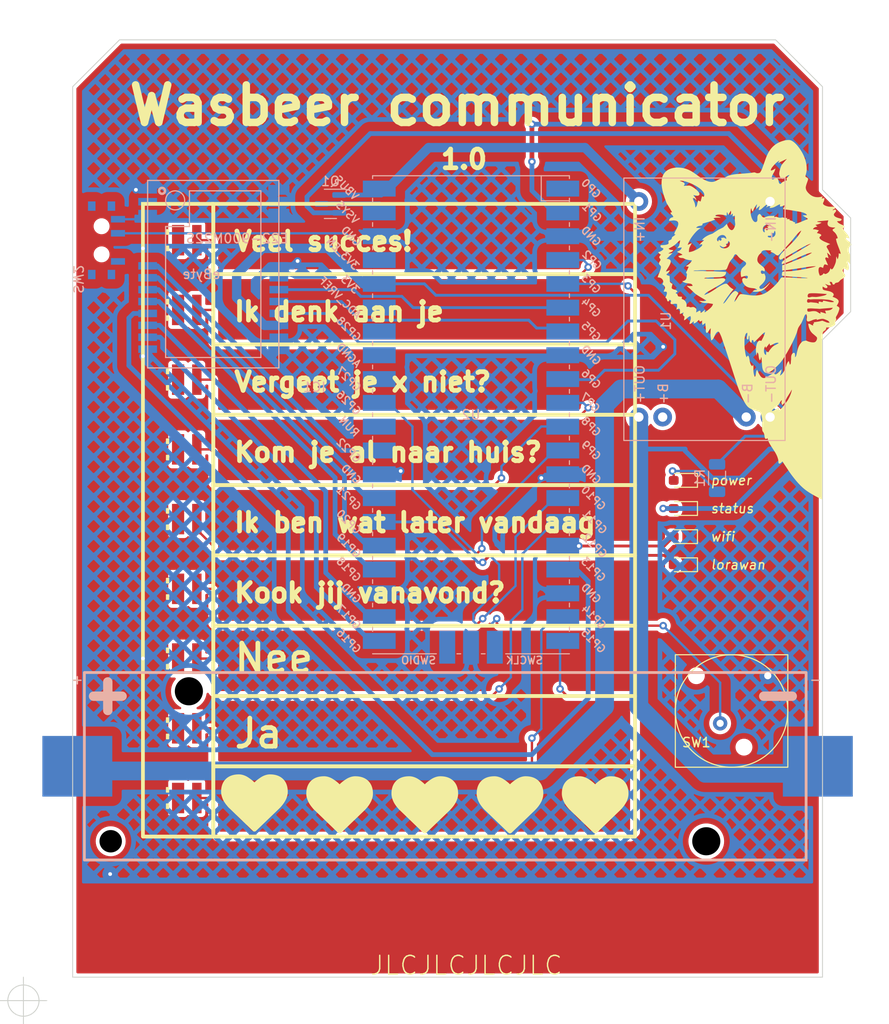
<source format=kicad_pcb>
(kicad_pcb (version 20211014) (generator pcbnew)
  (layers (0 "F.Cu" signal) (31 "B.Cu" signal) (34 "B.Paste" user) (35 "F.Paste" user) (36 "B.SilkS" user "B.Silkscreen") (37 "F.SilkS" user "F.Silkscreen") (38 "B.Mask" user) (39 "F.Mask" user) (44 "Edge.Cuts" user))
  (net 0 "")
  (net 2 "GND")
  (net 3 "/status")
  (net 4 "/RX_{EN}")
  (net 5 "/TX_{EN}")
  (net 6 "/DIO2")
  (net 7 "+3.3V")
  (net 8 "Net-(IC1-Pad13)")
  (net 9 "Net-(IC1-Pad14)")
  (net 10 "Net-(IC1-Pad16)")
  (net 11 "Net-(IC1-Pad17)")
  (net 12 "Net-(IC1-Pad18)")
  (net 13 "Net-(IC1-Pad19)")
  (net 14 "/wifi")
  (net 15 "/~{RST}")
  (net 17 "/BigBtn")
  (net 24 "+5V")
  (net 27 "Net-(BT1-Pad2)")
  (net 28 "Net-(BT1-Pad1)")
  (net 29 "+BATT")
  (net 31 "/lora")
  (net 33 "/LED1")
  (net 34 "/LED2")
  (net 35 "/LED3")
  (net 36 "/LED4")
  (net 37 "/LED5")
  (net 38 "/LED6")
  (net 39 "/LED7")
  (net 40 "/LED8")
  (net 41 "/LED9")
  (net 42 "Net-(D10-Pad2)")
  (net 43 "/EN^{PWR}")
  (footprint "LED_SMD:LED_0603_1608Metric_Pad1.05x0.95mm_HandSolder" (layer "F.Cu") (at 155 101 180)
    (fp_text reference "D13" hide)
    (fp_text value "LED")
  )
  (footprint "Pi_pico:WL-SMDC" (layer "F.Cu") (at 99.25 90.317186)
    (fp_text reference "D4" hide)
    (fp_text value "LED")
  )
  (footprint "LED_SMD:LED_0603_1608Metric_Pad1.05x0.95mm_HandSolder" (layer "F.Cu") (at 155 92 180)
    (fp_text reference "D10" hide)
    (fp_text value "LED")
  )
  (footprint "Pi_pico:WL-SMDC" (layer "F.Cu") (at 99.25 68)
    (fp_text reference "D1" hide)
    (fp_text value "LED")
  )
  (footprint "Pi_pico:WL-SMDC" (layer "F.Cu") (at 99.25 120.073434)
    (fp_text reference "D8" hide)
    (fp_text value "LED")
  )
  (footprint "LED_SMD:LED_0603_1608Metric_Pad1.05x0.95mm_HandSolder" (layer "F.Cu") (at 155 95 180)
    (fp_text reference "D12" hide)
    (fp_text value "LED")
  )
  (footprint "Pi_pico:WL-SMDC" (layer "F.Cu") (at 99.25 97.756248)
    (fp_text reference "D5" hide)
    (fp_text value "LED")
  )
  (footprint "LED_SMD:LED_0603_1608Metric_Pad1.05x0.95mm_HandSolder" (layer "F.Cu") (at 155 98 180)
    (fp_text reference "D11" hide)
    (fp_text value "LED")
  )
  (footprint "Pi_pico:WL-SMDC" (layer "F.Cu") (at 99.25 105.19531)
    (fp_text reference "D6" hide)
    (fp_text value "LED")
  )
  (footprint "Pi_pico:320.08E11wht" (layer "F.Cu") (at 154 123)
    (fp_text reference "SW1")
    (fp_text value "SW_Push")
  )
  (footprint "Pi_pico:WL-SMDC" (layer "F.Cu") (at 99.25 127.5125)
    (fp_text reference "D9" hide)
    (fp_text value "LED")
  )
  (footprint "Pi_pico:WL-SMDC" (layer "F.Cu") (at 99.25 112.634372)
    (fp_text reference "D7" hide)
    (fp_text value "LED")
  )
  (footprint "Pi_pico:WL-SMDC" (layer "F.Cu") (at 99.25 82.878124)
    (fp_text reference "D3" hide)
    (fp_text value "LED")
  )
  (footprint "Pi_pico:WL-SMDC" (layer "F.Cu") (at 99.25 75.439062)
    (fp_text reference "D2" hide)
    (fp_text value "LED")
  )
  (footprint "Pi_pico:E22-900M22S" (layer "B.Cu") (at 105 70)
    (fp_text reference "IC1")
    (fp_text value "E22-900M22S")
  )
  (footprint "Pi_pico:MSS3-Q-TR" (layer "B.Cu") (at 90.0875 70.5375 90)
    (fp_text reference "SW2")
    (fp_text value "SW_SPDT")
  )
  (footprint "Pi_pico:1042P" (layer "B.Cu") (at 172.5 132.5 180)
    (fp_text reference "BT1" hide)
    (fp_text value "Battery_Cell")
  )
  (footprint "Pi_pico:TP4056-Module" (layer "B.Cu") (at 166.005 59.745 -90)
    (fp_text reference "U1")
    (fp_text value "TP4056")
  )
  (footprint "Pi_pico:RPi_Pico_SMD" (layer "B.Cu") (at 132.5 85 180)
    (fp_text reference "U2")
    (fp_text value "Pico")
  )
  (footprint "Package_TO_SOT_SMD:SOT-23" (layer "B.Cu") (at 117.5 62.5 180)
    (fp_text reference "Q1")
    (fp_text value "DMG2302U")
  )
  (footprint "Resistor_SMD:R_1206_3216Metric" (layer "B.Cu") (at 158.75 91.75 -90)
    (fp_text reference "R1")
    (fp_text value "390R")
  )
  (gr_rect (start 105 107.5) (end 150 100) (layer "F.SilkS") (width 0.4) (fill none))
  (gr_poly (pts (xy 129.338909 123.567459) (xy 129.445523 123.573226) (xy 129.549129 123.582838) (xy 129.649728 123.596295) (xy 129.747319 123.613596) (xy 129.841902 123.634742) (xy 129.933478 123.659733) (xy 130.022046 123.688568) (xy 130.107607 123.721248) (xy 130.19016 123.757773) (xy 130.269705 123.798143) (xy 130.346243 123.842357) (xy 130.419774 123.890416) (xy 130.490296 123.94232) (xy 130.557812 123.998069) (xy 130.622319 124.057662) (xy 130.683354 124.120666) (xy 130.740451 124.186646) (xy 130.793611 124.255603) (xy 130.842833 124.327537) (xy 130.888117 124.402447) (xy 130.929463 124.480334) (xy 130.966872 124.561197) (xy 131.000343 124.645037) (xy 131.029876 124.731853) (xy 131.055471 124.821646) (xy 131.077129 124.914416) (xy 131.094848 125.010162) (xy 131.108631 125.108885) (xy 131.118475 125.210584) (xy 131.124382 125.315259) (xy 131.12635 125.422912) (xy 131.1228 125.532673) (xy 131.11215 125.642681) (xy 131.094399 125.752938) (xy 131.069548 125.863443) (xy 131.037596 125.974196) (xy 130.998544 126.085197) (xy 130.952392 126.196446) (xy 130.89914 126.307943) (xy 130.838787 126.419688) (xy 130.771333 126.531681) (xy 130.69678 126.643922) (xy 130.615126 126.756412) (xy 130.526372 126.869149) (xy 130.430517 126.982134) (xy 130.327562 127.095368) (xy 130.217507 127.208849) (xy 127.744976 129.590099) (xy 127.735922 129.59875) (xy 127.72662 129.606842) (xy 127.71707 129.614377) (xy 127.707273 129.621353) (xy 127.697227 129.627771) (xy 127.686933 129.633631) (xy 127.676391 129.638933) (xy 127.665601 129.643677) (xy 127.654563 129.647863) (xy 127.643277 129.65149) (xy 127.631742 129.65456) (xy 127.61996 129.657071) (xy 127.60793 129.659025) (xy 127.595652 129.66042) (xy 127.583125 129.661257) (xy 127.570351 129.661536) (xy 127.557577 129.661257) (xy 127.54505 129.66042) (xy 127.532772 129.659025) (xy 127.520742 129.657071) (xy 127.508959 129.65456) (xy 127.497425 129.65149) (xy 127.486139 129.647863) (xy 127.475101 129.643677) (xy 127.464311 129.638933) (xy 127.453769 129.633631) (xy 127.443475 129.627771) (xy 127.433429 129.621353) (xy 127.423631 129.614377) (xy 127.414081 129.606842) (xy 127.404779 129.59875) (xy 127.395726 129.590099) (xy 124.919226 127.200911) (xy 124.908839 127.192354) (xy 124.897522 127.182556) (xy 124.885275 127.171518) (xy 124.872097 127.15924) (xy 124.857989 127.145721) (xy 124.842952 127.130962) (xy 124.826983 127.114963) (xy 124.810085 127.097724) (xy 124.791451 127.078035) (xy 124.770274 127.054688) (xy 124.746554 127.027682) (xy 124.720292 126.997017) (xy 124.691488 126.962694) (xy 124.660141 126.924711) (xy 124.626252 126.883071) (xy 124.58982 126.837771) (xy 124.552613 126.790487) (xy 124.516398 126.742893) (xy 124.481175 126.694989) (xy 124.446945 126.646775) (xy 124.413706 126.598251) (xy 124.38146 126.549416) (xy 124.350206 126.500272) (xy 124.319945 126.450818) (xy 124.290582 126.399906) (xy 124.262026 126.34639) (xy 124.234276 126.29027) (xy 124.207331 126.231545) (xy 124.181193 126.170215) (xy 124.155862 126.106281) (xy 124.131336 126.039742) (xy 124.107617 125.970599) (xy 124.085757 125.900402) (xy 124.066813 125.830701) (xy 124.050783 125.761496) (xy 124.037667 125.692787) (xy 124.027466 125.624574) (xy 124.02018 125.556857) (xy 124.015808 125.489636) (xy 124.014351 125.422912) (xy 124.01632 125.315259) (xy 124.022226 125.210584) (xy 124.032071 125.108885) (xy 124.045853 125.010162) (xy 124.063573 124.914416) (xy 124.08523 124.821646) (xy 124.110826 124.731853) (xy 124.140359 124.645037) (xy 124.17383 124.561197) (xy 124.211238 124.480334) (xy 124.252584 124.402447) (xy 124.297869 124.327537) (xy 124.34709 124.255603) (xy 124.40025 124.186646) (xy 124.457347 124.120666) (xy 124.518382 124.057662) (xy 124.58289 123.998069) (xy 124.650405 123.94232) (xy 124.720928 123.890416) (xy 124.794458 123.842357) (xy 124.870996 123.798143) (xy 124.950542 123.757773) (xy 125.033095 123.721248) (xy 125.118656 123.688568) (xy 125.207224 123.659733) (xy 125.2988 123.634742) (xy 125.393383 123.613596) (xy 125.490974 123.596295) (xy 125.591573 123.582838) (xy 125.695179 123.573226) (xy 125.801792 123.567459) (xy 125.911414 123.565537) (xy 125.94221 123.56587) (xy 125.973084 123.56687) (xy 126.035065 123.57087) (xy 126.097356 123.577536) (xy 126.159956 123.586869) (xy 126.222867 123.598868) (xy 126.286088 123.613534) (xy 126.349619 123.630866) (xy 126.41346 123.650865) (xy 126.476898 123.673127) (xy 126.53922 123.69725) (xy 126.600426 123.723233) (xy 126.660515 123.751076) (xy 126.719488 123.780779) (xy 126.777345 123.812343) (xy 126.834086 123.845768) (xy 126.88971 123.881052) (xy 126.943816 123.916988) (xy 126.995998 123.952366) (xy 127.046259 123.987185) (xy 127.094597 124.021447) (xy 127.141013 124.05515) (xy 127.185506 124.088295) (xy 127.228077 124.120883) (xy 127.268726 124.152912) (xy 127.308165 124.18491) (xy 127.347109 124.217404) (xy 127.385556 124.250394) (xy 127.423507 124.283881) (xy 127.460962 124.317863) (xy 127.497921 124.352341) (xy 127.534384 124.387316) (xy 127.570351 124.422787) (xy 127.606318 124.387316) (xy 127.642781 124.352341) (xy 127.67974 124.317863) (xy 127.717195 124.283881) (xy 127.755146 124.250394) (xy 127.793593 124.217404) (xy 127.832536 124.18491) (xy 127.871976 124.152912) (xy 127.912625 124.120883) (xy 127.955196 124.088295) (xy 127.999689 124.05515) (xy 128.046105 124.021447) (xy 128.094443 123.987185) (xy 128.144703 123.952366) (xy 128.196886 123.916988) (xy 128.250991 123.881052) (xy 128.306616 123.845768) (xy 128.363357 123.812343) (xy 128.421213 123.780779) (xy 128.480187 123.751076) (xy 128.540276 123.723233) (xy 128.601482 123.69725) (xy 128.663803 123.673127) (xy 128.727241 123.650865) (xy 128.791082 123.630866) (xy 128.854613 123.613534) (xy 128.917834 123.598868) (xy 128.980745 123.586869) (xy 129.043346 123.577536) (xy 129.105637 123.57087) (xy 129.167617 123.56687) (xy 129.229288 123.565537)) (layer "F.SilkS") (width 0) (fill solid))
  (gr_rect (start 105 122.5) (end 150 115) (layer "F.SilkS") (width 0.4) (fill none))
  (gr_poly (pts (xy 111.163183 123.366548) (xy 111.269797 123.372315) (xy 111.373403 123.381927) (xy 111.474002 123.395384) (xy 111.571593 123.412685) (xy 111.666176 123.433831) (xy 111.757752 123.458822) (xy 111.84632 123.487657) (xy 111.931881 123.520337) (xy 112.014434 123.556862) (xy 112.093979 123.597232) (xy 112.170517 123.641446) (xy 112.244048 123.689505) (xy 112.31457 123.741409) (xy 112.382086 123.797158) (xy 112.446593 123.856751) (xy 112.507628 123.919755) (xy 112.564725 123.985735) (xy 112.617885 124.054692) (xy 112.667107 124.126626) (xy 112.712391 124.201536) (xy 112.753737 124.279423) (xy 112.791146 124.360286) (xy 112.824617 124.444126) (xy 112.85415 124.530942) (xy 112.879745 124.620735) (xy 112.901403 124.713505) (xy 112.919122 124.809251) (xy 112.932905 124.907974) (xy 112.942749 125.009673) (xy 112.948656 125.114348) (xy 112.950624 125.222001) (xy 112.947074 125.331762) (xy 112.936424 125.44177) (xy 112.918673 125.552027) (xy 112.893822 125.662532) (xy 112.86187 125.773285) (xy 112.822818 125.884286) (xy 112.776666 125.995535) (xy 112.723414 126.107032) (xy 112.663061 126.218777) (xy 112.595607 126.33077) (xy 112.521054 126.443011) (xy 112.4394 126.555501) (xy 112.350646 126.668238) (xy 112.254791 126.781223) (xy 112.151836 126.894457) (xy 112.041781 127.007938) (xy 109.56925 129.389188) (xy 109.560196 129.397839) (xy 109.550894 129.405931) (xy 109.541344 129.413466) (xy 109.531547 129.420442) (xy 109.521501 129.42686) (xy 109.511207 129.43272) (xy 109.500665 129.438022) (xy 109.489875 129.442766) (xy 109.478837 129.446952) (xy 109.467551 129.450579) (xy 109.456016 129.453649) (xy 109.444234 129.45616) (xy 109.432204 129.458114) (xy 109.419926 129.459509) (xy 109.407399 129.460346) (xy 109.394625 129.460625) (xy 109.381851 129.460346) (xy 109.369324 129.459509) (xy 109.357046 129.458114) (xy 109.345016 129.45616) (xy 109.333233 129.453649) (xy 109.321699 129.450579) (xy 109.310413 129.446952) (xy 109.299375 129.442766) (xy 109.288585 129.438022) (xy 109.278043 129.43272) (xy 109.267749 129.42686) (xy 109.257703 129.420442) (xy 109.247905 129.413466) (xy 109.238355 129.405931) (xy 109.229053 129.397839) (xy 109.22 129.389188) (xy 106.7435 127) (xy 106.733113 126.991443) (xy 106.721796 126.981645) (xy 106.709549 126.970607) (xy 106.696371 126.958329) (xy 106.682263 126.94481) (xy 106.667226 126.930051) (xy 106.651257 126.914052) (xy 106.634359 126.896813) (xy 106.615725 126.877124) (xy 106.594548 126.853777) (xy 106.570828 126.826771) (xy 106.544566 126.796106) (xy 106.515762 126.761783) (xy 106.484415 126.7238) (xy 106.450526 126.68216) (xy 106.414094 126.63686) (xy 106.376887 126.589576) (xy 106.340672 126.541982) (xy 106.305449 126.494078) (xy 106.271219 126.445864) (xy 106.23798 126.39734) (xy 106.205734 126.348505) (xy 106.17448 126.299361) (xy 106.144219 126.249907) (xy 106.114856 126.198995) (xy 106.0863 126.145479) (xy 106.05855 126.089359) (xy 106.031605 126.030634) (xy 106.005467 125.969304) (xy 105.980136 125.90537) (xy 105.95561 125.838831) (xy 105.931891 125.769688) (xy 105.910031 125.699491) (xy 105.891087 125.62979) (xy 105.875057 125.560585) (xy 105.861941 125.491876) (xy 105.85174 125.423663) (xy 105.844454 125.355946) (xy 105.840082 125.288725) (xy 105.838625 125.222001) (xy 105.840594 125.114348) (xy 105.8465 125.009673) (xy 105.856345 124.907974) (xy 105.870127 124.809251) (xy 105.887847 124.713505) (xy 105.909504 124.620735) (xy 105.9351 124.530942) (xy 105.964633 124.444126) (xy 105.998104 124.360286) (xy 106.035512 124.279423) (xy 106.076858 124.201536) (xy 106.122143 124.126626) (xy 106.171364 124.054692) (xy 106.224524 123.985735) (xy 106.281621 123.919755) (xy 106.342656 123.856751) (xy 106.407164 123.797158) (xy 106.474679 123.741409) (xy 106.545202 123.689505) (xy 106.618732 123.641446) (xy 106.69527 123.597232) (xy 106.774816 123.556862) (xy 106.857369 123.520337) (xy 106.94293 123.487657) (xy 107.031498 123.458822) (xy 107.123074 123.433831) (xy 107.217657 123.412685) (xy 107.315248 123.395384) (xy 107.415847 123.381927) (xy 107.519453 123.372315) (xy 107.626066 123.366548) (xy 107.735688 123.364626) (xy 107.766484 123.364959) (xy 107.797358 123.365959) (xy 107.859339 123.369959) (xy 107.92163 123.376625) (xy 107.98423 123.385958) (xy 108.047141 123.397957) (xy 108.110362 123.412623) (xy 108.173893 123.429955) (xy 108.237734 123.449954) (xy 108.301172 123.472216) (xy 108.363494 123.496339) (xy 108.4247 123.522322) (xy 108.484789 123.550165) (xy 108.543762 123.579868) (xy 108.601619 123.611432) (xy 108.65836 123.644857) (xy 108.713984 123.680141) (xy 108.76809 123.716077) (xy 108.820272 123.751455) (xy 108.870533 123.786274) (xy 108.918871 123.820536) (xy 108.965287 123.854239) (xy 109.00978 123.887384) (xy 109.052351 123.919972) (xy 109.093 123.952001) (xy 109.132439 123.983999) (xy 109.171383 124.016493) (xy 109.20983 124.049483) (xy 109.247781 124.08297) (xy 109.285236 124.116952) (xy 109.322195 124.15143) (xy 109.358658 124.186405) (xy 109.394625 124.221876) (xy 109.430592 124.186405) (xy 109.467055 124.15143) (xy 109.504014 124.116952) (xy 109.541469 124.08297) (xy 109.57942 124.049483) (xy 109.617867 124.016493) (xy 109.65681 123.983999) (xy 109.69625 123.952001) (xy 109.736899 123.919972) (xy 109.77947 123.887384) (xy 109.823963 123.854239) (xy 109.870379 123.820536) (xy 109.918717 123.786274) (xy 109.968977 123.751455) (xy 110.02116 123.716077) (xy 110.075265 123.680141) (xy 110.13089 123.644857) (xy 110.187631 123.611432) (xy 110.245487 123.579868) (xy 110.304461 123.550165) (xy 110.36455 123.522322) (xy 110.425756 123.496339) (xy 110.488077 123.472216) (xy 110.551515 123.449954) (xy 110.615356 123.429955) (xy 110.678887 123.412623) (xy 110.742108 123.397957) (xy 110.805019 123.385958) (xy 110.86762 123.376625) (xy 110.929911 123.369959) (xy 110.991891 123.365959) (xy 111.053562 123.364626)) (layer "F.SilkS") (width 0) (fill solid))
  (gr_rect (start 105 77.5) (end 150 70) (layer "F.SilkS") (width 0.4) (fill none))
  (gr_rect (start 105 70) (end 150 62.5) (layer "F.SilkS") (width 0.4) (fill none))
  (gr_poly (pts (xy 147.514636 123.567459) (xy 147.62125 123.573226) (xy 147.724856 123.582838) (xy 147.825455 123.596295) (xy 147.923046 123.613596) (xy 148.017629 123.634742) (xy 148.109205 123.659733) (xy 148.197773 123.688568) (xy 148.283334 123.721248) (xy 148.365887 123.757773) (xy 148.445432 123.798143) (xy 148.52197 123.842357) (xy 148.595501 123.890416) (xy 148.666023 123.94232) (xy 148.733539 123.998069) (xy 148.798046 124.057662) (xy 148.859081 124.120666) (xy 148.916178 124.186646) (xy 148.969338 124.255603) (xy 149.01856 124.327537) (xy 149.063844 124.402447) (xy 149.10519 124.480334) (xy 149.142599 124.561197) (xy 149.17607 124.645037) (xy 149.205603 124.731853) (xy 149.231198 124.821646) (xy 149.252856 124.914416) (xy 149.270575 125.010162) (xy 149.284358 125.108885) (xy 149.294202 125.210584) (xy 149.300109 125.315259) (xy 149.302077 125.422912) (xy 149.298527 125.532673) (xy 149.287877 125.642681) (xy 149.270126 125.752938) (xy 149.245275 125.863443) (xy 149.213323 125.974196) (xy 149.174271 126.085197) (xy 149.128119 126.196446) (xy 149.074867 126.307943) (xy 149.014514 126.419688) (xy 148.94706 126.531681) (xy 148.872507 126.643922) (xy 148.790853 126.756412) (xy 148.702099 126.869149) (xy 148.606244 126.982134) (xy 148.503289 127.095368) (xy 148.393234 127.208849) (xy 145.920703 129.590099) (xy 145.911649 129.59875) (xy 145.902347 129.606842) (xy 145.892797 129.614377) (xy 145.883 129.621353) (xy 145.872954 129.627771) (xy 145.86266 129.633631) (xy 145.852118 129.638933) (xy 145.841328 129.643677) (xy 145.83029 129.647863) (xy 145.819004 129.65149) (xy 145.807469 129.65456) (xy 145.795687 129.657071) (xy 145.783657 129.659025) (xy 145.771379 129.66042) (xy 145.758852 129.661257) (xy 145.746078 129.661536) (xy 145.733304 129.661257) (xy 145.720777 129.66042) (xy 145.708499 129.659025) (xy 145.696469 129.657071) (xy 145.684686 129.65456) (xy 145.673152 129.65149) (xy 145.661866 129.647863) (xy 145.650828 129.643677) (xy 145.640038 129.638933) (xy 145.629496 129.633631) (xy 145.619202 129.627771) (xy 145.609156 129.621353) (xy 145.599358 129.614377) (xy 145.589808 129.606842) (xy 145.580506 129.59875) (xy 145.571453 129.590099) (xy 143.094953 127.200911) (xy 143.084566 127.192354) (xy 143.073249 127.182556) (xy 143.061002 127.171518) (xy 143.047824 127.15924) (xy 143.033716 127.145721) (xy 143.018679 127.130962) (xy 143.00271 127.114963) (xy 142.985812 127.097724) (xy 142.967178 127.078035) (xy 142.946001 127.054688) (xy 142.922281 127.027682) (xy 142.896019 126.997017) (xy 142.867215 126.962694) (xy 142.835868 126.924711) (xy 142.801979 126.883071) (xy 142.765547 126.837771) (xy 142.72834 126.790487) (xy 142.692125 126.742893) (xy 142.656902 126.694989) (xy 142.622672 126.646775) (xy 142.589433 126.598251) (xy 142.557187 126.549416) (xy 142.525933 126.500272) (xy 142.495672 126.450818) (xy 142.466309 126.399906) (xy 142.437753 126.34639) (xy 142.410003 126.29027) (xy 142.383058 126.231545) (xy 142.35692 126.170215) (xy 142.331589 126.106281) (xy 142.307063 126.039742) (xy 142.283344 125.970599) (xy 142.261484 125.900402) (xy 142.24254 125.830701) (xy 142.22651 125.761496) (xy 142.213394 125.692787) (xy 142.203193 125.624574) (xy 142.195907 125.556857) (xy 142.191535 125.489636) (xy 142.190078 125.422912) (xy 142.192047 125.315259) (xy 142.197953 125.210584) (xy 142.207798 125.108885) (xy 142.22158 125.010162) (xy 142.2393 124.914416) (xy 142.260957 124.821646) (xy 142.286553 124.731853) (xy 142.316086 124.645037) (xy 142.349557 124.561197) (xy 142.386965 124.480334) (xy 142.428311 124.402447) (xy 142.473596 124.327537) (xy 142.522817 124.255603) (xy 142.575977 124.186646) (xy 142.633074 124.120666) (xy 142.694109 124.057662) (xy 142.758617 123.998069) (xy 142.826132 123.94232) (xy 142.896655 123.890416) (xy 142.970185 123.842357) (xy 143.046723 123.798143) (xy 143.126269 123.757773) (xy 143.208822 123.721248) (xy 143.294383 123.688568) (xy 143.382951 123.659733) (xy 143.474527 123.634742) (xy 143.56911 123.613596) (xy 143.666701 123.596295) (xy 143.7673 123.582838) (xy 143.870906 123.573226) (xy 143.977519 123.567459) (xy 144.087141 123.565537) (xy 144.117937 123.56587) (xy 144.148811 123.56687) (xy 144.210792 123.57087) (xy 144.273083 123.577536) (xy 144.335683 123.586869) (xy 144.398594 123.598868) (xy 144.461815 123.613534) (xy 144.525346 123.630866) (xy 144.589187 123.650865) (xy 144.652625 123.673127) (xy 144.714947 123.69725) (xy 144.776153 123.723233) (xy 144.836242 123.751076) (xy 144.895215 123.780779) (xy 144.953072 123.812343) (xy 145.009813 123.845768) (xy 145.065437 123.881052) (xy 145.119543 123.916988) (xy 145.171725 123.952366) (xy 145.221986 123.987185) (xy 145.270324 124.021447) (xy 145.31674 124.05515) (xy 145.361233 124.088295) (xy 145.403804 124.120883) (xy 145.444453 124.152912) (xy 145.483892 124.18491) (xy 145.522836 124.217404) (xy 145.561283 124.250394) (xy 145.599234 124.283881) (xy 145.636689 124.317863) (xy 145.673648 124.352341) (xy 145.710111 124.387316) (xy 145.746078 124.422787) (xy 145.782045 124.387316) (xy 145.818508 124.352341) (xy 145.855467 124.317863) (xy 145.892922 124.283881) (xy 145.930873 124.250394) (xy 145.96932 124.217404) (xy 146.008263 124.18491) (xy 146.047703 124.152912) (xy 146.088352 124.120883) (xy 146.130923 124.088295) (xy 146.175416 124.05515) (xy 146.221832 124.021447) (xy 146.27017 123.987185) (xy 146.32043 123.952366) (xy 146.372613 123.916988) (xy 146.426718 123.881052) (xy 146.482343 123.845768) (xy 146.539084 123.812343) (xy 146.59694 123.780779) (xy 146.655914 123.751076) (xy 146.716003 123.723233) (xy 146.777209 123.69725) (xy 146.83953 123.673127) (xy 146.902968 123.650865) (xy 146.966809 123.630866) (xy 147.03034 123.613534) (xy 147.093561 123.598868) (xy 147.156472 123.586869) (xy 147.219073 123.577536) (xy 147.281364 123.57087) (xy 147.343344 123.56687) (xy 147.405015 123.565537)) (layer "F.SilkS") (width 0) (fill solid))
  (gr_poly (pts (xy 120.251046 123.567459) (xy 120.35766 123.573226) (xy 120.461266 123.582838) (xy 120.561865 123.596295) (xy 120.659456 123.613596) (xy 120.754039 123.634742) (xy 120.845615 123.659733) (xy 120.934183 123.688568) (xy 121.019744 123.721248) (xy 121.102297 123.757773) (xy 121.181842 123.798143) (xy 121.25838 123.842357) (xy 121.331911 123.890416) (xy 121.402433 123.94232) (xy 121.469949 123.998069) (xy 121.534456 124.057662) (xy 121.595491 124.120666) (xy 121.652588 124.186646) (xy 121.705748 124.255603) (xy 121.75497 124.327537) (xy 121.800254 124.402447) (xy 121.8416 124.480334) (xy 121.879009 124.561197) (xy 121.91248 124.645037) (xy 121.942013 124.731853) (xy 121.967608 124.821646) (xy 121.989266 124.914416) (xy 122.006985 125.010162) (xy 122.020768 125.108885) (xy 122.030612 125.210584) (xy 122.036519 125.315259) (xy 122.038487 125.422912) (xy 122.034937 125.532673) (xy 122.024287 125.642681) (xy 122.006536 125.752938) (xy 121.981685 125.863443) (xy 121.949733 125.974196) (xy 121.910681 126.085197) (xy 121.864529 126.196446) (xy 121.811277 126.307943) (xy 121.750924 126.419688) (xy 121.68347 126.531681) (xy 121.608917 126.643922) (xy 121.527263 126.756412) (xy 121.438509 126.869149) (xy 121.342654 126.982134) (xy 121.239699 127.095368) (xy 121.129644 127.208849) (xy 118.657113 129.590099) (xy 118.648059 129.59875) (xy 118.638757 129.606842) (xy 118.629207 129.614377) (xy 118.61941 129.621353) (xy 118.609364 129.627771) (xy 118.59907 129.633631) (xy 118.588528 129.638933) (xy 118.577738 129.643677) (xy 118.5667 129.647863) (xy 118.555414 129.65149) (xy 118.543879 129.65456) (xy 118.532097 129.657071) (xy 118.520067 129.659025) (xy 118.507789 129.66042) (xy 118.495262 129.661257) (xy 118.482488 129.661536) (xy 118.469714 129.661257) (xy 118.457187 129.66042) (xy 118.444909 129.659025) (xy 118.432879 129.657071) (xy 118.421096 129.65456) (xy 118.409562 129.65149) (xy 118.398276 129.647863) (xy 118.387238 129.643677) (xy 118.376448 129.638933) (xy 118.365906 129.633631) (xy 118.355612 129.627771) (xy 118.345566 129.621353) (xy 118.335768 129.614377) (xy 118.326218 129.606842) (xy 118.316916 129.59875) (xy 118.307863 129.590099) (xy 115.831363 127.200911) (xy 115.820976 127.192354) (xy 115.809659 127.182556) (xy 115.797412 127.171518) (xy 115.784234 127.15924) (xy 115.770126 127.145721) (xy 115.755089 127.130962) (xy 115.73912 127.114963) (xy 115.722222 127.097724) (xy 115.703588 127.078035) (xy 115.682411 127.054688) (xy 115.658691 127.027682) (xy 115.632429 126.997017) (xy 115.603625 126.962694) (xy 115.572278 126.924711) (xy 115.538389 126.883071) (xy 115.501957 126.837771) (xy 115.46475 126.790487) (xy 115.428535 126.742893) (xy 115.393312 126.694989) (xy 115.359082 126.646775) (xy 115.325843 126.598251) (xy 115.293597 126.549416) (xy 115.262343 126.500272) (xy 115.232082 126.450818) (xy 115.202719 126.399906) (xy 115.174163 126.34639) (xy 115.146413 126.29027) (xy 115.119468 126.231545) (xy 115.09333 126.170215) (xy 115.067999 126.106281) (xy 115.043473 126.039742) (xy 115.019754 125.970599) (xy 114.997894 125.900402) (xy 114.97895 125.830701) (xy 114.96292 125.761496) (xy 114.949804 125.692787) (xy 114.939603 125.624574) (xy 114.932317 125.556857) (xy 114.927945 125.489636) (xy 114.926488 125.422912) (xy 114.928457 125.315259) (xy 114.934363 125.210584) (xy 114.944208 125.108885) (xy 114.95799 125.010162) (xy 114.97571 124.914416) (xy 114.997367 124.821646) (xy 115.022963 124.731853) (xy 115.052496 124.645037) (xy 115.085967 124.561197) (xy 115.123375 124.480334) (xy 115.164721 124.402447) (xy 115.210006 124.327537) (xy 115.259227 124.255603) (xy 115.312387 124.186646) (xy 115.369484 124.120666) (xy 115.430519 124.057662) (xy 115.495027 123.998069) (xy 115.562542 123.94232) (xy 115.633065 123.890416) (xy 115.706595 123.842357) (xy 115.783133 123.798143) (xy 115.862679 123.757773) (xy 115.945232 123.721248) (xy 116.030793 123.688568) (xy 116.119361 123.659733) (xy 116.210937 123.634742) (xy 116.30552 123.613596) (xy 116.403111 123.596295) (xy 116.50371 123.582838) (xy 116.607316 123.573226) (xy 116.713929 123.567459) (xy 116.823551 123.565537) (xy 116.854347 123.56587) (xy 116.885221 123.56687) (xy 116.947202 123.57087) (xy 117.009493 123.577536) (xy 117.072093 123.586869) (xy 117.135004 123.598868) (xy 117.198225 123.613534) (xy 117.261756 123.630866) (xy 117.325597 123.650865) (xy 117.389035 123.673127) (xy 117.451357 123.69725) (xy 117.512563 123.723233) (xy 117.572652 123.751076) (xy 117.631625 123.780779) (xy 117.689482 123.812343) (xy 117.746223 123.845768) (xy 117.801847 123.881052) (xy 117.855953 123.916988) (xy 117.908135 123.952366) (xy 117.958396 123.987185) (xy 118.006734 124.021447) (xy 118.05315 124.05515) (xy 118.097643 124.088295) (xy 118.140214 124.120883) (xy 118.180863 124.152912) (xy 118.220302 124.18491) (xy 118.259246 124.217404) (xy 118.297693 124.250394) (xy 118.335644 124.283881) (xy 118.373099 124.317863) (xy 118.410058 124.352341) (xy 118.446521 124.387316) (xy 118.482488 124.422787) (xy 118.518455 124.387316) (xy 118.554918 124.352341) (xy 118.591877 124.317863) (xy 118.629332 124.283881) (xy 118.667283 124.250394) (xy 118.70573 124.217404) (xy 118.744673 124.18491) (xy 118.784113 124.152912) (xy 118.824762 124.120883) (xy 118.867333 124.088295) (xy 118.911826 124.05515) (xy 118.958242 124.021447) (xy 119.00658 123.987185) (xy 119.05684 123.952366) (xy 119.109023 123.916988) (xy 119.163128 123.881052) (xy 119.218753 123.845768) (xy 119.275494 123.812343) (xy 119.33335 123.780779) (xy 119.392324 123.751076) (xy 119.452413 123.723233) (xy 119.513619 123.69725) (xy 119.57594 123.673127) (xy 119.639378 123.650865) (xy 119.703219 123.630866) (xy 119.76675 123.613534) (xy 119.829971 123.598868) (xy 119.892882 123.586869) (xy 119.955483 123.577536) (xy 120.017774 123.57087) (xy 120.079754 123.56687) (xy 120.141425 123.565537)) (layer "F.SilkS") (width 0) (fill solid))
  (gr_rect (start 97.5 130) (end 105 62.5) (layer "F.SilkS") (width 0.4) (fill none))
  (gr_rect (start 105 100) (end 150 92.5) (layer "F.SilkS") (width 0.4) (fill none))
  (gr_rect (start 105 130) (end 150 122.5) (layer "F.SilkS") (width 0.4) (fill none))
  (gr_rect (start 105 115) (end 150 107.5) (layer "F.SilkS") (width 0.4) (fill none))
  (gr_poly (pts (xy 166.394046 55.686473) (xy 166.424943 55.687243) (xy 166.455716 55.688832) (xy 166.485938 55.691468) (xy 166.500708 55.693251) (xy 166.515179 55.695382) (xy 166.529298 55.69789) (xy 166.543012 55.700803) (xy 166.571382 55.708076) (xy 166.599914 55.716899) (xy 166.628576 55.727201) (xy 166.657335 55.73891) (xy 166.715011 55.766265) (xy 166.77268 55.798393) (xy 166.830079 55.834722) (xy 166.886946 55.874681) (xy 166.943017 55.917698) (xy 166.99803 55.963203) (xy 167.051723 56.010625) (xy 167.103831 56.059391) (xy 167.154094 56.10893) (xy 167.202247 56.158673) (xy 167.248028 56.208046) (xy 167.291175 56.256478) (xy 167.368513 56.348238) (xy 167.471965 56.480165) (xy 167.571148 56.61587) (xy 167.665713 56.755167) (xy 167.755309 56.897873) (xy 167.839589 57.043801) (xy 167.918201 57.192768) (xy 167.990796 57.344588) (xy 168.057026 57.499076) (xy 168.116539 57.656048) (xy 168.168987 57.815319) (xy 168.21402 57.976704) (xy 168.251288 58.140017) (xy 168.280442 58.305075) (xy 168.301132 58.471692) (xy 168.313009 58.639683) (xy 168.315722 58.808863) (xy 168.313595 58.864846) (xy 168.308826 58.924242) (xy 168.30175 58.985852) (xy 168.292703 59.048476) (xy 168.282018 59.110914) (xy 168.270031 59.171966) (xy 168.257077 59.230433) (xy 168.24349 59.285113) (xy 168.205159 59.41972) (xy 168.194731 59.459108) (xy 168.186154 59.495258) (xy 168.182902 59.511256) (xy 168.180523 59.525406) (xy 168.179154 59.537365) (xy 168.178932 59.546786) (xy 168.180281 59.559551) (xy 168.18298 59.571447) (xy 168.186943 59.582537) (xy 168.192083 59.592887) (xy 168.198312 59.602559) (xy 168.205544 59.611618) (xy 168.213693 59.620128) (xy 168.222671 59.628154) (xy 168.232392 59.635758) (xy 168.242768 59.643006) (xy 168.265141 59.656686) (xy 168.289095 59.669708) (xy 168.313936 59.682583) (xy 168.338969 59.695825) (xy 168.3635 59.709944) (xy 168.375359 59.717493) (xy 168.386833 59.725454) (xy 168.397835 59.733891) (xy 168.408276 59.742867) (xy 168.418071 59.752447) (xy 168.427133 59.762695) (xy 168.435374 59.773675) (xy 168.442709 59.785451) (xy 168.44905 59.798088) (xy 168.45431 59.811648) (xy 168.458403 59.826196) (xy 168.461242 59.841796) (xy 168.462041 59.854666) (xy 168.461367 59.869569) (xy 168.459379 59.88622) (xy 168.456236 59.904333) (xy 168.452096 59.923623) (xy 168.447118 59.943804) (xy 168.43528 59.985697) (xy 168.421991 60.027726) (xy 168.40852 60.067606) (xy 168.3861 60.13178) (xy 168.33576 60.273745) (xy 168.308194 60.352789) (xy 168.281227 60.434265) (xy 168.256504 60.515963) (xy 168.245499 60.556206) (xy 168.235673 60.595677) (xy 168.227231 60.6341) (xy 168.22038 60.671199) (xy 168.215324 60.706698) (xy 168.212271 60.740321) (xy 168.211367 60.762804) (xy 168.211367 60.785057) (xy 168.213975 60.82888) (xy 168.219886 60.871793) (xy 168.228889 60.913801) (xy 168.240776 60.954909) (xy 168.255337 60.99512) (xy 168.272363 61.034439) (xy 168.291644 61.07287) (xy 168.312972 61.110417) (xy 168.336138 61.147085) (xy 168.360931 61.182878) (xy 168.387142 61.217799) (xy 168.414563 61.251855) (xy 168.442984 61.285047) (xy 168.472195 61.317382) (xy 168.501988 61.348863) (xy 168.583109 61.428021) (xy 168.665219 61.498661) (xy 168.70668 61.530857) (xy 168.748431 61.561007) (xy 168.790487 61.589141) (xy 168.832862 61.615286) (xy 168.875569 61.63947) (xy 168.918623 61.661721) (xy 168.962039 61.682068) (xy 169.005831 61.700539) (xy 169.050013 61.717162) (xy 169.0946 61.731964) (xy 169.139605 61.744975) (xy 169.185043 61.756222) (xy 169.277275 61.773537) (xy 169.37141 61.784136) (xy 169.467563 61.788243) (xy 169.565849 61.786083) (xy 169.66638 61.777881) (xy 169.769273 61.763864) (xy 169.87464 61.744255) (xy 169.982597 61.71928) (xy 170.009054 61.745738) (xy 169.903221 61.930946) (xy 170.194264 61.878029) (xy 170.194549 61.962986) (xy 170.193887 62.001324) (xy 170.193058 62.019939) (xy 170.191783 62.038367) (xy 170.189978 62.056745) (xy 170.187558 62.075211) (xy 170.184439 62.093902) (xy 170.180534 62.112955) (xy 170.17576 62.132507) (xy 170.170031 62.152695) (xy 170.163263 62.173657) (xy 170.155371 62.19553) (xy 170.149361 62.210454) (xy 170.14221 62.226631) (xy 170.125443 62.262027) (xy 170.106996 62.300281) (xy 170.088794 62.339959) (xy 170.080386 62.359883) (xy 170.072762 62.379624) (xy 170.066162 62.399004) (xy 170.060826 62.417841) (xy 170.056996 62.435959) (xy 170.05572 62.444691) (xy 170.054912 62.453175) (xy 170.054599 62.46139) (xy 170.054814 62.469312) (xy 170.055585 62.47692) (xy 170.056944 62.48419) (xy 170.059784 62.4942) (xy 170.063607 62.504133) (xy 170.06836 62.513978) (xy 170.073993 62.523727) (xy 170.080454 62.53337) (xy 170.087691 62.542897) (xy 170.095653 62.5523) (xy 170.104288 62.561568) (xy 170.113545 62.570693) (xy 170.123372 62.579664) (xy 170.14453 62.597109) (xy 170.16735 62.613827) (xy 170.191419 62.629744) (xy 170.216325 62.644783) (xy 170.241657 62.658869) (xy 170.267 62.671927) (xy 170.291944 62.68388) (xy 170.316075 62.694654) (xy 170.338982 62.704172) (xy 170.360252 62.71236) (xy 170.379472 62.71914) (xy 170.430133 62.735733) (xy 170.47701 62.750007) (xy 170.520649 62.762137) (xy 170.561592 62.772297) (xy 170.600385 62.780662) (xy 170.637572 62.787406) (xy 170.673699 62.792704) (xy 170.709308 62.796729) (xy 170.744946 62.799657) (xy 170.781155 62.801662) (xy 170.857471 62.8036) (xy 171.04093 62.804072) (xy 171.35843 62.83053) (xy 171.355317 62.861148) (xy 171.351074 62.889289) (xy 171.345607 62.915083) (xy 171.342385 62.92714) (xy 171.338822 62.938657) (xy 171.334905 62.949652) (xy 171.330624 62.96014) (xy 171.325966 62.970137) (xy 171.32092 62.97966) (xy 171.315474 62.988724) (xy 171.309616 62.997345) (xy 171.303334 63.00554) (xy 171.296616 63.013324) (xy 171.289452 63.020713) (xy 171.281828 63.027724) (xy 171.273733 63.034372) (xy 171.265156 63.040674) (xy 171.256085 63.046646) (xy 171.246507 63.052303) (xy 171.236411 63.057662) (xy 171.225786 63.062739) (xy 171.2029 63.072109) (xy 171.177754 63.080543) (xy 171.150253 63.088168) (xy 171.120304 63.095113) (xy 171.093846 63.200947) (xy 171.132523 63.18057) (xy 171.176049 63.158286) (xy 171.199038 63.147523) (xy 171.222527 63.137597) (xy 171.24628 63.128943) (xy 171.270059 63.122001) (xy 171.281885 63.119309) (xy 171.293628 63.117208) (xy 171.305258 63.115754) (xy 171.316748 63.115001) (xy 171.328066 63.115004) (xy 171.339183 63.115817) (xy 171.350069 63.117496) (xy 171.360695 63.120096) (xy 171.371031 63.123669) (xy 171.381048 63.128273) (xy 171.390715 63.13396) (xy 171.400004 63.140786) (xy 171.408884 63.148806) (xy 171.417326 63.158074) (xy 171.4253 63.168645) (xy 171.432777 63.180574) (xy 171.440551 63.196713) (xy 171.445544 63.212745) (xy 171.447941 63.228686) (xy 171.447931 63.244552) (xy 171.445699 63.260359) (xy 171.441433 63.276123) (xy 171.435321 63.291858) (xy 171.427548 63.307582) (xy 171.418302 63.32331) (xy 171.40777 63.339057) (xy 171.383595 63.370674) (xy 171.328036 63.434838) (xy 171.299643 63.467638) (xy 171.272836 63.501086) (xy 171.260495 63.518092) (xy 171.249111 63.535307) (xy 171.238871 63.552748) (xy 171.229962 63.570429) (xy 171.222571 63.588366) (xy 171.216885 63.606576) (xy 171.213092 63.625074) (xy 171.211377 63.643876) (xy 171.211928 63.662998) (xy 171.214933 63.682456) (xy 171.220577 63.702264) (xy 171.229048 63.72244) (xy 171.242049 63.745955) (xy 171.257425 63.768397) (xy 171.275008 63.789796) (xy 171.294628 63.810183) (xy 171.316117 63.829587) (xy 171.339305 63.848039) (xy 171.364024 63.865567) (xy 171.390104 63.882203) (xy 171.445676 63.912915) (xy 171.504668 63.940413) (xy 171.56573 63.964937) (xy 171.62751 63.986726) (xy 171.688658 64.006018) (xy 171.747823 64.023054) (xy 171.854796 64.051313) (xy 171.937623 64.073413) (xy 171.966603 64.082752) (xy 171.985493 64.091269) (xy 171.99482 64.097521) (xy 172.003111 64.104293) (xy 172.010374 64.111542) (xy 172.016617 64.119224) (xy 172.021847 64.127298) (xy 172.026072 64.135719) (xy 172.0293 64.144445) (xy 172.031538 64.153434) (xy 172.032794 64.162641) (xy 172.033075 64.172024) (xy 172.03239 64.18154) (xy 172.030745 64.191147) (xy 172.028149 64.2008) (xy 172.024609 64.210457) (xy 172.020133 64.220076) (xy 172.014728 64.229613) (xy 172.008403 64.239025) (xy 172.001164 64.248269) (xy 171.99302 64.257303) (xy 171.983978 64.266083) (xy 171.974045 64.274566) (xy 171.96323 64.282709) (xy 171.95154 64.29047) (xy 171.938983 64.297805) (xy 171.925566 64.304672) (xy 171.911297 64.311027) (xy 171.896184 64.316827) (xy 171.880234 64.32203) (xy 171.863455 64.326593) (xy 171.845855 64.330472) (xy 171.827441 64.333625) (xy 171.808221 64.336008) (xy 171.786873 64.337975) (xy 171.767834 64.339386) (xy 171.735254 64.341002) (xy 171.682081 64.342623) (xy 171.669201 64.343362) (xy 171.655771 64.344463) (xy 171.641434 64.346042) (xy 171.625833 64.348213) (xy 171.60861 64.35109) (xy 171.589408 64.35479) (xy 171.56787 64.359426) (xy 171.543638 64.365113) (xy 171.576087 64.403486) (xy 171.60598 64.437189) (xy 171.633789 64.466727) (xy 171.659985 64.492609) (xy 171.685038 64.51534) (xy 171.709419 64.535428) (xy 171.7336 64.553379) (xy 171.75805 64.569702) (xy 171.783242 64.584901) (xy 171.809645 64.599486) (xy 171.837732 64.613962) (xy 171.867972 64.628836) (xy 171.936797 64.661808) (xy 172.019888 64.702456) (xy 172.130818 64.756705) (xy 172.156887 64.770172) (xy 172.182087 64.78408) (xy 172.206316 64.798668) (xy 172.229471 64.814177) (xy 172.251451 64.830845) (xy 172.272154 64.848913) (xy 172.291478 64.868619) (xy 172.300591 64.879161) (xy 172.309322 64.890203) (xy 172.317656 64.901775) (xy 172.325582 64.913905) (xy 172.333087 64.926625) (xy 172.340158 64.939965) (xy 172.346782 64.953953) (xy 172.352946 64.96862) (xy 172.358639 64.983997) (xy 172.363847 65.000113) (xy 172.332589 65.007247) (xy 172.315306 65.0118) (xy 172.297436 65.0171) (xy 172.279369 65.023214) (xy 172.26149 65.030209) (xy 172.244188 65.038151) (xy 172.227851 65.047109) (xy 172.212865 65.057149) (xy 172.206 65.062596) (xy 172.199619 65.068339) (xy 172.193769 65.074385) (xy 172.188499 65.080744) (xy 172.183859 65.087424) (xy 172.179895 65.094433) (xy 172.176656 65.101779) (xy 172.174192 65.109472) (xy 172.17255 65.117518) (xy 172.171779 65.125928) (xy 172.171928 65.134709) (xy 172.173044 65.143869) (xy 172.175176 65.153417) (xy 172.178373 65.163361) (xy 172.183382 65.174316) (xy 172.190949 65.187429) (xy 172.200748 65.202388) (xy 172.212455 65.218882) (xy 172.225742 65.236602) (xy 172.240285 65.255235) (xy 172.271837 65.293999) (xy 172.304504 65.332689) (xy 172.335684 65.368818) (xy 172.38316 65.423446) (xy 172.529384 65.593602) (xy 172.604478 65.685221) (xy 172.641063 65.732469) (xy 172.676452 65.7806) (xy 172.710228 65.82956) (xy 172.741976 65.879292) (xy 172.77128 65.929738) (xy 172.797722 65.980845) (xy 172.820887 66.032554) (xy 172.840358 66.08481) (xy 172.848579 66.111125) (xy 172.85572 66.137556) (xy 172.861729 66.164096) (xy 172.866555 66.190738) (xy 172.850466 66.185439) (xy 172.830238 66.177791) (xy 172.780115 66.157904) (xy 172.721675 66.135997) (xy 172.691053 66.125822) (xy 172.660411 66.116985) (xy 172.630436 66.110102) (xy 172.601813 66.105787) (xy 172.588224 66.104784) (xy 172.575231 66.104654) (xy 172.562919 66.105474) (xy 172.551374 66.107319) (xy 172.540682 66.110268) (xy 172.530929 66.114397) (xy 172.522201 66.119782) (xy 172.514583 66.126501) (xy 172.508162 66.13463) (xy 172.503022 66.144246) (xy 172.49925 66.155426) (xy 172.496932 66.168248) (xy 172.496436 66.175737) (xy 172.496613 66.183315) (xy 172.497431 66.190968) (xy 172.498858 66.198684) (xy 172.500861 66.20645) (xy 172.503407 66.214253) (xy 172.506466 66.222081) (xy 172.510004 66.229921) (xy 172.51399 66.23776) (xy 172.51839 66.245585) (xy 172.528307 66.261145) (xy 172.539497 66.276498) (xy 172.551701 66.291544) (xy 172.564662 66.30618) (xy 172.578121 66.320306) (xy 172.591821 66.333819) (xy 172.605502 66.346619) (xy 172.63178 66.36967) (xy 172.654888 66.388646) (xy 172.915237 66.572598) (xy 172.946557 66.598588) (xy 172.976062 66.625826) (xy 173.003289 66.654485) (xy 173.015904 66.669402) (xy 173.027776 66.68474) (xy 173.038848 66.70052) (xy 173.04906 66.716765) (xy 173.058357 66.733497) (xy 173.066679 66.750736) (xy 173.073969 66.768505) (xy 173.080169 66.786826) (xy 173.085221 66.80572) (xy 173.089068 66.825209) (xy 173.090937 66.838942) (xy 173.091905 66.851703) (xy 173.092008 66.86355) (xy 173.091283 66.874542) (xy 173.089767 66.884735) (xy 173.087496 66.894188) (xy 173.084507 66.902958) (xy 173.080838 66.911103) (xy 173.076523 66.918682) (xy 173.071601 66.925751) (xy 173.066108 66.932368) (xy 173.06008 66.938593) (xy 173.053554 66.944481) (xy 173.046567 66.950091) (xy 173.039156 66.955481) (xy 173.031357 66.960709) (xy 172.959403 67.003616) (xy 172.949764 67.009983) (xy 172.940104 67.016765) (xy 172.930459 67.02402) (xy 172.920867 67.031806) (xy 172.911363 67.040182) (xy 172.901985 67.049204) (xy 172.89277 67.05893) (xy 172.883753 67.069419) (xy 172.875646 67.079803) (xy 172.867986 67.090552) (xy 172.85396 67.113068) (xy 172.841581 67.136814) (xy 172.830753 67.161635) (xy 172.821383 67.187376) (xy 172.813375 67.213885) (xy 172.806636 67.241005) (xy 172.80107 67.268584) (xy 172.796583 67.296467) (xy 172.793081 67.324499) (xy 172.790468 67.352527) (xy 172.788651 67.380396) (xy 172.787535 67.407951) (xy 172.787025 67.435039) (xy 172.787445 67.487196) (xy 172.788562 67.514985) (xy 172.790442 67.540747) (xy 172.793033 67.564617) (xy 172.796284 67.586731) (xy 172.800142 67.607224) (xy 172.804557 67.626232) (xy 172.809476 67.64389) (xy 172.814849 67.660333) (xy 172.820624 67.675697) (xy 172.82675 67.690118) (xy 172.839846 67.716671) (xy 172.853726 67.741075) (xy 172.867977 67.764414) (xy 172.882188 67.787771) (xy 172.895947 67.812231) (xy 172.908842 67.838876) (xy 172.914836 67.853358) (xy 172.92046 67.868792) (xy 172.925662 67.885314) (xy 172.93039 67.90306) (xy 172.934593 67.922165) (xy 172.938219 67.942765) (xy 172.941218 67.964995) (xy 172.943537 67.988991) (xy 172.945125 68.014888) (xy 172.94593 68.042821) (xy 172.94593 68.942405) (xy 172.654888 68.598446) (xy 172.660364 68.643179) (xy 172.668461 68.688521) (xy 172.678733 68.734387) (xy 172.690739 68.78069) (xy 172.718177 68.874266) (xy 172.747227 68.968565) (xy 172.774343 69.062901) (xy 172.786067 69.109869) (xy 172.795976 69.156589) (xy 172.803629 69.202976) (xy 172.808581 69.248944) (xy 172.810389 69.294407) (xy 172.80861 69.33928) (xy 172.805726 69.365403) (xy 172.800764 69.397009) (xy 172.797467 69.414154) (xy 172.793607 69.431814) (xy 172.789168 69.449703) (xy 172.784137 69.467536) (xy 172.778497 69.485029) (xy 172.772235 69.501895) (xy 172.765336 69.517849) (xy 172.757786 69.532607) (xy 172.749568 69.545883) (xy 172.745205 69.551875) (xy 172.740669 69.557391) (xy 172.73596 69.562393) (xy 172.731074 69.566847) (xy 172.726011 69.570716) (xy 172.720768 69.573964) (xy 172.707527 69.579648) (xy 172.693768 69.582516) (xy 172.679517 69.582797) (xy 172.664804 69.580721) (xy 172.649653 69.576519) (xy 172.634094 69.570421) (xy 172.618154 69.562656) (xy 172.601859 69.553455) (xy 172.568317 69.531663) (xy 172.533687 69.506885) (xy 172.498188 69.48096) (xy 172.46204 69.455729) (xy 172.42546 69.433031) (xy 172.407077 69.423206) (xy 172.388668 69.414705) (xy 172.370261 69.407758) (xy 172.351883 69.402593) (xy 172.333562 69.399442) (xy 172.315324 69.398533) (xy 172.297198 69.400098) (xy 172.27921 69.404366) (xy 172.261388 69.411567) (xy 172.24376 69.421931) (xy 172.226352 69.435687) (xy 172.209193 69.453067) (xy 172.192309 69.4743) (xy 172.175727 69.499616) (xy 172.164579 69.520955) (xy 172.156417 69.54249) (xy 172.151064 69.564196) (xy 172.148344 69.58605) (xy 172.14808 69.608028) (xy 172.150095 69.630104) (xy 172.154214 69.652255) (xy 172.160258 69.674457) (xy 172.168052 69.696685) (xy 172.177418 69.718915) (xy 172.188181 69.741123) (xy 172.200163 69.763284) (xy 172.227081 69.807372) (xy 172.256756 69.850983) (xy 172.318732 69.936003) (xy 172.348206 69.977024) (xy 172.374785 70.016794) (xy 172.397059 70.055119) (xy 172.406139 70.073679) (xy 172.413612 70.091805) (xy 172.419302 70.109474) (xy 172.423032 70.126659) (xy 172.424626 70.143338) (xy 172.423907 70.159487) (xy 172.422146 70.170191) (xy 172.419521 70.181009) (xy 172.416075 70.191924) (xy 172.411851 70.202918) (xy 172.406892 70.213974) (xy 172.401241 70.225073) (xy 172.394941 70.236198) (xy 172.388035 70.247332) (xy 172.372576 70.269556) (xy 172.355209 70.291604) (xy 172.336276 70.313335) (xy 172.316122 70.334608) (xy 172.295091 70.355282) (xy 172.273526 70.375218) (xy 172.251771 70.394273) (xy 172.23017 70.412309) (xy 172.209066 70.429182) (xy 172.188804 70.444754) (xy 172.15218 70.47143) (xy 172.121478 70.492216) (xy 172.088386 70.513297) (xy 172.019061 70.556329) (xy 171.984844 70.578275) (xy 171.952266 70.600503) (xy 171.936908 70.611721) (xy 171.922337 70.623009) (xy 171.90868 70.634366) (xy 171.896063 70.645792) (xy 171.883074 70.658683) (xy 171.870983 70.671644) (xy 171.859621 70.68465) (xy 171.848818 70.697679) (xy 171.807824 70.749541) (xy 171.797285 70.762326) (xy 171.786292 70.774991) (xy 171.774675 70.787512) (xy 171.762266 70.799866) (xy 171.748896 70.81203) (xy 171.734396 70.823979) (xy 171.718597 70.83569) (xy 171.70133 70.847139) (xy 171.68222 70.858278) (xy 171.663112 70.867802) (xy 171.644039 70.875888) (xy 171.625034 70.882714) (xy 171.60613 70.888455) (xy 171.587359 70.89329) (xy 171.568756 70.897396) (xy 171.550351 70.900949) (xy 171.479389 70.913183) (xy 171.462477 70.916631) (xy 171.445962 70.92059) (xy 171.429877 70.925237) (xy 171.414256 70.930749) (xy 171.402318 70.935847) (xy 171.391219 70.941529) (xy 171.3809 70.947738) (xy 171.371301 70.954418) (xy 171.362362 70.961514) (xy 171.354024 70.968967) (xy 171.346225 70.976723) (xy 171.338908 70.984724) (xy 171.325475 71.001237) (xy 171.313248 71.018055) (xy 171.290497 71.050803) (xy 171.279017 71.065831) (xy 171.273041 71.072811) (xy 171.266829 71.079359) (xy 171.26032 71.085421) (xy 171.253454 71.090938) (xy 171.246173 71.095855) (xy 171.238416 71.100115) (xy 171.230123 71.103662) (xy 171.221235 71.106439) (xy 171.211692 71.108391) (xy 171.201433 71.10946) (xy 171.1904 71.109591) (xy 171.178533 71.108726) (xy 171.165771 71.10681) (xy 171.152055 71.103786) (xy 171.141302 71.100624) (xy 171.131388 71.096818) (xy 171.122267 71.092404) (xy 171.113893 71.087418) (xy 171.106221 71.081897) (xy 171.099207 71.075877) (xy 171.092804 71.069395) (xy 171.086967 71.062486) (xy 171.081652 71.055187) (xy 171.076811 71.047535) (xy 171.072401 71.039566) (xy 171.068376 71.031316) (xy 171.061299 71.014118) (xy 171.055217 70.996233) (xy 171.044588 70.959562) (xy 171.039316 70.941358) (xy 171.033587 70.923629) (xy 171.02704 70.906666) (xy 171.023346 70.898563) (xy 171.019312 70.89076) (xy 171.014891 70.883293) (xy 171.010039 70.8762) (xy 171.00471 70.869517) (xy 170.99886 70.863279) (xy 170.99351 70.858432) (xy 170.987794 70.853952) (xy 170.981732 70.849826) (xy 170.975346 70.846039) (xy 170.968656 70.842578) (xy 170.961683 70.839428) (xy 170.946973 70.834006) (xy 170.931384 70.829661) (xy 170.915084 70.826282) (xy 170.898241 70.823756) (xy 170.881022 70.821971) (xy 170.863595 70.820816) (xy 170.846128 70.820179) (xy 170.811747 70.820008) (xy 170.749888 70.820946) (xy 170.908637 71.164904) (xy 170.887049 71.170538) (xy 170.865686 71.175164) (xy 170.844535 71.17882) (xy 170.823587 71.181542) (xy 170.782252 71.184339) (xy 170.741591 71.183859) (xy 170.701514 71.180403) (xy 170.661932 71.174275) (xy 170.622756 71.165778) (xy 170.583896 71.155214) (xy 170.545261 71.142885) (xy 170.506764 71.129095) (xy 170.429821 71.098341) (xy 170.273638 71.032613) (xy 170.28662 71.049066) (xy 170.301165 71.066099) (xy 170.31699 71.08359) (xy 170.33381 71.101417) (xy 170.369302 71.137597) (xy 170.405368 71.173669) (xy 170.439734 71.208661) (xy 170.455569 71.22545) (xy 170.470128 71.241604) (xy 170.483125 71.257004) (xy 170.494278 71.271527) (xy 170.503301 71.285053) (xy 170.506925 71.291404) (xy 170.50991 71.29746) (xy 170.513854 71.306913) (xy 170.51716 71.316311) (xy 170.51984 71.325636) (xy 170.521907 71.334872) (xy 170.523371 71.344001) (xy 170.524246 71.353008) (xy 170.524542 71.361875) (xy 170.524273 71.370584) (xy 170.523449 71.379121) (xy 170.522083 71.387466) (xy 170.520186 71.395605) (xy 170.517771 71.403519) (xy 170.514849 71.411192) (xy 170.511433 71.418607) (xy 170.507534 71.425747) (xy 170.503164 71.432596) (xy 170.498335 71.439136) (xy 170.49306 71.445351) (xy 170.487349 71.451224) (xy 170.481215 71.456737) (xy 170.47467 71.461875) (xy 170.467726 71.46662) (xy 170.460394 71.470955) (xy 170.452687 71.474863) (xy 170.444616 71.478328) (xy 170.436194 71.481333) (xy 170.427431 71.483861) (xy 170.418342 71.485895) (xy 170.408936 71.487418) (xy 170.399226 71.488413) (xy 170.389224 71.488864) (xy 170.378942 71.488753) (xy 170.368564 71.48803) (xy 170.357929 71.486725) (xy 170.335962 71.482484) (xy 170.313185 71.476268) (xy 170.289744 71.468315) (xy 170.265782 71.45886) (xy 170.241443 71.448143) (xy 170.216872 71.436398) (xy 170.192212 71.423865) (xy 170.143205 71.39738) (xy 170.095573 71.370585) (xy 170.050472 71.345377) (xy 170.009054 71.323655) (xy 170.007107 71.406717) (xy 170.006836 71.451851) (xy 170.007506 71.474608) (xy 170.008955 71.497221) (xy 170.011362 71.519487) (xy 170.014906 71.541202) (xy 170.01977 71.562164) (xy 170.026132 71.582169) (xy 170.029932 71.591749) (xy 170.034173 71.601015) (xy 170.03888 71.609939) (xy 170.044074 71.618498) (xy 170.049778 71.626665) (xy 170.056014 71.634415) (xy 170.062805 71.641723) (xy 170.070173 71.648563) (xy 170.080965 71.656787) (xy 170.093452 71.664599) (xy 170.107422 71.672008) (xy 170.12266 71.679023) (xy 170.138952 71.685654) (xy 170.156084 71.691909) (xy 170.173843 71.697799) (xy 170.192014 71.703332) (xy 170.228737 71.713365) (xy 170.264543 71.722084) (xy 170.326554 71.735875) (xy 170.510089 71.773516) (xy 170.603231 71.793132) (xy 170.69588 71.815349) (xy 170.741689 71.827919) (xy 170.786979 71.841721) (xy 170.831616 71.856951) (xy 170.87547 71.873802) (xy 170.918407 71.892468) (xy 170.960296 71.913143) (xy 171.001004 71.936022) (xy 171.0404 71.9613) (xy 171.059992 71.975321) (xy 171.079041 71.990185) (xy 171.09734 72.005873) (xy 171.114681 72.022365) (xy 171.130857 72.039644) (xy 171.138442 72.048572) (xy 171.145658 72.05769) (xy 171.152479 72.066994) (xy 171.158879 72.076484) (xy 171.164831 72.086155) (xy 171.17031 72.096006) (xy 171.17529 72.106035) (xy 171.179744 72.116239) (xy 171.183648 72.126616) (xy 171.186974 72.137163) (xy 171.189698 72.147878) (xy 171.191792 72.158759) (xy 171.193232 72.169803) (xy 171.19399 72.181008) (xy 171.194042 72.192371) (xy 171.19336 72.203891) (xy 171.19192 72.215564) (xy 171.189695 72.227389) (xy 171.186659 72.239362) (xy 171.182786 72.251483) (xy 171.178051 72.263747) (xy 171.172427 72.276154) (xy 171.167565 72.285602) (xy 171.162325 72.294807) (xy 171.156741 72.303788) (xy 171.150844 72.312564) (xy 171.144666 72.321151) (xy 171.138239 72.32957) (xy 171.131596 72.337837) (xy 171.12477 72.345971) (xy 171.110692 72.361914) (xy 171.096265 72.377544) (xy 171.067388 72.408446) (xy 171.263395 72.486403) (xy 171.318966 72.510639) (xy 171.374998 72.536973) (xy 171.430406 72.565504) (xy 171.484107 72.596332) (xy 171.535018 72.629558) (xy 171.582054 72.66528) (xy 171.603781 72.684108) (xy 171.624133 72.703597) (xy 171.642975 72.723761) (xy 171.66017 72.744611) (xy 171.675585 72.766159) (xy 171.689082 72.788419) (xy 171.700528 72.811403) (xy 171.709786 72.835122) (xy 171.716721 72.859591) (xy 171.721197 72.88482) (xy 171.723079 72.910823) (xy 171.722232 72.937612) (xy 171.720832 72.950214) (xy 171.718743 72.963104) (xy 171.71264 72.989669) (xy 171.704216 73.017152) (xy 171.693764 73.045397) (xy 171.68158 73.07425) (xy 171.667956 73.103556) (xy 171.653187 73.133159) (xy 171.637565 73.162905) (xy 171.572436 73.280215) (xy 171.542398 73.335695) (xy 171.52904 73.362098) (xy 171.517179 73.387404) (xy 171.553659 73.40321) (xy 171.591325 73.420192) (xy 171.610262 73.429273) (xy 171.629085 73.438829) (xy 171.647657 73.448918) (xy 171.665842 73.459602) (xy 171.683504 73.47094) (xy 171.700504 73.482992) (xy 171.716707 73.495819) (xy 171.731976 73.50948) (xy 171.746173 73.524035) (xy 171.759162 73.539546) (xy 171.765161 73.547677) (xy 171.770806 73.55607) (xy 171.776081 73.564732) (xy 171.780969 73.57367) (xy 171.785076 73.582137) (xy 171.788681 73.590717) (xy 171.791802 73.599401) (xy 171.794458 73.608182) (xy 171.79667 73.617053) (xy 171.798456 73.626007) (xy 171.800829 73.644132) (xy 171.801732 73.6625) (xy 171.801321 73.68105) (xy 171.79975 73.699725) (xy 171.797175 73.718464) (xy 171.79375 73.73721) (xy 171.78963 73.755903) (xy 171.784971 73.774484) (xy 171.779928 73.792895) (xy 171.75901 73.863654) (xy 171.739034 73.929423) (xy 171.717077 73.994069) (xy 171.693241 74.057735) (xy 171.667628 74.120564) (xy 171.640341 74.182699) (xy 171.611482 74.244282) (xy 171.581154 74.305455) (xy 171.549458 74.366363) (xy 171.444419 74.551571) (xy 171.440618 74.561715) (xy 171.437427 74.571576) (xy 171.434813 74.581175) (xy 171.432744 74.590533) (xy 171.431185 74.599671) (xy 171.430105 74.608611) (xy 171.42947 74.617376) (xy 171.429247 74.625985) (xy 171.429403 74.634461) (xy 171.429905 74.642825) (xy 171.431815 74.659304) (xy 171.434713 74.675594) (xy 171.438334 74.691866) (xy 171.446688 74.725049) (xy 171.450893 74.742303) (xy 171.454763 74.760228) (xy 171.458035 74.778996) (xy 171.460444 74.79878) (xy 171.461727 74.819752) (xy 171.461863 74.830737) (xy 171.461618 74.842083) (xy 171.460936 74.854495) (xy 171.459849 74.866114) (xy 171.458378 74.876982) (xy 171.456547 74.887143) (xy 171.454376 74.896639) (xy 171.451889 74.905514) (xy 171.449107 74.913811) (xy 171.446053 74.921574) (xy 171.442749 74.928845) (xy 171.439217 74.935668) (xy 171.43548 74.942086) (xy 171.431559 74.948142) (xy 171.427478 74.953879) (xy 171.423257 74.959341) (xy 171.414489 74.969612) (xy 171.396265 74.988751) (xy 171.387165 74.998311) (xy 171.378311 75.008324) (xy 171.36988 75.019138) (xy 171.365879 75.024953) (xy 171.36205 75.031097) (xy 171.358416 75.037615) (xy 171.354999 75.044548) (xy 171.351822 75.051941) (xy 171.348905 75.059836) (xy 171.347786 75.071559) (xy 171.347592 75.085602) (xy 171.348157 75.101682) (xy 171.349314 75.119516) (xy 171.356544 75.20271) (xy 171.359392 75.247452) (xy 171.360043 75.269616) (xy 171.359955 75.291263) (xy 171.358964 75.312111) (xy 171.356903 75.331875) (xy 171.353606 75.350272) (xy 171.351441 75.358868) (xy 171.348905 75.367017) (xy 171.345256 75.373814) (xy 171.341263 75.380511) (xy 171.336946 75.387108) (xy 171.332319 75.393605) (xy 171.327401 75.400002) (xy 171.322209 75.406299) (xy 171.31107 75.41859) (xy 171.299037 75.430477) (xy 171.286248 75.441957) (xy 171.272839 75.453028) (xy 171.258946 75.463689) (xy 171.244706 75.473938) (xy 171.230256 75.483772) (xy 171.21573 75.49319) (xy 171.201267 75.50219) (xy 171.173073 75.518927) (xy 171.146763 75.533968) (xy 171.098983 75.559737) (xy 171.052433 75.582498) (xy 171.006891 75.602437) (xy 170.962137 75.619739) (xy 170.917948 75.63459) (xy 170.874104 75.647175) (xy 170.830384 75.657681) (xy 170.786565 75.666293) (xy 170.742427 75.673196) (xy 170.697748 75.678577) (xy 170.652308 75.68262) (xy 170.605884 75.685512) (xy 170.509201 75.688584) (xy 170.405929 75.689278) (xy 170.402356 75.720969) (xy 170.397776 75.750528) (xy 170.392243 75.778062) (xy 170.385811 75.803676) (xy 170.378536 75.827475) (xy 170.370471 75.849565) (xy 170.361671 75.870053) (xy 170.35219 75.889043) (xy 170.342084 75.906641) (xy 170.331406 75.922953) (xy 170.320212 75.938085) (xy 170.308555 75.952141) (xy 170.29649 75.965229) (xy 170.284071 75.977453) (xy 170.258392 75.999734) (xy 170.231953 76.019829) (xy 170.20519 76.038583) (xy 170.152438 76.075451) (xy 170.127321 76.095255) (xy 170.115268 76.105869) (xy 170.103624 76.1171) (xy 170.092445 76.129051) (xy 170.081784 76.14183) (xy 170.071696 76.155542) (xy 170.062236 76.170292) (xy 170.053531 76.186982) (xy 170.045832 76.205808) (xy 170.039076 76.22649) (xy 170.033202 76.248745) (xy 170.028148 76.272291) (xy 170.023853 76.296847) (xy 170.020254 76.32213) (xy 170.01729 76.34786) (xy 170.013022 76.399531) (xy 170.010555 76.449605) (xy 170.009397 76.495828) (xy 170.009054 76.535946) (xy 170.009054 94.05136) (xy 169.970773 94.038919) (xy 169.925364 94.021641) (xy 169.817223 93.974983) (xy 169.692748 93.916202) (xy 169.560057 93.850112) (xy 169.427266 93.78153) (xy 169.302493 93.71527) (xy 169.109472 93.608977) (xy 168.944376 93.514504) (xy 168.787891 93.422806) (xy 168.638035 93.331548) (xy 168.492827 93.238396) (xy 168.350285 93.141014) (xy 168.208429 93.037068) (xy 168.137139 92.981904) (xy 168.065277 92.924224) (xy 167.992595 92.863735) (xy 167.918847 92.800145) (xy 167.821309 92.712415) (xy 167.724877 92.621458) (xy 167.629589 92.527555) (xy 167.535486 92.430991) (xy 167.442606 92.332046) (xy 167.350988 92.231005) (xy 167.171696 92.02376) (xy 166.997923 91.811517) (xy 166.829983 91.596537) (xy 166.668187 91.381078) (xy 166.51285 91.167403) (xy 165.722805 89.976778) (xy 165.649321 90.053185) (xy 165.626178 90.076207) (xy 165.601672 90.099404) (xy 165.576078 90.122078) (xy 165.549668 90.143532) (xy 165.522715 90.163071) (xy 165.50912 90.171904) (xy 165.495493 90.179996) (xy 165.481866 90.187262) (xy 165.468274 90.193612) (xy 165.454752 90.198961) (xy 165.441333 90.203221) (xy 165.428052 90.206305) (xy 165.414942 90.208126) (xy 165.402038 90.208597) (xy 165.389375 90.207631) (xy 165.376985 90.20514) (xy 165.364904 90.201038) (xy 165.353166 90.195238) (xy 165.341804 90.187652) (xy 165.336615 90.183229) (xy 165.331851 90.178219) (xy 165.327494 90.172655) (xy 165.323525 90.166572) (xy 165.319925 90.160003) (xy 165.316676 90.152984) (xy 165.31376 90.145547) (xy 165.311158 90.137728) (xy 165.306823 90.121077) (xy 165.303523 90.103303) (xy 165.301111 90.08468) (xy 165.299439 90.06548) (xy 165.294975 89.923861) (xy 165.291615 89.895693) (xy 165.287062 89.866014) (xy 165.281417 89.835055) (xy 165.274784 89.803045) (xy 165.258958 89.736803) (xy 165.240404 89.669134) (xy 165.21994 89.601886) (xy 165.198384 89.536908) (xy 165.176556 89.476048) (xy 165.155273 89.421154) (xy 165.102687 89.302213) (xy 165.041928 89.182586) (xy 164.974429 89.062371) (xy 164.901621 88.941662) (xy 164.74581 88.699151) (xy 164.585957 88.455821) (xy 164.508095 88.334089) (xy 164.43352 88.212442) (xy 164.363663 88.090974) (xy 164.299959 87.969782) (xy 164.243838 87.848962) (xy 164.196734 87.72861) (xy 164.177011 87.66864) (xy 164.160079 87.608823) (xy 164.146117 87.549171) (xy 164.135305 87.489696) (xy 164.110546 87.508163) (xy 164.095963 87.519001) (xy 164.080702 87.530077) (xy 164.065353 87.540769) (xy 164.057832 87.545776) (xy 164.05051 87.550453) (xy 164.043463 87.554723) (xy 164.036765 87.558507) (xy 164.030489 87.561727) (xy 164.02471 87.564306) (xy 164.005747 87.57106) (xy 163.988067 87.575421) (xy 163.971614 87.577493) (xy 163.956335 87.577382) (xy 163.942177 87.575196) (xy 163.929086 87.57104) (xy 163.917008 87.56502) (xy 163.905891 87.557242) (xy 163.89568 87.547813) (xy 163.886322 87.536839) (xy 163.877764 87.524425) (xy 163.869951 87.510679) (xy 163.862831 87.495705) (xy 163.85635 87.479611) (xy 163.850454 87.462502) (xy 163.84509 87.444485) (xy 163.835743 87.40615) (xy 163.827881 87.365454) (xy 163.821076 87.323248) (xy 163.814898 87.280381) (xy 163.802716 87.196057) (xy 163.795854 87.156299) (xy 163.787907 87.119277) (xy 163.773123 87.062517) (xy 163.758808 87.014671) (xy 163.744922 86.974695) (xy 163.731427 86.941543) (xy 163.718281 86.914171) (xy 163.705447 86.891533) (xy 163.692884 86.872585) (xy 163.680552 86.856281) (xy 163.656427 86.82743) (xy 163.644553 86.812791) (xy 163.632754 86.796618) (xy 163.620988 86.777866) (xy 163.609217 86.755488) (xy 163.597401 86.728442) (xy 163.585501 86.695681) (xy 163.577194 86.666391) (xy 163.570256 86.63342) (xy 163.564572 86.59726) (xy 163.560031 86.558404) (xy 163.556517 86.517342) (xy 163.553917 86.474569) (xy 163.551006 86.385854) (xy 163.550389 86.296196) (xy 163.551159 86.209534) (xy 163.553221 86.060946) (xy 163.577299 85.690529) (xy 163.572315 85.618327) (xy 163.565157 85.539109) (xy 163.555909 85.455357) (xy 163.544655 85.369556) (xy 163.53148 85.284189) (xy 163.516465 85.201739) (xy 163.499696 85.124692) (xy 163.490679 85.088969) (xy 163.481255 85.055529) (xy 163.471068 85.022645) (xy 163.4581 84.98321) (xy 163.442843 84.939726) (xy 163.425792 84.894695) (xy 163.407438 84.850619) (xy 163.397926 84.829721) (xy 163.388274 84.81) (xy 163.378543 84.791769) (xy 163.368795 84.77534) (xy 163.359091 84.761027) (xy 163.349492 84.749141) (xy 163.343715 84.742963) (xy 163.337703 84.737069) (xy 163.331467 84.73145) (xy 163.325018 84.726095) (xy 163.311525 84.716133) (xy 163.297316 84.707098) (xy 163.282478 84.698902) (xy 163.267102 84.691461) (xy 163.251277 84.684689) (xy 163.235093 84.678498) (xy 163.218639 84.672803) (xy 163.202005 84.667519) (xy 163.168555 84.657836) (xy 163.135458 84.64876) (xy 163.10343 84.639605) (xy 163.001314 84.605736) (xy 164.585096 84.605736) (xy 164.743847 84.570284) (xy 165.352389 84.23532) (xy 165.352389 84.526363) (xy 165.373939 84.516047) (xy 165.395373 84.504631) (xy 165.416684 84.49217) (xy 165.437861 84.478716) (xy 165.479784 84.449049) (xy 165.521073 84.41606) (xy 165.56166 84.380179) (xy 165.601476 84.341838) (xy 165.640452 84.301467) (xy 165.67852 84.259496) (xy 165.715612 84.216356) (xy 165.751658 84.172479) (xy 165.820341 84.08423) (xy 165.884019 83.998196) (xy 165.942144 83.917821) (xy 166.242446 83.520946) (xy 166.281225 83.46112) (xy 166.320705 83.396255) (xy 166.360495 83.326966) (xy 166.400204 83.253869) (xy 166.439442 83.17758) (xy 166.477819 83.098715) (xy 166.514942 83.017889) (xy 166.550422 82.935719) (xy 166.583868 82.852821) (xy 166.614889 82.76981) (xy 166.643095 82.687302) (xy 166.668096 82.605913) (xy 166.689499 82.526258) (xy 166.706915 82.448955) (xy 166.719953 82.374617) (xy 166.728222 82.303863) (xy 166.567884 82.594903) (xy 166.232392 83.124071) (xy 165.871235 83.810927) (xy 165.696347 83.970736) (xy 165.664433 83.883678) (xy 165.651673 83.848343) (xy 165.641016 83.817248) (xy 165.632442 83.78948) (xy 165.625932 83.764121) (xy 165.621466 83.740255) (xy 165.619022 83.716968) (xy 165.618582 83.693342) (xy 165.620124 83.668463) (xy 165.623629 83.641414) (xy 165.629076 83.611279) (xy 165.636446 83.577144) (xy 165.645718 83.538091) (xy 165.669888 83.44157) (xy 165.65336 83.45089) (xy 165.637586 83.460964) (xy 165.622523 83.471752) (xy 165.608134 83.483216) (xy 165.594379 83.495315) (xy 165.581216 83.50801) (xy 165.568608 83.521261) (xy 165.556514 83.535029) (xy 165.533709 83.563956) (xy 165.512483 83.594476) (xy 165.49252 83.62627) (xy 165.473501 83.659023) (xy 165.400509 83.793287) (xy 165.381443 83.826083) (xy 165.361414 83.857937) (xy 165.340105 83.888534) (xy 165.317198 83.917556) (xy 165.277007 83.961713) (xy 165.232978 84.004382) (xy 165.185774 84.04585) (xy 165.136058 84.086402) (xy 165.031746 84.165904) (xy 164.925351 84.245177) (xy 164.873031 84.285442) (xy 164.82218 84.326508) (xy 164.773462 84.368661) (xy 164.727542 84.412186) (xy 164.685081 84.457371) (xy 164.646744 84.5045) (xy 164.62933 84.528883) (xy 164.613195 84.55386) (xy 164.598423 84.579465) (xy 164.585096 84.605736) (xy 163.001314 84.605736) (xy 162.62718 84.481649) (xy 162.545448 84.451611) (xy 162.469578 84.421625) (xy 162.399065 84.391249) (xy 162.333402 84.360039) (xy 162.272082 84.327552) (xy 162.214601 84.293343) (xy 162.160451 84.256971) (xy 162.109126 84.217991) (xy 162.060121 84.17596) (xy 162.012928 84.130434) (xy 161.967043 84.080971) (xy 161.921958 84.027126) (xy 161.877168 83.968457) (xy 161.832167 83.90452) (xy 161.786447 83.834872) (xy 161.739504 83.759069) (xy 161.677532 83.653881) (xy 161.618012 83.547617) (xy 161.505661 83.33214) (xy 161.401124 83.113202) (xy 161.303073 82.891369) (xy 161.210182 82.667203) (xy 161.121122 82.441271) (xy 160.949192 81.986361) (xy 159.743222 78.255738) (xy 159.349814 77.09157) (xy 161.67468 77.09157) (xy 161.674957 77.417661) (xy 161.677755 77.567402) (xy 161.683445 77.713341) (xy 161.692868 77.859281) (xy 161.706864 78.009022) (xy 161.726275 78.166365) (xy 161.751939 78.335113) (xy 161.774544 78.470889) (xy 161.787955 78.540704) (xy 161.795589 78.575604) (xy 161.803995 78.610311) (xy 161.813288 78.644688) (xy 161.823583 78.678592) (xy 161.834993 78.711885) (xy 161.847635 78.744426) (xy 161.861622 78.776076) (xy 161.87707 78.806695) (xy 161.894093 78.836142) (xy 161.912805 78.864278) (xy 161.921731 78.843009) (xy 161.930645 78.823249) (xy 161.939541 78.804991) (xy 161.948415 78.788224) (xy 161.957259 78.772942) (xy 161.96607 78.759136) (xy 161.97484 78.746798) (xy 161.983565 78.735918) (xy 161.992239 78.726489) (xy 162.000856 78.718503) (xy 162.00941 78.71195) (xy 162.017897 78.706823) (xy 162.02631 78.703113) (xy 162.034643 78.700812) (xy 162.042892 78.699911) (xy 162.05105 78.700402) (xy 162.059112 78.702277) (xy 162.067073 78.705527) (xy 162.074926 78.710144) (xy 162.082666 78.71612) (xy 162.090287 78.723445) (xy 162.097784 78.732113) (xy 162.105152 78.742113) (xy 162.112384 78.753439) (xy 162.119475 78.766081) (xy 162.126419 78.780032) (xy 162.133211 78.795282) (xy 162.139845 78.811824) (xy 162.146315 78.829648) (xy 162.152616 78.848748) (xy 162.158742 78.869113) (xy 162.164688 78.890737) (xy 162.17862 78.948468) (xy 162.190998 79.008435) (xy 162.213194 79.133174) (xy 162.23547 79.261156) (xy 162.247949 79.325177) (xy 162.262022 79.388584) (xy 162.278212 79.450902) (xy 162.297045 79.511658) (xy 162.319044 79.570375) (xy 162.344733 79.626581) (xy 162.374638 79.679798) (xy 162.391335 79.705138) (xy 162.409283 79.729554) (xy 162.428546 79.752985) (xy 162.449192 79.775372) (xy 162.471284 79.796657) (xy 162.494889 79.816779) (xy 162.600722 79.658028) (xy 162.607905 79.690379) (xy 162.61385 79.722926) (xy 162.618664 79.755648) (xy 162.622455 79.788522) (xy 162.625329 79.821528) (xy 162.627394 79.854644) (xy 162.629528 79.921123) (xy 162.629715 79.987789) (xy 162.628813 80.054469) (xy 162.62718 80.187195) (xy 162.629001 80.284954) (xy 162.634307 80.380007) (xy 162.638379 80.426711) (xy 162.643458 80.472969) (xy 162.649587 80.51886) (xy 162.656813 80.564459) (xy 162.66518 80.609844) (xy 162.674732 80.655093) (xy 162.685516 80.700281) (xy 162.697575 80.745488) (xy 162.710956 80.790789) (xy 162.725702 80.836261) (xy 162.741859 80.881982) (xy 162.759471 80.928029) (xy 162.812388 80.928029) (xy 162.834697 80.871134) (xy 162.852488 80.81703) (xy 162.866468 80.765424) (xy 162.877348 80.716019) (xy 162.885835 80.668519) (xy 162.892639 80.622628) (xy 162.904033 80.534494) (xy 162.910041 80.491658) (xy 162.917201 80.449249) (xy 162.926222 80.406971) (xy 162.937813 80.364528) (xy 162.952683 80.321625) (xy 162.971541 80.277965) (xy 162.995095 80.233254) (xy 163.008855 80.210412) (xy 163.024055 80.187195) (xy 163.042854 80.238736) (xy 163.062874 80.289465) (xy 163.084023 80.339511) (xy 163.106208 80.389006) (xy 163.129335 80.438079) (xy 163.153312 80.48686) (xy 163.178046 80.53548) (xy 163.203443 80.584069) (xy 163.223171 80.620761) (xy 163.24578 80.661354) (xy 163.270578 80.704315) (xy 163.296873 80.748113) (xy 163.323975 80.791216) (xy 163.351191 80.832092) (xy 163.377831 80.869211) (xy 163.390718 80.885882) (xy 163.403202 80.90104) (xy 163.430066 80.931105) (xy 163.456884 80.958117) (xy 163.483662 80.982176) (xy 163.510405 81.003383) (xy 163.53712 81.021841) (xy 163.56381 81.037648) (xy 163.590483 81.050908) (xy 163.617143 81.061721) (xy 163.643797 81.070187) (xy 163.670448 81.076409) (xy 163.697104 81.080487) (xy 163.72377 81.082522) (xy 163.75045 81.082616) (xy 163.777151 81.080869) (xy 163.803879 81.077383) (xy 163.830637 81.072259) (xy 163.857434 81.065598) (xy 163.884273 81.0575) (xy 163.91116 81.048068) (xy 163.938101 81.037402) (xy 163.992166 81.012773) (xy 164.046512 80.984422) (xy 164.101185 80.953158) (xy 164.156226 80.91979) (xy 164.267596 80.849978) (xy 164.329733 80.81173) (xy 164.400108 80.769725) (xy 164.476119 80.725612) (xy 164.555166 80.68104) (xy 164.634647 80.637659) (xy 164.711961 80.597118) (xy 164.784506 80.561067) (xy 164.849681 80.531154) (xy 164.851931 80.547622) (xy 164.854611 80.563102) (xy 164.857717 80.577606) (xy 164.861244 80.591149) (xy 164.865189 80.603742) (xy 164.869548 80.6154) (xy 164.874315 80.626136) (xy 164.879487 80.635962) (xy 164.88506 80.644893) (xy 164.89103 80.65294) (xy 164.897392 80.660118) (xy 164.904142 80.666439) (xy 164.911276 80.671917) (xy 164.91879 80.676564) (xy 164.92668 80.680395) (xy 164.934942 80.683421) (xy 164.943571 80.685658) (xy 164.952563 80.687116) (xy 164.961915 80.68781) (xy 164.971621 80.687754) (xy 164.981678 80.686959) (xy 164.992081 80.685439) (xy 165.002828 80.683208) (xy 165.013912 80.680279) (xy 165.02533 80.676664) (xy 165.037079 80.672377) (xy 165.049153 80.667432) (xy 165.061548 80.66184) (xy 165.074261 80.655616) (xy 165.087288 80.648773) (xy 165.114263 80.633281) (xy 165.143277 80.614286) (xy 165.174256 80.59145) (xy 165.206894 80.565247) (xy 165.240887 80.536152) (xy 165.27593 80.50464) (xy 165.311716 80.471186) (xy 165.384304 80.400351) (xy 165.643431 80.134279) (xy 165.58628 80.451778) (xy 165.458221 80.822194) (xy 165.490665 80.803782) (xy 165.522034 80.784004) (xy 165.552357 80.762919) (xy 165.581661 80.740585) (xy 165.609974 80.717059) (xy 165.637323 80.6924) (xy 165.663737 80.666665) (xy 165.689244 80.639913) (xy 165.737646 80.583587) (xy 165.782751 80.523887) (xy 165.824781 80.461275) (xy 165.86396 80.396215) (xy 165.90051 80.329171) (xy 165.934652 80.260606) (xy 165.966611 80.190984) (xy 165.996607 80.120768) (xy 166.024864 80.050421) (xy 166.051604 79.980408) (xy 166.101423 79.843236) (xy 166.129201 79.761089) (xy 166.15537 79.680216) (xy 166.182288 79.601322) (xy 166.196767 79.562836) (xy 166.212317 79.525109) (xy 166.229235 79.488228) (xy 166.247815 79.452282) (xy 166.268353 79.417358) (xy 166.291142 79.383544) (xy 166.316479 79.350929) (xy 166.344658 79.3196) (xy 166.375974 79.289646) (xy 166.410722 79.261153) (xy 166.516555 79.658028) (xy 166.52785 79.649994) (xy 166.538292 79.641722) (xy 166.547916 79.633217) (xy 166.556756 79.624486) (xy 166.564846 79.615536) (xy 166.57222 79.606372) (xy 166.578912 79.597001) (xy 166.584958 79.58743) (xy 166.59039 79.577665) (xy 166.595243 79.567712) (xy 166.599551 79.557578) (xy 166.603349 79.547268) (xy 166.606671 79.53679) (xy 166.60955 79.526149) (xy 166.61412 79.504405) (xy 166.617331 79.482088) (xy 166.619458 79.459248) (xy 166.620774 79.435935) (xy 166.621553 79.412202) (xy 166.622594 79.363674) (xy 166.623404 79.338982) (xy 166.624771 79.314071) (xy 166.646464 79.128863) (xy 166.648409 79.093744) (xy 166.649531 79.059364) (xy 166.650211 78.992416) (xy 166.650307 78.927224) (xy 166.651625 78.86299) (xy 166.653306 78.830983) (xy 166.655969 78.798917) (xy 166.65984 78.766691) (xy 166.665144 78.734208) (xy 166.672106 78.701366) (xy 166.680953 78.668066) (xy 166.69191 78.634209) (xy 166.705203 78.599695) (xy 166.716458 78.575755) (xy 166.730551 78.550961) (xy 166.747147 78.525904) (xy 166.765908 78.501175) (xy 166.786499 78.477366) (xy 166.808582 78.455067) (xy 166.831823 78.434869) (xy 166.843771 78.425743) (xy 166.855883 78.417364) (xy 166.868115 78.409806) (xy 166.880427 78.403143) (xy 166.892775 78.397448) (xy 166.905118 78.392796) (xy 166.917414 78.38926) (xy 166.92962 78.386914) (xy 166.941695 78.385833) (xy 166.953597 78.38609) (xy 166.965283 78.387758) (xy 166.976711 78.390913) (xy 166.98784 78.395627) (xy 166.998628 78.401975) (xy 167.009031 78.41003) (xy 167.019009 78.419866) (xy 167.028519 78.431558) (xy 167.037519 78.445179) (xy 167.041856 78.453216) (xy 167.045844 78.462111) (xy 167.052834 78.482265) (xy 167.0586 78.505213) (xy 167.06325 78.530531) (xy 167.066897 78.557793) (xy 167.069648 78.586574) (xy 167.071615 78.616448) (xy 167.072908 78.646989) (xy 167.07391 78.708371) (xy 167.073536 78.767316) (xy 167.07218 78.864278) (xy 167.084983 78.855268) (xy 167.097115 78.845337) (xy 167.108602 78.834533) (xy 167.119465 78.822905) (xy 167.129731 78.810503) (xy 167.139422 78.797375) (xy 167.148562 78.783569) (xy 167.157177 78.769136) (xy 167.172922 78.738582) (xy 167.186851 78.706102) (xy 167.199155 78.67209) (xy 167.210027 78.636935) (xy 167.219659 78.601031) (xy 167.228242 78.564767) (xy 167.243034 78.492729) (xy 167.255941 78.423953) (xy 167.268501 78.36157) (xy 167.297757 78.233535) (xy 167.330062 78.104056) (xy 167.366751 77.974663) (xy 167.387157 77.910478) (xy 167.40916 77.846889) (xy 167.432927 77.784088) (xy 167.458626 77.722265) (xy 167.486423 77.661613) (xy 167.516486 77.602323) (xy 167.54898 77.544587) (xy 167.584075 77.488595) (xy 167.621936 77.434539) (xy 167.66273 77.382612) (xy 167.719143 77.315831) (xy 167.744035 77.28757) (xy 167.767368 77.2624) (xy 167.789634 77.240074) (xy 167.811321 77.220343) (xy 167.832919 77.202961) (xy 167.843837 77.195073) (xy 167.854917 77.18768) (xy 167.866219 77.180751) (xy 167.877805 77.174254) (xy 167.889736 77.168159) (xy 167.902072 77.162434) (xy 167.914876 77.15705) (xy 167.928209 77.151974) (xy 167.956703 77.142627) (xy 167.988046 77.134144) (xy 168.022726 77.126279) (xy 168.061232 77.118785) (xy 168.104055 77.111414) (xy 168.113919 77.109645) (xy 168.123769 77.107651) (xy 168.143445 77.103233) (xy 168.163121 77.098648) (xy 168.182835 77.094382) (xy 168.192717 77.092521) (xy 168.202623 77.090922) (xy 168.212556 77.089647) (xy 168.222522 77.088756) (xy 168.232525 77.08831) (xy 168.24257 77.088369) (xy 168.252662 77.088995) (xy 168.262805 77.090249) (xy 168.474472 77.178618) (xy 168.509394 77.190889) (xy 168.549104 77.203474) (xy 168.592898 77.216048) (xy 168.640076 77.228286) (xy 168.689936 77.239864) (xy 168.741776 77.250456) (xy 168.794896 77.259739) (xy 168.848592 77.267386) (xy 168.902165 77.273074) (xy 168.954912 77.276478) (xy 169.006133 77.277273) (xy 169.055124 77.275133) (xy 169.101186 77.269735) (xy 169.143615 77.260754) (xy 169.163249 77.254818) (xy 169.181712 77.247864) (xy 169.198917 77.239852) (xy 169.214775 77.230741) (xy 169.226492 77.222782) (xy 169.238202 77.213825) (xy 169.249868 77.203922) (xy 169.261452 77.193129) (xy 169.284223 77.169084) (xy 169.306213 77.142122) (xy 169.327122 77.112673) (xy 169.346646 77.081169) (xy 169.364486 77.04804) (xy 169.380339 77.013717) (xy 169.393903 76.978631) (xy 169.404878 76.943213) (xy 169.4093 76.925515) (xy 169.412961 76.907895) (xy 169.415824 76.890408) (xy 169.417852 76.873107) (xy 169.419005 76.856047) (xy 169.419248 76.83928) (xy 169.418541 76.822862) (xy 169.416848 76.806846) (xy 169.414131 76.791285) (xy 169.410351 76.776234) (xy 169.405472 76.761747) (xy 169.399455 76.747876) (xy 169.394038 76.738108) (xy 169.386884 76.727444) (xy 169.367781 76.703652) (xy 169.342977 76.67695) (xy 169.3133 76.647785) (xy 169.27958 76.616607) (xy 169.242646 76.583863) (xy 169.162454 76.515473) (xy 169 76.379639) (xy 168.931008 76.319369) (xy 168.902473 76.292716) (xy 168.879019 76.268981) (xy 168.831083 76.215112) (xy 168.787147 76.160528) (xy 168.747003 76.105177) (xy 168.710438 76.049009) (xy 168.677244 75.99197) (xy 168.64721 75.93401) (xy 168.620126 75.875078) (xy 168.595783 75.815121) (xy 168.573969 75.754088) (xy 168.554476 75.691928) (xy 168.537092 75.628589) (xy 168.521609 75.564019) (xy 168.507815 75.498167) (xy 168.495501 75.430981) (xy 168.484456 75.362411) (xy 168.474472 75.292403) (xy 168.501999 75.293076) (xy 168.52738 75.294332) (xy 168.550756 75.296147) (xy 168.572273 75.298495) (xy 168.592074 75.301351) (xy 168.610302 75.304689) (xy 168.627103 75.308484) (xy 168.642618 75.312711) (xy 168.656994 75.317343) (xy 168.670372 75.322357) (xy 168.694714 75.333425) (xy 168.716795 75.345711) (xy 168.737765 75.359013) (xy 168.780978 75.38785) (xy 168.805521 75.40298) (xy 168.833557 75.418313) (xy 168.866236 75.433645) (xy 168.884676 75.441248) (xy 168.904709 75.448775) (xy 168.926477 75.4562) (xy 168.950126 75.463498) (xy 168.975799 75.470644) (xy 169.003639 75.477613) (xy 168.995767 75.389878) (xy 168.994718 75.371842) (xy 168.994616 75.355155) (xy 168.995751 75.339713) (xy 168.996873 75.332426) (xy 168.998413 75.325411) (xy 169.000407 75.318655) (xy 169.002892 75.312145) (xy 169.005903 75.305867) (xy 169.009477 75.299809) (xy 169.013651 75.293958) (xy 169.01846 75.2883) (xy 169.023941 75.282823) (xy 169.030129 75.277513) (xy 169.037062 75.272357) (xy 169.044775 75.267343) (xy 169.053305 75.262456) (xy 169.062688 75.257685) (xy 169.07296 75.253015) (xy 169.084157 75.248434) (xy 169.096316 75.243929) (xy 169.109472 75.239487) (xy 169.056555 75.133654) (xy 169.612179 75.050046) (xy 169.982597 74.961675) (xy 170.485305 75.16117) (xy 170.749888 75.186571) (xy 170.743593 75.169231) (xy 170.736915 75.152663) (xy 170.729857 75.136838) (xy 170.722425 75.121728) (xy 170.714622 75.107305) (xy 170.706453 75.093541) (xy 170.697922 75.080407) (xy 170.689034 75.067876) (xy 170.679792 75.055919) (xy 170.6702 75.044507) (xy 170.660264 75.033613) (xy 170.649987 75.023208) (xy 170.639374 75.013264) (xy 170.628428 75.003753) (xy 170.617155 74.994647) (xy 170.605558 74.985917) (xy 170.58141 74.969472) (xy 170.556019 74.954194) (xy 170.529418 74.939856) (xy 170.501643 74.926233) (xy 170.472726 74.913098) (xy 170.442703 74.900225) (xy 170.379472 74.874363) (xy 170.3113 74.84642) (xy 170.273478 74.831197) (xy 170.234546 74.816121) (xy 170.19554 74.801925) (xy 170.157495 74.789344) (xy 170.139156 74.783889) (xy 170.121446 74.779114) (xy 170.104495 74.77511) (xy 170.08843 74.771969) (xy 170.051883 74.767319) (xy 170.011928 74.76533) (xy 169.969063 74.765784) (xy 169.923789 74.768467) (xy 169.876603 74.77316) (xy 169.828004 74.779647) (xy 169.778491 74.787712) (xy 169.728563 74.797137) (xy 169.629457 74.819204) (xy 169.534677 74.844114) (xy 169.448213 74.870133) (xy 169.374055 74.89553) (xy 169.400514 74.789696) (xy 169.31652 74.801552) (xy 169.243768 74.813282) (xy 169.180832 74.824995) (xy 169.126285 74.8368) (xy 169.0787 74.848806) (xy 169.036652 74.861124) (xy 168.998712 74.873861) (xy 168.963454 74.887128) (xy 168.820716 74.947676) (xy 168.777471 74.96523) (xy 168.728348 74.983968) (xy 168.671921 75.004002) (xy 168.606764 75.025438) (xy 168.58897 75.030809) (xy 168.570876 75.035707) (xy 168.55258 75.039984) (xy 168.534177 75.043489) (xy 168.515765 75.046073) (xy 168.49744 75.047587) (xy 168.4793 75.047881) (xy 168.461441 75.046805) (xy 168.452647 75.045706) (xy 168.44396 75.044209) (xy 168.435392 75.042295) (xy 168.426955 75.039945) (xy 168.418661 75.03714) (xy 168.410522 75.033862) (xy 168.40255 75.030092) (xy 168.394757 75.025811) (xy 168.387156 75.021001) (xy 168.379759 75.015642) (xy 168.372577 75.009717) (xy 168.365623 75.003206) (xy 168.358909 74.996091) (xy 168.352447 74.988354) (xy 168.346249 74.979974) (xy 168.340327 74.970934) (xy 168.335686 74.962049) (xy 168.331572 74.952724) (xy 168.327961 74.942987) (xy 168.324831 74.932866) (xy 168.319922 74.911579) (xy 168.316664 74.889083) (xy 168.314876 74.865597) (xy 168.314376 74.841338) (xy 168.314983 74.816527) (xy 168.316515 74.791382) (xy 168.318792 74.766123) (xy 168.321631 74.740967) (xy 168.328272 74.691845) (xy 168.334988 74.645768) (xy 168.340327 74.604487) (xy 168.341488 74.579701) (xy 168.341803 74.555871) (xy 168.341282 74.532886) (xy 168.339934 74.510635) (xy 168.33777 74.489007) (xy 168.334797 74.467891) (xy 168.331028 74.447177) (xy 168.32647 74.426754) (xy 168.321134 74.40651) (xy 168.315029 74.386336) (xy 168.308166 74.366119) (xy 168.300553 74.34575) (xy 168.292201 74.325117) (xy 168.283119 74.30411) (xy 168.262805 74.260529) (xy 168.246374 74.268812) (xy 168.230936 74.277246) (xy 168.216444 74.285837) (xy 168.202855 74.29459) (xy 168.190122 74.303512) (xy 168.178201 74.312609) (xy 168.167048 74.321888) (xy 168.156616 74.331354) (xy 168.14686 74.341015) (xy 168.137737 74.350875) (xy 168.1292 74.360941) (xy 168.121204 74.37122) (xy 168.113705 74.381717) (xy 168.106657 74.392439) (xy 168.100016 74.403392) (xy 168.093736 74.414582) (xy 168.08208 74.437699) (xy 168.071328 74.461839) (xy 168.061121 74.487052) (xy 168.051097 74.513388) (xy 168.030159 74.569624) (xy 168.018524 74.599624) (xy 168.00563 74.630945) (xy 167.923873 74.827439) (xy 167.885283 74.919718) (xy 167.845887 75.009696) (xy 167.803936 75.098632) (xy 167.781456 75.143103) (xy 167.757681 75.187786) (xy 167.732394 75.232837) (xy 167.705374 75.278415) (xy 167.676405 75.324677) (xy 167.645266 75.371779) (xy 167.605845 75.428755) (xy 167.569707 75.47982) (xy 167.536218 75.527351) (xy 167.50474 75.573723) (xy 167.489557 75.597216) (xy 167.474639 75.621309) (xy 167.459907 75.646301) (xy 167.44528 75.672486) (xy 167.430679 75.700163) (xy 167.416025 75.729629) (xy 167.401239 75.761179) (xy 167.386241 75.795112) (xy 167.252096 76.244904) (xy 167.075884 76.694695) (xy 166.982416 76.901421) (xy 166.885546 77.106531) (xy 166.785544 77.310123) (xy 166.68268 77.512291) (xy 166.577224 77.713132) (xy 166.469446 77.912742) (xy 166.248002 78.308654) (xy 166.078309 78.599534) (xy 165.984312 78.754277) (xy 165.88602 78.910283) (xy 165.784788 79.063845) (xy 165.681973 79.211259) (xy 165.578927 79.348819) (xy 165.527742 79.412746) (xy 165.477008 79.47282) (xy 165.374055 79.586588) (xy 165.251334 79.714033) (xy 165.114201 79.848988) (xy 164.968015 79.985285) (xy 164.893201 80.05201) (xy 164.818132 80.116758) (xy 164.74348 80.178758) (xy 164.669912 80.237239) (xy 164.598099 80.291431) (xy 164.528711 80.340562) (xy 164.462418 80.383861) (xy 164.399888 80.420559) (xy 164.363276 80.440062) (xy 164.326126 80.458574) (xy 164.288527 80.475782) (xy 164.250568 80.491372) (xy 164.212338 80.505028) (xy 164.173925 80.516436) (xy 164.135418 80.525283) (xy 164.096907 80.531253) (xy 164.077677 80.533062) (xy 164.058479 80.534033) (xy 164.039324 80.534128) (xy 164.020224 80.533308) (xy 164.001188 80.531533) (xy 163.98223 80.528764) (xy 163.963358 80.524962) (xy 163.944585 80.520087) (xy 163.925922 80.5141) (xy 163.90738 80.506961) (xy 163.88897 80.498633) (xy 163.870702 80.489074) (xy 163.852589 80.478246) (xy 163.834641 80.46611) (xy 163.816869 80.452626) (xy 163.799284 80.437755) (xy 163.772035 80.411541) (xy 163.746833 80.383377) (xy 163.723592 80.353372) (xy 163.702225 80.321638) (xy 163.682645 80.288287) (xy 163.664764 80.253428) (xy 163.648496 80.217174) (xy 163.633754 80.179634) (xy 163.608499 80.101144) (xy 163.588302 80.018846) (xy 163.572467 79.933629) (xy 163.560299 79.846379) (xy 163.511418 79.181778) (xy 163.508603 79.156998) (xy 163.506659 79.133097) (xy 163.504501 79.087553) (xy 163.503181 79.044391) (xy 163.502283 79.023467) (xy 163.500934 79.002854) (xy 163.498911 78.982458) (xy 163.495995 78.962185) (xy 163.491965 78.941939) (xy 163.486601 78.921627) (xy 163.479681 78.901154) (xy 163.470987 78.880425) (xy 163.460296 78.859345) (xy 163.447389 78.837821) (xy 163.439002 78.893737) (xy 163.430104 78.943695) (xy 163.425179 78.966941) (xy 163.419785 78.989299) (xy 163.41381 79.010971) (xy 163.407139 79.032156) (xy 163.399658 79.053057) (xy 163.391255 79.073873) (xy 163.381815 79.094805) (xy 163.371225 79.116054) (xy 163.359372 79.137821) (xy 163.346142 79.160307) (xy 163.331421 79.183712) (xy 163.315097 79.208237) (xy 163.265632 79.091452) (xy 163.247701 79.046038) (xy 163.240043 79.024783) (xy 163.233109 79.003813) (xy 163.226785 78.982618) (xy 163.22096 78.960684) (xy 163.215522 78.937499) (xy 163.210359 78.912553) (xy 163.205358 78.885332) (xy 163.200408 78.855325) (xy 163.190213 78.784903) (xy 163.176418 78.660636) (xy 163.172555 78.628836) (xy 163.167987 78.597171) (xy 163.162443 78.565856) (xy 163.155652 78.535104) (xy 163.147346 78.505131) (xy 163.137253 78.47615) (xy 163.125103 78.448376) (xy 163.118173 78.435009) (xy 163.110627 78.422024) (xy 163.102433 78.409447) (xy 163.093555 78.397307) (xy 163.08396 78.385628) (xy 163.073615 78.37444) (xy 163.062486 78.363767) (xy 163.050539 78.353637) (xy 163.03774 78.344076) (xy 163.024055 78.335113) (xy 162.969816 78.731988) (xy 162.939886 78.564627) (xy 162.916015 78.410886) (xy 162.90674 78.337676) (xy 162.899448 78.266132) (xy 162.894294 78.195676) (xy 162.894134 78.191774) (xy 163.751437 78.191774) (xy 163.754779 78.250684) (xy 163.76149 78.307442) (xy 163.771479 78.361067) (xy 163.784652 78.410577) (xy 163.800919 78.454993) (xy 163.810183 78.474983) (xy 163.820186 78.493332) (xy 163.828561 78.507018) (xy 163.836769 78.519474) (xy 163.844887 78.53081) (xy 163.85299 78.541135) (xy 163.861153 78.55056) (xy 163.869453 78.559194) (xy 163.877963 78.567146) (xy 163.886762 78.574527) (xy 163.895923 78.581445) (xy 163.905522 78.588012) (xy 163.915635 78.594336) (xy 163.926338 78.600526) (xy 163.937705 78.606694) (xy 163.949814 78.612948) (xy 163.976554 78.626154) (xy 164.003013 78.255738) (xy 164.21468 78.335113) (xy 164.265945 78.250433) (xy 164.325606 78.160123) (xy 164.358086 78.113794) (xy 164.392064 78.067183) (xy 164.427342 78.020666) (xy 164.463719 77.974616) (xy 164.500995 77.92941) (xy 164.53897 77.885423) (xy 164.577444 77.843029) (xy 164.616218 77.802604) (xy 164.655091 77.764524) (xy 164.693863 77.729162) (xy 164.732334 77.696895) (xy 164.770304 77.668097) (xy 165.299472 77.382612) (xy 165.299472 77.329696) (xy 165.267755 77.323648) (xy 165.236535 77.319576) (xy 165.205784 77.317379) (xy 165.175477 77.31696) (xy 165.145587 77.318216) (xy 165.116088 77.321049) (xy 165.086952 77.325358) (xy 165.058155 77.331043) (xy 165.02967 77.338006) (xy 165.001469 77.346145) (xy 164.945819 77.365554) (xy 164.890993 77.388471) (xy 164.836782 77.414098) (xy 164.621857 77.527711) (xy 164.567553 77.554896) (xy 164.512597 77.579994) (xy 164.456779 77.602208) (xy 164.399888 77.620737) (xy 164.346972 77.382612) (xy 163.950097 77.88532) (xy 163.923638 77.700112) (xy 163.905383 77.712333) (xy 163.888211 77.726592) (xy 163.872113 77.742765) (xy 163.857076 77.760729) (xy 163.843089 77.780362) (xy 163.830141 77.801542) (xy 163.818219 77.824146) (xy 163.807313 77.848051) (xy 163.79741 77.873135) (xy 163.7885 77.899275) (xy 163.77361 77.954231) (xy 163.762552 78.011941) (xy 163.755231 78.071422) (xy 163.751557 78.131693) (xy 163.751437 78.191774) (xy 162.894134 78.191774) (xy 162.891433 78.125728) (xy 162.891022 78.055708) (xy 162.893216 77.985038) (xy 162.898171 77.913138) (xy 162.906043 77.839428) (xy 162.916988 77.763329) (xy 162.931161 77.684261) (xy 162.948718 77.601646) (xy 162.969816 77.514904) (xy 162.977518 77.485489) (xy 162.986836 77.454036) (xy 162.997772 77.421049) (xy 163.01033 77.387032) (xy 163.024513 77.352489) (xy 163.040323 77.317925) (xy 163.057764 77.283844) (xy 163.076839 77.250751) (xy 163.097552 77.219148) (xy 163.119904 77.189541) (xy 163.1439 77.162434) (xy 163.156515 77.149976) (xy 163.169543 77.138331) (xy 163.182982 77.127564) (xy 163.196835 77.117737) (xy 163.2111 77.108913) (xy 163.225779 77.101155) (xy 163.240872 77.094526) (xy 163.256379 77.08909) (xy 163.272301 77.084908) (xy 163.288639 77.082045) (xy 163.298564 77.081171) (xy 163.309131 77.081074) (xy 163.320249 77.081678) (xy 163.331828 77.082906) (xy 163.343777 77.084679) (xy 163.356006 77.08692) (xy 163.368426 77.089552) (xy 163.380945 77.092497) (xy 163.405921 77.099016) (xy 163.430211 77.105858) (xy 163.453094 77.112402) (xy 163.473847 77.118029) (xy 163.592636 76.894828) (xy 163.650719 76.782189) (xy 163.706018 76.668303) (xy 163.732176 76.610763) (xy 163.7571 76.552756) (xy 163.780613 76.494229) (xy 163.802533 76.435131) (xy 163.822683 76.375409) (xy 163.840884 76.315013) (xy 163.856956 76.253889) (xy 163.870721 76.191987) (xy 163.836869 76.206503) (xy 163.804209 76.222955) (xy 163.77265 76.241173) (xy 163.742101 76.260989) (xy 163.712469 76.282237) (xy 163.683663 76.304748) (xy 163.655592 76.328354) (xy 163.628165 76.352887) (xy 163.601289 76.37818) (xy 163.574874 76.404065) (xy 163.523059 76.456939) (xy 163.471988 76.510166) (xy 163.42093 76.562404) (xy 163.058947 76.928918) (xy 162.966893 77.019166) (xy 162.873354 77.107635) (xy 162.777899 77.19371) (xy 162.729318 77.235659) (xy 162.680097 77.276778) (xy 162.600722 77.038654) (xy 162.46843 77.038654) (xy 162.415513 77.329696) (xy 162.388095 77.312835) (xy 162.363205 77.295024) (xy 162.34072 77.276308) (xy 162.320516 77.256728) (xy 162.302468 77.23633) (xy 162.286453 77.215157) (xy 162.272347 77.193252) (xy 162.260025 77.170661) (xy 162.249365 77.147425) (xy 162.24024 77.123589) (xy 162.232529 77.099197) (xy 162.226107 77.074293) (xy 162.220849 77.04892) (xy 162.216632 77.023121) (xy 162.210825 76.970425) (xy 162.207694 76.916553) (xy 162.206247 76.861856) (xy 162.204438 76.751387) (xy 162.202092 76.696314) (xy 162.197463 76.641817) (xy 162.189559 76.588244) (xy 162.184069 76.561914) (xy 162.177388 76.535946) (xy 162.168897 76.549886) (xy 162.161344 76.563963) (xy 162.154667 76.578155) (xy 162.148807 76.592441) (xy 162.143705 76.606802) (xy 162.1393 76.621216) (xy 162.132343 76.650121) (xy 162.127457 76.678993) (xy 162.124164 76.707665) (xy 162.120437 76.763752) (xy 162.11733 76.81706) (xy 162.114812 76.842259) (xy 162.111011 76.866269) (xy 162.105449 76.888924) (xy 162.101859 76.899692) (xy 162.097648 76.910059) (xy 162.092757 76.920004) (xy 162.087127 76.929508) (xy 162.080697 76.938549) (xy 162.073407 76.947107) (xy 162.067506 76.95293) (xy 162.061522 76.957862) (xy 162.055471 76.961933) (xy 162.049369 76.96517) (xy 162.043232 76.967598) (xy 162.037077 76.969246) (xy 162.030918 76.97014) (xy 162.024773 76.970309) (xy 162.018658 76.969778) (xy 162.012588 76.968574) (xy 162.006579 76.966726) (xy 162.000649 76.964261) (xy 161.994812 76.961204) (xy 161.989085 76.957584) (xy 161.983484 76.953428) (xy 161.978025 76.948762) (xy 161.972724 76.943614) (xy 161.967597 76.938011) (xy 161.962661 76.93198) (xy 161.957931 76.925549) (xy 161.953424 76.918744) (xy 161.949155 76.911592) (xy 161.94514 76.904121) (xy 161.941397 76.896358) (xy 161.93794 76.88833) (xy 161.934786 76.880063) (xy 161.931951 76.871586) (xy 161.929451 76.862925) (xy 161.927303 76.854108) (xy 161.925521 76.845161) (xy 161.924123 76.836112) (xy 161.923124 76.826987) (xy 161.922059 76.798117) (xy 161.923359 76.767998) (xy 161.926625 76.736683) (xy 161.931454 76.704225) (xy 161.958413 76.564025) (xy 161.965061 76.526648) (xy 161.970871 76.488448) (xy 161.975443 76.449476) (xy 161.978377 76.409785) (xy 161.979272 76.36943) (xy 161.977728 76.328462) (xy 161.975916 76.307766) (xy 161.973345 76.286936) (xy 161.969964 76.26598) (xy 161.965722 76.244904) (xy 161.924166 76.267812) (xy 161.914909 76.273185) (xy 161.906005 76.278591) (xy 161.897405 76.284117) (xy 161.889059 76.28985) (xy 161.880918 76.295878) (xy 161.872932 76.302288) (xy 161.865051 76.309167) (xy 161.857226 76.316602) (xy 161.849408 76.32468) (xy 161.841546 76.333489) (xy 161.833591 76.343116) (xy 161.825493 76.353647) (xy 161.815844 76.367617) (xy 161.806542 76.383119) (xy 161.788963 76.418345) (xy 161.772736 76.458568) (xy 161.757838 76.503029) (xy 161.744247 76.550973) (xy 161.73194 76.601641) (xy 161.720896 76.654277) (xy 161.711093 76.708123) (xy 161.702509 76.762421) (xy 161.695121 76.816415) (xy 161.683845 76.920459) (xy 161.677091 77.014197) (xy 161.67468 77.09157) (xy 159.349814 77.09157) (xy 159.224639 76.721154) (xy 159.172888 76.594079) (xy 159.136542 76.50899) (xy 159.096183 76.419132) (xy 159.054039 76.331705) (xy 159.032993 76.291153) (xy 159.012335 76.253908) (xy 158.992344 76.220871) (xy 158.973298 76.192942) (xy 158.955475 76.17102) (xy 158.947109 76.162593) (xy 158.939153 76.156005) (xy 158.929032 76.149325) (xy 158.918821 76.143886) (xy 158.908535 76.139635) (xy 158.898189 76.13652) (xy 158.887798 76.134488) (xy 158.877379 76.133488) (xy 158.866945 76.133466) (xy 158.856512 76.134371) (xy 158.846095 76.136149) (xy 158.83571 76.138749) (xy 158.825372 76.142119) (xy 158.815095 76.146205) (xy 158.804896 76.150956) (xy 158.794789 76.156318) (xy 158.784789 76.162241) (xy 158.774913 76.168671) (xy 158.755588 76.182844) (xy 158.736938 76.198418) (xy 158.719083 76.214974) (xy 158.702144 76.232092) (xy 158.686245 76.249356) (xy 158.671505 76.266344) (xy 158.645995 76.29782) (xy 158.615774 76.340473) (xy 158.586981 76.388317) (xy 158.55925 76.44039) (xy 158.532216 76.495733) (xy 158.423745 76.73058) (xy 158.394718 76.787857) (xy 158.364198 76.842638) (xy 158.331819 76.893962) (xy 158.297216 76.94087) (xy 158.278967 76.962367) (xy 158.260024 76.9824) (xy 158.240343 77.000847) (xy 158.219878 77.01759) (xy 158.198583 77.032509) (xy 158.176413 77.045482) (xy 158.153322 77.05639) (xy 158.129264 77.065113) (xy 158.108587 76.957831) (xy 158.091449 76.85808) (xy 158.077616 76.763247) (xy 158.066855 76.670718) (xy 158.058935 76.577879) (xy 158.053622 76.482116) (xy 158.050684 76.380815) (xy 158.049889 76.271363) (xy 158.076347 75.768654) (xy 158.060283 75.782227) (xy 158.044717 75.796744) (xy 158.014975 75.828285) (xy 157.986912 75.862616) (xy 157.960319 75.899077) (xy 157.934988 75.937008) (xy 157.910711 75.975748) (xy 157.864482 76.053015) (xy 157.819965 76.125593) (xy 157.797827 76.158474) (xy 157.775491 76.1882) (xy 157.752749 76.214114) (xy 157.741161 76.225434) (xy 157.729393 76.235552) (xy 157.717419 76.244388) (xy 157.705213 76.251857) (xy 157.692749 76.257877) (xy 157.680001 76.262366) (xy 157.670446 76.264632) (xy 157.661368 76.265808) (xy 157.652754 76.265948) (xy 157.644592 76.265107) (xy 157.636868 76.263336) (xy 157.62957 76.26069) (xy 157.622685 76.257222) (xy 157.616199 76.252986) (xy 157.610101 76.248034) (xy 157.604378 76.242421) (xy 157.599015 76.2362) (xy 157.594002 76.229424) (xy 157.589324 76.222147) (xy 157.584969 76.214421) (xy 157.580925 76.206302) (xy 157.577177 76.197841) (xy 157.573715 76.189093) (xy 157.570524 76.18011) (xy 157.564905 76.161657) (xy 157.560219 76.142908) (xy 157.556362 76.124291) (xy 157.553233 76.106234) (xy 157.550728 76.089164) (xy 157.54718 76.059696) (xy 157.54718 75.82157) (xy 157.494264 75.213028) (xy 157.203222 75.424695) (xy 157.191335 75.38684) (xy 157.181274 75.352326) (xy 157.172892 75.320668) (xy 157.166044 75.291382) (xy 157.160583 75.263983) (xy 157.156364 75.237986) (xy 157.153241 75.212905) (xy 157.151066 75.188257) (xy 157.149694 75.163556) (xy 157.14898 75.138317) (xy 157.148937 75.084288) (xy 157.150305 74.948446) (xy 157.120407 74.969942) (xy 157.091833 74.989463) (xy 157.064587 75.006676) (xy 157.038672 75.021247) (xy 157.026215 75.027439) (xy 157.014092 75.032845) (xy 157.002303 75.037425) (xy 156.99085 75.041138) (xy 156.979732 75.04394) (xy 156.96895 75.045791) (xy 156.958504 75.04665) (xy 156.948395 75.046474) (xy 156.938623 75.045222) (xy 156.929189 75.042853) (xy 156.920093 75.039324) (xy 156.911335 75.034595) (xy 156.902917 75.028624) (xy 156.894837 75.021369) (xy 156.887098 75.012789) (xy 156.879699 75.002842) (xy 156.87264 74.991487) (xy 156.865923 74.978681) (xy 156.859547 74.964384) (xy 156.853513 74.948554) (xy 156.847821 74.931149) (xy 156.842472 74.912128) (xy 156.837467 74.891449) (xy 156.832805 74.869071) (xy 156.785181 74.906352) (xy 156.743821 74.941035) (xy 156.707705 74.973322) (xy 156.675812 75.003413) (xy 156.620609 75.057803) (xy 156.595256 75.082503) (xy 156.570041 75.105807) (xy 156.543942 75.127913) (xy 156.515938 75.149023) (xy 156.500903 75.159266) (xy 156.485008 75.169335) (xy 156.468127 75.179256) (xy 156.450131 75.189051) (xy 156.430893 75.198748) (xy 156.410285 75.20837) (xy 156.388179 75.217944) (xy 156.364449 75.227493) (xy 156.338965 75.237042) (xy 156.311602 75.246618) (xy 156.250722 75.265946) (xy 156.27718 75.02782) (xy 156.255286 75.040964) (xy 156.234692 75.053992) (xy 156.197063 75.079643) (xy 156.163616 75.104658) (xy 156.133673 75.128921) (xy 156.106556 75.152313) (xy 156.081588 75.174719) (xy 156.035384 75.216105) (xy 156.012794 75.234852) (xy 155.98964 75.252145) (xy 155.97764 75.260211) (xy 155.965245 75.26787) (xy 155.95237 75.275106) (xy 155.938931 75.281907) (xy 155.924843 75.288257) (xy 155.910021 75.294142) (xy 155.89438 75.299547) (xy 155.877836 75.304457) (xy 155.860303 75.308858) (xy 155.841698 75.312736) (xy 155.821935 75.316075) (xy 155.80093 75.318862) (xy 155.811642 75.255566) (xy 155.824881 75.196273) (xy 155.839991 75.140422) (xy 155.856311 75.087451) (xy 155.889948 74.987906) (xy 155.905948 74.940209) (xy 155.920522 74.893148) (xy 155.933013 74.846161) (xy 155.942762 74.798688) (xy 155.949109 74.750166) (xy 155.950801 74.725337) (xy 155.951396 74.700035) (xy 155.950811 74.674191) (xy 155.948964 74.647734) (xy 155.945772 74.620594) (xy 155.941153 74.592701) (xy 155.935026 74.563985) (xy 155.927306 74.534376) (xy 155.917913 74.503803) (xy 155.906764 74.472196) (xy 155.872604 74.485058) (xy 155.840489 74.498368) (xy 155.810296 74.512089) (xy 155.781902 74.526184) (xy 155.755184 74.540616) (xy 155.73002 74.555348) (xy 155.706286 74.570342) (xy 155.683861 74.585561) (xy 155.642442 74.616529) (xy 155.604782 74.647953) (xy 155.569899 74.679536) (xy 155.53681 74.710982) (xy 155.472087 74.772276) (xy 155.438489 74.801529) (xy 155.402757 74.829458) (xy 155.383784 74.842832) (xy 155.363909 74.855765) (xy 155.34301 74.868217) (xy 155.320963 74.880153) (xy 155.297646 74.891535) (xy 155.272936 74.902326) (xy 155.246711 74.912489) (xy 155.218847 74.921987) (xy 155.27441 74.555275) (xy 155.272412 74.54836) (xy 155.270101 74.541834) (xy 155.267494 74.535676) (xy 155.264608 74.529861) (xy 155.261461 74.524366) (xy 155.258068 74.519168) (xy 155.254448 74.514244) (xy 155.250618 74.509569) (xy 155.246594 74.50512) (xy 155.242394 74.500874) (xy 155.238034 74.496808) (xy 155.233533 74.492898) (xy 155.224172 74.485452) (xy 155.214448 74.478348) (xy 155.194458 74.464418) (xy 155.184466 74.457217) (xy 155.174658 74.449608) (xy 155.169865 74.445592) (xy 155.16517 74.441403) (xy 155.16059 74.437019) (xy 155.156141 74.432416) (xy 155.15184 74.42757) (xy 155.147705 74.422458) (xy 155.143753 74.417057) (xy 155.140002 74.411342) (xy 155.134314 74.40149) (xy 155.129341 74.391439) (xy 155.125057 74.381205) (xy 155.121438 74.370805) (xy 155.118461 74.360253) (xy 155.116102 74.349565) (xy 155.114335 74.338758) (xy 155.113138 74.327846) (xy 155.112486 74.316845) (xy 155.112354 74.305771) (xy 155.113556 74.283467) (xy 155.116553 74.261057) (xy 155.12115 74.238669) (xy 155.127154 74.216426) (xy 155.134374 74.194454) (xy 155.142615 74.172878) (xy 155.151684 74.151823) (xy 155.161389 74.131415) (xy 155.171537 74.111778) (xy 155.181935 74.093039) (xy 155.192389 74.075321) (xy 154.795514 74.260529) (xy 154.791313 74.241462) (xy 154.788251 74.221066) (xy 154.785049 74.176863) (xy 154.784914 74.129066) (xy 154.786853 74.078818) (xy 154.792979 73.975551) (xy 154.79518 73.924821) (xy 154.795481 73.876221) (xy 154.792889 73.830895) (xy 154.786411 73.789989) (xy 154.781404 73.77155) (xy 154.775054 73.754646) (xy 154.767235 73.739419) (xy 154.757823 73.726012) (xy 154.746695 73.714569) (xy 154.733727 73.705232) (xy 154.718793 73.698145) (xy 154.70177 73.693451) (xy 154.682534 73.691293) (xy 154.660961 73.691813) (xy 154.636926 73.695156) (xy 154.610306 73.701464) (xy 154.398639 73.784279) (xy 154.416651 73.718985) (xy 154.432283 73.665157) (xy 154.456955 73.585214) (xy 154.473751 73.531067) (xy 154.479538 73.509486) (xy 154.483768 73.489335) (xy 154.486579 73.468943) (xy 154.488106 73.446636) (xy 154.488488 73.420742) (xy 154.487861 73.389587) (xy 154.478014 73.178913) (xy 154.352601 73.160272) (xy 154.331565 73.157543) (xy 154.313001 73.155588) (xy 154.296079 73.15441) (xy 154.279973 73.154008) (xy 154.263855 73.154385) (xy 154.246896 73.155541) (xy 154.228269 73.157478) (xy 154.207147 73.160197) (xy 154.081139 73.178913) (xy 154.049906 73.18517) (xy 154.016866 73.191117) (xy 153.999917 73.193637) (xy 153.982815 73.195675) (xy 153.965659 73.197095) (xy 153.94855 73.197764) (xy 153.931586 73.197547) (xy 153.914867 73.196307) (xy 153.898494 73.193911) (xy 153.882565 73.190224) (xy 153.874798 73.187854) (xy 153.86718 73.18511) (xy 153.859723 73.181976) (xy 153.852439 73.178435) (xy 153.845341 73.17447) (xy 153.838442 73.170064) (xy 153.831753 73.165201) (xy 153.825287 73.159862) (xy 153.81614 73.151241) (xy 153.808252 73.142547) (xy 153.801562 73.133787) (xy 153.796006 73.12497) (xy 153.791522 73.116102) (xy 153.788046 73.107193) (xy 153.785517 73.098248) (xy 153.783871 73.089277) (xy 153.783046 73.080286) (xy 153.78298 73.071284) (xy 153.783609 73.062277) (xy 153.784871 73.053274) (xy 153.786702 73.044282) (xy 153.789042 73.035309) (xy 153.794992 73.017451) (xy 153.802219 72.99976) (xy 153.810223 72.982297) (xy 153.826552 72.948303) (xy 153.833874 72.931894) (xy 153.839966 72.915959) (xy 153.842394 72.908188) (xy 153.844326 72.900558) (xy 153.8457 72.893077) (xy 153.846453 72.885753) (xy 153.846665 72.876467) (xy 153.846178 72.867553) (xy 153.845023 72.859001) (xy 153.843231 72.850801) (xy 153.840832 72.842946) (xy 153.837856 72.835424) (xy 153.834335 72.828226) (xy 153.830297 72.821344) (xy 153.825775 72.814767) (xy 153.820797 72.808485) (xy 153.815396 72.80249) (xy 153.8096 72.796773) (xy 153.803441 72.791322) (xy 153.796948 72.78613) (xy 153.790153 72.781185) (xy 153.783086 72.77648) (xy 153.775777 72.772005) (xy 153.768256 72.767749) (xy 153.752702 72.759859) (xy 153.736668 72.752735) (xy 153.720396 72.746301) (xy 153.704131 72.740481) (xy 153.688115 72.735199) (xy 153.657805 72.725945) (xy 153.655075 72.743937) (xy 153.650972 72.763228) (xy 153.645524 72.783291) (xy 153.63876 72.803597) (xy 153.630707 72.823615) (xy 153.621394 72.842818) (xy 153.610849 72.860675) (xy 153.605124 72.868935) (xy 153.599101 72.876659) (xy 153.592785 72.883783) (xy 153.586178 72.89024) (xy 153.579284 72.895964) (xy 153.572108 72.900889) (xy 153.564652 72.904948) (xy 153.556919 72.908076) (xy 153.548914 72.910207) (xy 153.540641 72.911274) (xy 153.532101 72.911211) (xy 153.5233 72.909953) (xy 153.51424 72.907432) (xy 153.504925 72.903583) (xy 153.495359 72.89834) (xy 153.485546 72.891636) (xy 153.475488 72.883406) (xy 153.465189 72.873583) (xy 153.460467 72.868461) (xy 153.456017 72.863029) (xy 153.451825 72.857305) (xy 153.447876 72.851308) (xy 153.440653 72.83857) (xy 153.434237 72.824962) (xy 153.428517 72.810633) (xy 153.423382 72.795732) (xy 153.418721 72.780407) (xy 153.414422 72.764807) (xy 153.398625 72.702617) (xy 153.39447 72.687865) (xy 153.390009 72.673728) (xy 153.385133 72.660355) (xy 153.379728 72.647893) (xy 153.37299 72.634536) (xy 153.366053 72.622369) (xy 153.362503 72.616697) (xy 153.358894 72.61128) (xy 153.351488 72.601157) (xy 153.343811 72.591889) (xy 153.335838 72.583363) (xy 153.327545 72.575467) (xy 153.318907 72.568089) (xy 153.309901 72.561117) (xy 153.300501 72.55444) (xy 153.290683 72.547944) (xy 153.280423 72.541519) (xy 153.234472 72.51428) (xy 153.297083 72.372744) (xy 153.335652 72.280563) (xy 153.353856 72.232131) (xy 153.370236 72.183285) (xy 153.383966 72.134886) (xy 153.394217 72.087794) (xy 153.397779 72.065006) (xy 153.400162 72.042868) (xy 153.401261 72.021487) (xy 153.400974 72.000971) (xy 153.399196 71.981426) (xy 153.395824 71.962961) (xy 153.390756 71.945684) (xy 153.383887 71.9297) (xy 153.375114 71.91512) (xy 153.364333 71.902049) (xy 153.351442 71.890595) (xy 153.336337 71.880866) (xy 153.330237 71.877784) (xy 153.324081 71.875118) (xy 153.317858 71.872841) (xy 153.311554 71.870925) (xy 153.305156 71.869343) (xy 153.298651 71.868067) (xy 153.285268 71.866326) (xy 153.2713 71.865483) (xy 153.256644 71.865318) (xy 153.224848 71.866149) (xy 153.189046 71.867066) (xy 153.169382 71.86701) (xy 153.148404 71.866319) (xy 153.126007 71.864773) (xy 153.102088 71.862154) (xy 153.089525 71.860374) (xy 153.076542 71.858243) (xy 153.063126 71.855734) (xy 153.049264 71.85282) (xy 153.188865 71.525961) (xy 153.193749 71.506967) (xy 153.197526 71.487926) (xy 153.200088 71.468801) (xy 153.201324 71.449556) (xy 153.201127 71.430155) (xy 153.199386 71.410562) (xy 153.195992 71.39074) (xy 153.190837 71.370655) (xy 153.183811 71.350269) (xy 153.174805 71.329546) (xy 153.163709 71.308451) (xy 153.150416 71.286948) (xy 153.134815 71.264999) (xy 153.116798 71.24257) (xy 153.096254 71.219624) (xy 153.073076 71.196125) (xy 153.063812 71.187366) (xy 153.054562 71.179023) (xy 153.045308 71.17106) (xy 153.036035 71.16344) (xy 153.026724 71.156128) (xy 153.017359 71.149086) (xy 153.007922 71.142278) (xy 152.998398 71.135667) (xy 152.979015 71.122894) (xy 152.959074 71.110474) (xy 152.938439 71.098116) (xy 152.916972 71.085529) (xy 152.92422 71.066354) (xy 152.932058 71.047122) (xy 152.948805 71.008461) (xy 152.965825 70.96949) (xy 152.974003 70.94987) (xy 152.981729 70.930153) (xy 152.988828 70.910329) (xy 152.995128 70.890394) (xy 153.000453 70.870339) (xy 153.004632 70.850157) (xy 153.00749 70.829843) (xy 153.008853 70.809388) (xy 153.00892 70.799105) (xy 153.008548 70.788785) (xy 153.007716 70.778427) (xy 153.006401 70.768029) (xy 153.001723 70.74185) (xy 152.995659 70.716449) (xy 152.988257 70.691831) (xy 152.979569 70.668003) (xy 152.969642 70.64497) (xy 152.958528 70.622738) (xy 152.946274 70.601313) (xy 152.93293 70.580699) (xy 152.918546 70.560905) (xy 152.903171 70.541934) (xy 152.886855 70.523792) (xy 152.869647 70.506486) (xy 152.851596 70.490022) (xy 152.832752 70.474404) (xy 152.813165 70.459639) (xy 152.792883 70.445733) (xy 152.771956 70.432691) (xy 152.750433 70.420519) (xy 152.728365 70.409223) (xy 152.7058 70.398809) (xy 152.682787 70.389281) (xy 152.659377 70.380647) (xy 152.635618 70.372912) (xy 152.61156 70.366082) (xy 152.587253 70.360162) (xy 152.562746 70.355158) (xy 152.538087 70.351076) (xy 152.513328 70.347921) (xy 152.488516 70.345701) (xy 152.463702 70.344419) (xy 152.438935 70.344082) (xy 152.414264 70.344697) (xy 152.425523 70.294313) (xy 152.441816 70.237508) (xy 152.462366 70.175161) (xy 152.486396 70.10815) (xy 152.601787 69.811031) (xy 152.630228 69.736155) (xy 153.287389 69.736155) (xy 153.710722 69.577404) (xy 153.703504 69.600503) (xy 153.695848 69.622369) (xy 153.687771 69.643074) (xy 153.679287 69.662687) (xy 153.670414 69.681279) (xy 153.661166 69.69892) (xy 153.651559 69.715679) (xy 153.641608 69.731627) (xy 153.63133 69.746835) (xy 153.620739 69.761373) (xy 153.598683 69.788717) (xy 153.575564 69.814222) (xy 153.551509 69.838449) (xy 153.448413 69.93381) (xy 153.421544 69.960072) (xy 153.394486 69.988425) (xy 153.367365 70.019432) (xy 153.340306 70.053653) (xy 153.363036 70.068842) (xy 153.384722 70.082714) (xy 153.405551 70.095353) (xy 153.425712 70.106844) (xy 153.445394 70.117271) (xy 153.464786 70.12672) (xy 153.484077 70.135274) (xy 153.503454 70.143017) (xy 153.523108 70.150036) (xy 153.543226 70.156413) (xy 153.563998 70.162234) (xy 153.585612 70.167582) (xy 153.608256 70.172543) (xy 153.632121 70.177201) (xy 153.657394 70.18164) (xy 153.684264 70.185946) (xy 153.708341 70.635738) (xy 153.712012 70.74048) (xy 153.713128 70.753685) (xy 153.714674 70.766751) (xy 153.716733 70.779628) (xy 153.719391 70.792268) (xy 153.722733 70.804621) (xy 153.726844 70.816638) (xy 153.731808 70.82827) (xy 153.73771 70.839467) (xy 153.742482 70.847227) (xy 153.747707 70.854924) (xy 153.75336 70.862553) (xy 153.759419 70.870111) (xy 153.772666 70.884991) (xy 153.787265 70.899524) (xy 153.803035 70.91367) (xy 153.819793 70.927392) (xy 153.837358 70.940649) (xy 153.855548 70.953403) (xy 153.874182 70.965614) (xy 153.893077 70.977244) (xy 153.912053 70.988253) (xy 153.930926 70.998601) (xy 153.949515 71.008251) (xy 153.967639 71.017162) (xy 153.985116 71.025296) (xy 154.001764 71.032613) (xy 153.990217 71.080445) (xy 153.973834 71.139794) (xy 153.955292 71.206471) (xy 153.937272 71.276294) (xy 153.929294 71.311075) (xy 153.922451 71.345074) (xy 153.917077 71.377765) (xy 153.913509 71.408626) (xy 153.912079 71.437134) (xy 153.913124 71.462766) (xy 153.914679 71.474339) (xy 153.916978 71.484997) (xy 153.920063 71.494674) (xy 153.923976 71.503306) (xy 153.929487 71.512645) (xy 153.935725 71.521574) (xy 153.94265 71.530105) (xy 153.950223 71.538251) (xy 153.958406 71.546027) (xy 153.967158 71.553446) (xy 153.976441 71.56052) (xy 153.986215 71.567265) (xy 154.007082 71.579818) (xy 154.029444 71.591212) (xy 154.052989 71.601557) (xy 154.077402 71.610958) (xy 154.102369 71.619526) (xy 154.127579 71.627368) (xy 154.177468 71.641307) (xy 154.22456 71.653639) (xy 154.266347 71.66523) (xy 154.290375 71.672755) (xy 154.312573 71.680323) (xy 154.333117 71.688044) (xy 154.352188 71.69603) (xy 154.369962 71.704391) (xy 154.386619 71.713237) (xy 154.402336 71.722681) (xy 154.417292 71.732832) (xy 154.431665 71.743802) (xy 154.445633 71.755701) (xy 154.459375 71.76864) (xy 154.473069 71.782731) (xy 154.486894 71.798083) (xy 154.501026 71.814808) (xy 154.515646 71.833017) (xy 154.530931 71.85282) (xy 154.319264 72.011571) (xy 154.376691 72.044119) (xy 154.405198 72.06094) (xy 154.419149 72.069733) (xy 154.432803 72.078874) (xy 154.446088 72.088434) (xy 154.458932 72.098483) (xy 154.471264 72.10909) (xy 154.483012 72.120327) (xy 154.494104 72.132263) (xy 154.504469 72.144968) (xy 154.514034 72.158512) (xy 154.522729 72.172967) (xy 154.5287 72.184907) (xy 154.533816 72.197069) (xy 154.538225 72.209381) (xy 154.542076 72.221774) (xy 154.548699 72.246515) (xy 154.554875 72.27073) (xy 154.558168 72.282463) (xy 154.561796 72.293853) (xy 154.565907 72.304829) (xy 154.570651 72.315321) (xy 154.576176 72.325258) (xy 154.579279 72.329996) (xy 154.582632 72.334569) (xy 154.586255 72.338968) (xy 154.590166 72.343184) (xy 154.594385 72.347208) (xy 154.598929 72.351032) (xy 154.605917 72.355992) (xy 154.613894 72.360659) (xy 154.632564 72.369148) (xy 154.654448 72.37657) (xy 154.679052 72.382997) (xy 154.705884 72.3885) (xy 154.73445 72.39315) (xy 154.76426 72.397019) (xy 154.794819 72.400178) (xy 154.856218 72.404651) (xy 154.914705 72.40714) (xy 154.966339 72.408215) (xy 155.007181 72.408446) (xy 154.980722 72.64657) (xy 155.015198 72.65557) (xy 155.04871 72.666117) (xy 155.081233 72.678164) (xy 155.112743 72.691667) (xy 155.143214 72.706577) (xy 155.172623 72.722849) (xy 155.200944 72.740436) (xy 155.228153 72.759292) (xy 155.254225 72.77937) (xy 155.279136 72.800624) (xy 155.302861 72.823008) (xy 155.325376 72.846475) (xy 155.346654 72.870979) (xy 155.366673 72.896473) (xy 155.385407 72.922911) (xy 155.402832 72.950247) (xy 155.418922 72.978433) (xy 155.433654 73.007425) (xy 155.447003 73.037174) (xy 155.458944 73.067636) (xy 155.469451 73.098763) (xy 155.478502 73.130509) (xy 155.486071 73.162828) (xy 155.492133 73.195673) (xy 155.496663 73.228997) (xy 155.499638 73.262756) (xy 155.501032 73.296901) (xy 155.500821 73.331386) (xy 155.49898 73.366166) (xy 155.495484 73.401194) (xy 155.490309 73.436423) (xy 155.48343 73.471807) (xy 155.507786 73.476295) (xy 155.529376 73.479446) (xy 155.548522 73.48142) (xy 155.565546 73.482373) (xy 155.580771 73.482464) (xy 155.594517 73.481852) (xy 155.607107 73.480694) (xy 155.618864 73.479148) (xy 155.641165 73.475527) (xy 155.652353 73.473767) (xy 155.663996 73.472253) (xy 155.676416 73.471141) (xy 155.689934 73.470591) (xy 155.704873 73.47076) (xy 155.721556 73.471807) (xy 155.736159 73.475224) (xy 155.749989 73.47925) (xy 155.763173 73.483775) (xy 155.775836 73.48869) (xy 155.788106 73.493884) (xy 155.800109 73.499246) (xy 155.823817 73.510039) (xy 155.835775 73.515248) (xy 155.847971 73.520186) (xy 155.860532 73.524742) (xy 155.873583 73.528807) (xy 155.887252 73.532271) (xy 155.901663 73.535023) (xy 155.909187 73.536098) (xy 155.916945 73.536954) (xy 155.924951 73.537576) (xy 155.933222 73.537952) (xy 156.171347 73.500116) (xy 156.184357 73.500214) (xy 156.19771 73.501037) (xy 156.225273 73.504776) (xy 156.253694 73.511164) (xy 156.282629 73.520031) (xy 156.311734 73.531206) (xy 156.340667 73.544519) (xy 156.369083 73.5598) (xy 156.39664 73.576879) (xy 156.422993 73.595586) (xy 156.4478 73.615751) (xy 156.470718 73.637203) (xy 156.491402 73.659772) (xy 156.509509 73.683289) (xy 156.51749 73.695349) (xy 156.524697 73.707582) (xy 156.531088 73.719968) (xy 156.536621 73.732483) (xy 156.541252 73.745108) (xy 156.544939 73.757821) (xy 156.547361 73.771081) (xy 156.548744 73.786819) (xy 156.549187 73.804693) (xy 156.548792 73.82436) (xy 156.547658 73.845475) (xy 156.545887 73.867698) (xy 156.540838 73.91409) (xy 156.534448 73.960793) (xy 156.527526 74.005061) (xy 156.515306 74.075321) (xy 156.532061 74.070527) (xy 156.549345 74.064383) (xy 156.585236 74.048655) (xy 156.622464 74.029354) (xy 156.660512 74.007699) (xy 156.737004 73.962197) (xy 156.774415 73.940787) (xy 156.810581 73.921895) (xy 156.844985 73.90674) (xy 156.861366 73.900944) (xy 156.877113 73.896538) (xy 156.892161 73.893676) (xy 156.906447 73.89251) (xy 156.919905 73.89319) (xy 156.932471 73.895871) (xy 156.94408 73.900704) (xy 156.954669 73.907842) (xy 156.964171 73.917436) (xy 156.972524 73.929639) (xy 156.979662 73.944604) (xy 156.985521 73.962482) (xy 156.990036 73.983425) (xy 156.993143 74.007587) (xy 156.993143 74.128237) (xy 157.011246 74.121849) (xy 157.028911 74.114953) (xy 157.063013 74.09973) (xy 157.095633 74.082748) (xy 157.126952 74.064188) (xy 157.157153 74.044231) (xy 157.186419 74.023058) (xy 157.214933 74.000851) (xy 157.242876 73.977789) (xy 157.297783 73.929829) (xy 157.3526 73.880625) (xy 157.408787 73.831626) (xy 157.437851 73.807655) (xy 157.467805 73.784279) (xy 157.414889 74.075321) (xy 157.436412 74.065801) (xy 157.456999 74.055994) (xy 157.476755 74.045894) (xy 157.495785 74.035501) (xy 157.514195 74.024809) (xy 157.532091 74.013817) (xy 157.549577 74.002521) (xy 157.566759 73.990918) (xy 157.600635 73.966779) (xy 157.634559 73.941375) (xy 157.705931 73.886672) (xy 157.755619 73.848638) (xy 168.372938 73.848638) (xy 168.374443 73.869948) (xy 168.375873 73.88034) (xy 168.377801 73.89052) (xy 168.380258 73.900458) (xy 168.38328 73.910128) (xy 168.386901 73.919502) (xy 168.391153 73.92855) (xy 168.396071 73.937246) (xy 168.401689 73.945562) (xy 168.40804 73.953468) (xy 168.415159 73.960938) (xy 168.423079 73.967943) (xy 168.431834 73.974456) (xy 168.441457 73.980448) (xy 168.451983 73.985891) (xy 168.457528 73.988429) (xy 168.463385 73.990693) (xy 168.475957 73.994443) (xy 168.489539 73.997228) (xy 168.503973 73.999137) (xy 168.519103 74.000259) (xy 168.534768 74.000681) (xy 168.550812 74.000493) (xy 168.567076 73.999782) (xy 168.583402 73.998637) (xy 168.599632 73.997146) (xy 168.631171 73.993481) (xy 168.686138 73.985891) (xy 168.753521 73.974684) (xy 168.807239 73.965241) (xy 168.852058 73.957516) (xy 168.892745 73.951462) (xy 168.913027 73.949047) (xy 168.934063 73.947033) (xy 168.956449 73.945413) (xy 168.980781 73.944182) (xy 169.007653 73.943334) (xy 169.037662 73.942863) (xy 169.109472 73.943029) (xy 169.143749 73.944021) (xy 169.176107 73.946111) (xy 169.206656 73.949236) (xy 169.235505 73.953334) (xy 169.262765 73.958342) (xy 169.288543 73.964196) (xy 169.31295 73.970835) (xy 169.336095 73.978194) (xy 169.358088 73.986211) (xy 169.379037 73.994824) (xy 169.418243 74.013583) (xy 169.454589 74.033969) (xy 169.48895 74.055477) (xy 169.555217 74.099852) (xy 169.588873 74.121712) (xy 169.624045 74.142682) (xy 169.661607 74.16226) (xy 169.681558 74.17137) (xy 169.702435 74.179944) (xy 169.724347 74.187917) (xy 169.747404 74.195228) (xy 169.771715 74.201814) (xy 169.797389 74.207612) (xy 169.77093 74.022403) (xy 170.379472 74.207612) (xy 170.273638 73.890113) (xy 170.382469 73.888006) (xy 170.501696 73.881394) (xy 170.563303 73.875424) (xy 170.625221 73.86716) (xy 170.686689 73.856212) (xy 170.746944 73.84219) (xy 170.805225 73.824704) (xy 170.860767 73.803366) (xy 170.91281 73.777785) (xy 170.937281 73.763282) (xy 170.960591 73.747572) (xy 170.982645 73.730607) (xy 171.003348 73.712338) (xy 171.022603 73.692716) (xy 171.040317 73.671693) (xy 171.056393 73.64922) (xy 171.070737 73.625248) (xy 171.083253 73.599728) (xy 171.093846 73.572613) (xy 171.063231 73.579859) (xy 171.036402 73.585639) (xy 171.01206 73.590123) (xy 170.988906 73.593481) (xy 170.96564 73.595885) (xy 170.940963 73.597504) (xy 170.913576 73.598509) (xy 170.88218 73.599071) (xy 169.903221 73.680828) (xy 169.691555 73.702787) (xy 169.374055 73.678446) (xy 169.300605 73.677492) (xy 169.232954 73.675494) (xy 169.111481 73.669367) (xy 168.898863 73.655626) (xy 168.793444 73.652029) (xy 168.737835 73.651929) (xy 168.679102 73.653294) (xy 168.616354 73.656378) (xy 168.548699 73.66143) (xy 168.475244 73.668703) (xy 168.395097 73.678446) (xy 168.380024 73.760491) (xy 168.376827 73.782516) (xy 168.3744 73.804698) (xy 168.373013 73.826813) (xy 168.372938 73.848638) (xy 157.755619 73.848638) (xy 157.792156 73.820671) (xy 157.886145 73.746009) (xy 157.934384 73.705763) (xy 157.982565 73.663751) (xy 158.030019 73.620106) (xy 158.076082 73.574961) (xy 158.120086 73.528448) (xy 158.161365 73.4807) (xy 158.199251 73.431852) (xy 158.233079 73.382034) (xy 158.248263 73.356804) (xy 158.262182 73.331381) (xy 158.274753 73.305783) (xy 158.285892 73.280025) (xy 158.295518 73.254125) (xy 158.303545 73.2281) (xy 158.30989 73.201965) (xy 158.314472 73.175738) (xy 157.86468 73.10086) (xy 157.713091 73.089046) (xy 157.577132 73.081256) (xy 157.452217 73.072834) (xy 157.392468 73.06693) (xy 157.333761 73.059122) (xy 157.275522 73.048827) (xy 157.217177 73.035464) (xy 157.158155 73.018449) (xy 157.097881 72.997201) (xy 157.035782 72.971138) (xy 156.971285 72.939678) (xy 156.903818 72.902238) (xy 156.832805 72.858237) (xy 157.018014 72.858237) (xy 157.056741 72.85948) (xy 157.094876 72.861954) (xy 157.169612 72.869019) (xy 157.242698 72.876283) (xy 157.278771 72.879004) (xy 157.314612 72.880595) (xy 157.350278 72.880659) (xy 157.385831 72.878805) (xy 157.42133 72.874637) (xy 157.456833 72.867762) (xy 157.474606 72.863187) (xy 157.492403 72.857787) (xy 157.51023 72.851514) (xy 157.528096 72.844318) (xy 157.546009 72.83615) (xy 157.563975 72.826961) (xy 157.582002 72.816701) (xy 157.600097 72.805321) (xy 157.306567 72.637079) (xy 156.973498 72.442048) (xy 156.807314 72.340688) (xy 156.649458 72.240071) (xy 156.506001 72.14268) (xy 156.441569 72.095969) (xy 156.383014 72.050994) (xy 155.906764 71.592734) (xy 155.857523 71.549764) (xy 155.806429 71.507332) (xy 155.702175 71.422674) (xy 155.650764 71.37974) (xy 155.600996 71.335932) (xy 155.577002 71.313589) (xy 155.553747 71.290896) (xy 155.531339 71.267807) (xy 155.509889 71.244278) (xy 155.559733 71.24702) (xy 155.604869 71.250258) (xy 155.683894 71.257487) (xy 155.752711 71.264487) (xy 155.81707 71.269778) (xy 155.849374 71.271321) (xy 155.882719 71.271882) (xy 155.917823 71.271276) (xy 155.955406 71.269319) (xy 155.996185 71.265826) (xy 156.040879 71.260611) (xy 156.090208 71.25349) (xy 156.144889 71.244278) (xy 156.138087 71.222731) (xy 156.13083 71.202603) (xy 156.123122 71.18384) (xy 156.114968 71.166387) (xy 156.10637 71.150191) (xy 156.097334 71.135198) (xy 156.087863 71.121355) (xy 156.077962 71.108606) (xy 156.067633 71.096898) (xy 156.056882 71.086177) (xy 156.045713 71.076389) (xy 156.034128 71.067481) (xy 156.022133 71.059397) (xy 156.009732 71.052085) (xy 155.996927 71.04549) (xy 155.983725 71.039558) (xy 155.970127 71.034235) (xy 155.956139 71.029468) (xy 155.941765 71.025202) (xy 155.927008 71.021383) (xy 155.896363 71.014872) (xy 155.864236 71.009503) (xy 155.721556 70.990809) (xy 155.631269 70.977473) (xy 155.539059 70.962209) (xy 155.492726 70.953359) (xy 155.446502 70.943435) (xy 155.400586 70.932237) (xy 155.355174 70.919569) (xy 155.310462 70.905233) (xy 155.266648 70.889032) (xy 155.223928 70.870767) (xy 155.1825 70.85024) (xy 155.14256 70.827256) (xy 155.104305 70.801614) (xy 155.067932 70.773119) (xy 155.033639 70.741572) (xy 155.067253 70.738078) (xy 155.099263 70.733841) (xy 155.12971 70.728851) (xy 155.158634 70.723098) (xy 155.186075 70.716573) (xy 155.212071 70.709265) (xy 155.236665 70.701165) (xy 155.259895 70.692263) (xy 155.281801 70.682549) (xy 155.302424 70.672013) (xy 155.321803 70.660646) (xy 155.339978 70.648437) (xy 155.35699 70.635376) (xy 155.372878 70.621455) (xy 155.387682 70.606663) (xy 155.401443 70.590989) (xy 155.414199 70.574426) (xy 155.425992 70.556961) (xy 155.436861 70.538587) (xy 155.446846 70.519292) (xy 155.455987 70.499067) (xy 155.464324 70.477903) (xy 155.471897 70.455789) (xy 155.478746 70.432715) (xy 155.490432 70.38365) (xy 155.499702 70.330629) (xy 155.506874 70.273573) (xy 155.51227 70.212404) (xy 155.514907 70.185464) (xy 155.518556 70.158872) (xy 155.52714 70.107055) (xy 155.531198 70.081991) (xy 155.534515 70.0576) (xy 155.536653 70.033961) (xy 155.537174 70.011155) (xy 155.536691 70.000091) (xy 155.535639 69.989265) (xy 155.533963 69.978688) (xy 155.53161 69.96837) (xy 155.528523 69.958321) (xy 155.524648 69.948552) (xy 155.519931 69.939072) (xy 155.514316 69.929891) (xy 155.507749 69.92102) (xy 155.500175 69.912469) (xy 155.491539 69.904248) (xy 155.481786 69.896367) (xy 155.470862 69.888836) (xy 155.458712 69.881665) (xy 155.445281 69.874865) (xy 155.430514 69.868445) (xy 155.523647 69.656778) (xy 156.224264 69.656778) (xy 157.256139 69.656778) (xy 157.653014 69.683237) (xy 158.261555 69.683237) (xy 158.684889 69.709696) (xy 159.372805 69.738537) (xy 159.716764 69.762612) (xy 159.715043 69.797431) (xy 159.711699 69.830819) (xy 159.706776 69.862806) (xy 159.70032 69.893423) (xy 159.692376 69.9227) (xy 159.68299 69.950667) (xy 159.672207 69.977356) (xy 159.660073 70.002796) (xy 159.646633 70.027019) (xy 159.631933 70.050054) (xy 159.616018 70.071933) (xy 159.598934 70.092685) (xy 159.580726 70.112342) (xy 159.56144 70.130934) (xy 159.541121 70.148491) (xy 159.519815 70.165044) (xy 159.497566 70.180623) (xy 159.474422 70.195259) (xy 159.450427 70.208983) (xy 159.425626 70.221825) (xy 159.400066 70.233815) (xy 159.373791 70.244984) (xy 159.319281 70.264982) (xy 159.262459 70.282062) (xy 159.20369 70.296468) (xy 159.143336 70.308446) (xy 159.081764 70.318238) (xy 158.021049 70.349459) (xy 157.838222 70.368772) (xy 157.593152 70.373733) (xy 157.564422 70.376377) (xy 157.535822 70.380431) (xy 157.507262 70.386184) (xy 157.478653 70.393924) (xy 157.449908 70.403941) (xy 157.420939 70.416521) (xy 157.391656 70.431954) (xy 157.37687 70.440831) (xy 157.361972 70.450528) (xy 157.811764 70.476987) (xy 158.163031 70.477988) (xy 158.5141 70.475268) (xy 158.689436 70.470389) (xy 158.864574 70.462031) (xy 159.039463 70.449344) (xy 159.214055 70.431479) (xy 159.240628 70.428867) (xy 159.27079 70.426973) (xy 159.303727 70.426084) (xy 159.338624 70.426485) (xy 159.37467 70.428462) (xy 159.411048 70.432298) (xy 159.446946 70.43828) (xy 159.481549 70.446693) (xy 159.514044 70.457822) (xy 159.529247 70.464494) (xy 159.543617 70.471953) (xy 159.557053 70.480233) (xy 159.569453 70.48937) (xy 159.580716 70.4994) (xy 159.59074 70.510359) (xy 159.599422 70.522282) (xy 159.606662 70.535205) (xy 159.612357 70.549163) (xy 159.616406 70.564193) (xy 159.618707 70.58033) (xy 159.619159 70.597609) (xy 159.617659 70.616067) (xy 159.614105 70.635738) (xy 159.609694 70.650997) (xy 159.603377 70.666683) (xy 159.59526 70.682753) (xy 159.58545 70.699164) (xy 159.574053 70.715872) (xy 159.561176 70.732836) (xy 159.546925 70.750011) (xy 159.531407 70.767355) (xy 159.496992 70.802379) (xy 159.458785 70.837562) (xy 159.417634 70.872562) (xy 159.374393 70.907035) (xy 159.329911 70.940636) (xy 159.28504 70.973022) (xy 159.197535 71.032774) (xy 159.118687 71.083541) (xy 159.055305 71.122571) (xy 157.891139 71.794613) (xy 157.748892 71.879965) (xy 157.676733 71.926186) (xy 157.641301 71.950516) (xy 157.606645 71.975786) (xy 157.573025 72.002092) (xy 157.5407 72.029529) (xy 157.509928 72.058192) (xy 157.480968 72.088177) (xy 157.45408 72.119578) (xy 157.429521 72.152492) (xy 157.407552 72.187014) (xy 157.397619 72.204907) (xy 157.38843 72.223238) (xy 157.492604 72.18594) (xy 157.59553 72.144364) (xy 157.697286 72.098912) (xy 157.797951 72.049989) (xy 157.897604 71.997999) (xy 157.996323 71.943343) (xy 158.191275 71.827653) (xy 158.949472 71.339) (xy 159.021791 71.294565) (xy 159.111852 71.241336) (xy 159.214153 71.184237) (xy 159.268176 71.155776) (xy 159.323196 71.128193) (xy 159.378526 71.102105) (xy 159.433479 71.078127) (xy 159.487366 71.056874) (xy 159.539501 71.038962) (xy 159.589196 71.025007) (xy 159.635763 71.015623) (xy 159.657659 71.012838) (xy 159.678515 71.011427) (xy 159.698245 71.011466) (xy 159.716764 71.013033) (xy 159.729878 71.015173) (xy 159.742686 71.018002) (xy 159.755199 71.021489) (xy 159.767427 71.025604) (xy 159.779381 71.030314) (xy 159.791071 71.035591) (xy 159.802507 71.041402) (xy 159.8137 71.047718) (xy 159.824661 71.054507) (xy 159.8354 71.06174) (xy 159.856253 71.07741) (xy 159.876343 71.094484) (xy 159.895754 71.112715) (xy 159.91457 71.131857) (xy 159.932874 71.151665) (xy 159.968283 71.192297) (xy 160.00265 71.232643) (xy 160.019652 71.252094) (xy 160.036645 71.270737) (xy 160.061925 71.297285) (xy 160.087761 71.323499) (xy 160.114159 71.349307) (xy 160.141122 71.374636) (xy 160.168656 71.399413) (xy 160.196765 71.423565) (xy 160.225454 71.44702) (xy 160.254727 71.469704) (xy 160.28459 71.491545) (xy 160.315046 71.51247) (xy 160.346101 71.532405) (xy 160.377759 71.551279) (xy 160.410024 71.569017) (xy 160.442902 71.585549) (xy 160.476397 71.600799) (xy 160.510514 71.614696) (xy 160.240638 71.932195) (xy 160.139514 72.058763) (xy 160.027207 72.203476) (xy 159.908729 72.360913) (xy 159.789094 72.525656) (xy 159.673317 72.692284) (xy 159.56641 72.855377) (xy 159.51785 72.933904) (xy 159.473388 73.009515) (xy 159.43365 73.081532) (xy 159.399263 73.149279) (xy 159.414982 73.14148) (xy 159.430347 73.13318) (xy 159.44537 73.124398) (xy 159.460064 73.115156) (xy 159.488509 73.095369) (xy 159.515779 73.073985) (xy 159.54197 73.051166) (xy 159.567179 73.027077) (xy 159.5915 73.001882) (xy 159.615031 72.975745) (xy 159.637867 72.94883) (xy 159.660105 72.9213) (xy 159.70317 72.865054) (xy 159.786349 72.752404) (xy 159.945711 72.532494) (xy 160.034222 72.410164) (xy 160.126801 72.28634) (xy 160.222084 72.166088) (xy 160.270313 72.108884) (xy 160.318707 72.054474) (xy 160.367094 72.00349) (xy 160.415305 71.956565) (xy 160.463168 71.914333) (xy 160.510514 71.877427) (xy 160.541047 71.856134) (xy 160.569531 71.838069) (xy 160.58309 71.830234) (xy 160.59624 71.82319) (xy 160.609014 71.816932) (xy 160.621448 71.811455) (xy 160.633576 71.806754) (xy 160.645432 71.802824) (xy 160.657051 71.799659) (xy 160.668467 71.797256) (xy 160.679714 71.795607) (xy 160.690827 71.794709) (xy 160.70184 71.794555) (xy 160.712787 71.795142) (xy 160.723704 71.796464) (xy 160.734624 71.798515) (xy 160.745582 71.801291) (xy 160.756612 71.804786) (xy 160.767749 71.808996) (xy 160.779026 71.813914) (xy 160.790479 71.819537) (xy 160.802142 71.825859) (xy 160.826235 71.840578) (xy 160.851579 71.858031) (xy 160.87845 71.878178) (xy 160.907124 71.900976) (xy 160.926929 71.916955) (xy 160.946952 71.93371) (xy 160.956717 71.942457) (xy 160.966143 71.951494) (xy 160.9751 71.960851) (xy 160.983456 71.970561) (xy 160.99108 71.980656) (xy 160.994577 71.985857) (xy 160.997842 71.991167) (xy 161.000858 71.996588) (xy 161.003609 72.002125) (xy 161.00608 72.007783) (xy 161.008252 72.013564) (xy 161.010111 72.019473) (xy 161.01164 72.025514) (xy 161.012822 72.031691) (xy 161.01364 72.038008) (xy 161.01408 72.044469) (xy 161.014123 72.051077) (xy 161.013754 72.057837) (xy 161.012957 72.064753) (xy 161.010476 72.074599) (xy 161.005795 72.086853) (xy 160.999187 72.101192) (xy 160.990927 72.117289) (xy 160.981289 72.134818) (xy 160.970546 72.153454) (xy 160.946845 72.192744) (xy 160.898248 72.270283) (xy 160.877737 72.303323) (xy 160.862674 72.32907) (xy 160.822781 72.40252) (xy 160.782546 72.479114) (xy 160.742969 72.558126) (xy 160.705048 72.638831) (xy 160.669781 72.720504) (xy 160.653455 72.761476) (xy 160.638166 72.802418) (xy 160.624041 72.84324) (xy 160.611203 72.883849) (xy 160.599777 72.924156) (xy 160.589888 72.964071) (xy 160.619529 72.937206) (xy 160.64863 72.907534) (xy 160.677206 72.875384) (xy 160.682571 72.868825) (xy 168.349786 72.868825) (xy 168.350074 72.881676) (xy 168.35092 72.894341) (xy 168.352329 72.906761) (xy 168.354305 72.918877) (xy 168.356854 72.930629) (xy 168.35998 72.941956) (xy 168.363688 72.9528) (xy 168.367983 72.9631) (xy 168.372869 72.972797) (xy 168.378352 72.981832) (xy 168.384436 72.990144) (xy 168.391126 72.997674) (xy 168.399373 73.005946) (xy 168.408025 73.013138) (xy 168.417066 73.019304) (xy 168.426476 73.0245) (xy 168.436238 73.028779) (xy 168.446333 73.032197) (xy 168.456742 73.034808) (xy 168.467447 73.036666) (xy 168.478431 73.037827) (xy 168.489674 73.038345) (xy 168.501158 73.038275) (xy 168.512864 73.037671) (xy 168.536873 73.03508) (xy 168.561552 73.031011) (xy 168.664041 73.008687) (xy 168.689872 73.00378) (xy 168.715492 73.000018) (xy 168.740755 72.997836) (xy 168.753206 72.997475) (xy 168.765513 72.997674) (xy 169.347596 73.057204) (xy 169.362762 73.060694) (xy 169.378531 73.064774) (xy 169.411522 73.074455) (xy 169.445846 73.085755) (xy 169.480781 73.098181) (xy 169.515604 73.111239) (xy 169.549593 73.124437) (xy 169.612179 73.149279) (xy 169.586251 73.043975) (xy 169.585199 73.033309) (xy 169.584665 73.023231) (xy 169.584634 73.013727) (xy 169.585095 73.004785) (xy 169.586034 72.996393) (xy 169.587437 72.988538) (xy 169.589293 72.981208) (xy 169.591588 72.974389) (xy 169.594308 72.96807) (xy 169.597442 72.962237) (xy 169.600975 72.956878) (xy 169.604896 72.95198) (xy 169.60919 72.947531) (xy 169.613845 72.943519) (xy 169.618847 72.93993) (xy 169.624185 72.936752) (xy 169.629844 72.933973) (xy 169.635812 72.931579) (xy 169.642075 72.929559) (xy 169.648621 72.927899) (xy 169.655437 72.926587) (xy 169.662509 72.925611) (xy 169.669824 72.924958) (xy 169.67737 72.924615) (xy 169.685134 72.924569) (xy 169.693102 72.924809) (xy 169.709598 72.926093) (xy 169.726756 72.928367) (xy 169.744471 72.931528) (xy 169.774245 72.938221) (xy 169.803345 72.945994) (xy 169.85897 72.962376) (xy 169.885215 72.969783) (xy 169.910229 72.975868) (xy 169.933873 72.980029) (xy 169.945137 72.9812) (xy 169.956006 72.981665) (xy 169.966463 72.981349) (xy 169.97649 72.980176) (xy 169.98607 72.978071) (xy 169.995185 72.97496) (xy 170.003818 72.970768) (xy 170.011952 72.965418) (xy 170.019568 72.958837) (xy 170.02665 72.950948) (xy 170.03318 72.941678) (xy 170.039141 72.93095) (xy 170.044514 72.91869) (xy 170.049284 72.904823) (xy 170.053432 72.889273) (xy 170.056941 72.871966) (xy 170.059793 72.852826) (xy 170.061972 72.831778) (xy 170.129637 72.837011) (xy 170.199182 72.846069) (xy 170.270301 72.858218) (xy 170.34269 72.872727) (xy 170.638862 72.939696) (xy 170.713038 72.955007) (xy 170.786658 72.96828) (xy 170.859419 72.978782) (xy 170.931016 72.985779) (xy 171.001144 72.98854) (xy 171.069501 72.98633) (xy 171.13578 72.978418) (xy 171.168046 72.972095) (xy 171.199679 72.964071) (xy 171.199679 72.911155) (xy 171.135636 72.878994) (xy 171.073468 72.850681) (xy 171.012855 72.825929) (xy 170.953476 72.804449) (xy 170.895012 72.785953) (xy 170.837143 72.770154) (xy 170.779548 72.756763) (xy 170.721908 72.745492) (xy 170.663901 72.736054) (xy 170.605209 72.72816) (xy 170.484486 72.715854) (xy 170.220721 72.697106) (xy 169.929679 72.673029) (xy 169.056555 72.673029) (xy 168.712597 72.696842) (xy 168.697555 72.695389) (xy 168.681608 72.693122) (xy 168.647645 72.686779) (xy 168.575972 72.671309) (xy 168.540847 72.664725) (xy 168.524028 72.662276) (xy 168.50792 72.660602) (xy 168.492685 72.659861) (xy 168.478484 72.660212) (xy 168.465479 72.661815) (xy 168.459476 72.663135) (xy 168.453832 72.664827) (xy 168.443967 72.668849) (xy 168.434563 72.673879) (xy 168.425626 72.679858) (xy 168.417161 72.686725) (xy 168.409173 72.694423) (xy 168.401665 72.70289) (xy 168.394644 72.712067) (xy 168.388114 72.721894) (xy 168.382079 72.732312) (xy 168.376545 72.743261) (xy 168.371516 72.754682) (xy 168.366998 72.766514) (xy 168.362994 72.778698) (xy 168.35951 72.791174) (xy 168.35655 72.803882) (xy 168.354119 72.816764) (xy 168.352223 72.829759) (xy 168.350865 72.842807) (xy 168.350052 72.855849) (xy 168.349786 72.868825) (xy 160.682571 72.868825) (xy 160.705267 72.841085) (xy 160.732828 72.804967) (xy 160.759901 72.767361) (xy 160.786499 72.728597) (xy 160.812634 72.689003) (xy 160.863569 72.608647) (xy 160.912808 72.528934) (xy 160.960453 72.452501) (xy 161.006607 72.381988) (xy 161.029582 72.348447) (xy 161.049087 72.321067) (xy 168.412724 72.321067) (xy 168.413201 72.338433) (xy 168.414841 72.355353) (xy 168.417681 72.371708) (xy 168.42176 72.387379) (xy 168.427114 72.402248) (xy 168.433781 72.416195) (xy 168.441797 72.429102) (xy 168.451201 72.440849) (xy 168.462029 72.451318) (xy 168.474318 72.46039) (xy 168.488106 72.467946) (xy 168.503431 72.473867) (xy 168.520328 72.478034) (xy 168.538837 72.480329) (xy 168.558993 72.480632) (xy 168.580834 72.478824) (xy 168.871347 72.413209) (xy 169.29468 72.434639) (xy 169.363176 72.430423) (xy 169.446517 72.42144) (xy 169.539781 72.40873) (xy 169.638043 72.393332) (xy 169.736379 72.376284) (xy 169.829866 72.358625) (xy 169.91358 72.341395) (xy 169.982597 72.325631) (xy 170.106756 72.296333) (xy 170.175213 72.278374) (xy 170.209696 72.26815) (xy 170.243839 72.256939) (xy 170.27726 72.244621) (xy 170.309576 72.231076) (xy 170.340405 72.216187) (xy 170.369363 72.199834) (xy 170.396069 72.181899) (xy 170.408458 72.1723) (xy 170.42014 72.162261) (xy 170.431068 72.151767) (xy 170.441193 72.140803) (xy 170.450469 72.129354) (xy 170.458847 72.117405) (xy 169.744471 72.064487) (xy 169.321137 72.038028) (xy 169.146079 72.03492) (xy 169.031635 72.033267) (xy 168.91067 72.033399) (xy 168.791752 72.036707) (xy 168.735738 72.039985) (xy 168.683447 72.044578) (xy 168.635952 72.050659) (xy 168.594322 72.058402) (xy 168.55963 72.067981) (xy 168.532945 72.079569) (xy 168.519871 72.087902) (xy 168.507365 72.097691) (xy 168.495463 72.108818) (xy 168.484204 72.121163) (xy 168.473624 72.134608) (xy 168.46376 72.149033) (xy 168.45465 72.16432) (xy 168.446331 72.18035) (xy 168.43884 72.197004) (xy 168.432214 72.214163) (xy 168.426492 72.231709) (xy 168.421709 72.249521) (xy 168.417904 72.267482) (xy 168.415113 72.285473) (xy 168.413374 72.303374) (xy 168.412724 72.321067) (xy 161.049087 72.321067) (xy 161.055266 72.312394) (xy 161.069041 72.293928) (xy 161.083393 72.275436) (xy 161.09829 72.257119) (xy 161.113697 72.239179) (xy 161.129582 72.221815) (xy 161.145911 72.205228) (xy 161.162651 72.18962) (xy 161.179769 72.175191) (xy 161.19723 72.162141) (xy 161.215003 72.150672) (xy 161.223995 72.145593) (xy 161.233053 72.140984) (xy 161.242171 72.136871) (xy 161.251347 72.133278) (xy 161.266424 72.128899) (xy 161.283221 72.125804) (xy 161.301507 72.123873) (xy 161.321048 72.122989) (xy 161.341613 72.123034) (xy 161.362968 72.123889) (xy 161.384881 72.125436) (xy 161.40712 72.127557) (xy 161.451645 72.133049) (xy 161.494681 72.139418) (xy 161.568847 72.151006) (xy 162.230305 72.242287) (xy 162.336049 72.253735) (xy 162.442332 72.262825) (xy 162.548996 72.269335) (xy 162.655879 72.273041) (xy 162.762821 72.27372) (xy 162.869661 72.271146) (xy 162.97624 72.265098) (xy 163.082396 72.255352) (xy 163.187969 72.241683) (xy 163.292798 72.223868) (xy 163.396724 72.201683) (xy 163.499585 72.174906) (xy 163.601222 72.143311) (xy 163.701474 72.106676) (xy 163.80018 72.064778) (xy 163.89718 72.017391) (xy 163.975686 71.973756) (xy 164.057478 71.923496) (xy 164.141904 71.867332) (xy 164.22831 71.805981) (xy 164.316045 71.740162) (xy 164.404456 71.670594) (xy 164.492891 71.597995) (xy 164.580698 71.523084) (xy 164.751817 71.369198) (xy 164.912597 71.214687) (xy 165.057817 71.065298) (xy 165.122963 70.994321) (xy 165.182261 70.92678) (xy 165.223439 70.878228) (xy 165.258775 70.835531) (xy 165.28992 70.796554) (xy 165.318521 70.759166) (xy 165.34623 70.721231) (xy 165.374696 70.680617) (xy 165.405567 70.635192) (xy 165.440495 70.582821) (xy 165.473617 70.531189) (xy 165.493515 70.500412) (xy 165.514776 70.468818) (xy 165.525717 70.4533) (xy 165.536757 70.438279) (xy 165.547816 70.423989) (xy 165.558813 70.410664) (xy 165.569667 70.398537) (xy 165.580298 70.387842) (xy 165.590625 70.378813) (xy 165.600567 70.371683) (xy 165.605604 70.368719) (xy 165.610837 70.365974) (xy 165.62184 70.361104) (xy 165.633487 70.35701) (xy 165.645687 70.353626) (xy 165.658348 70.350886) (xy 165.671381 70.348727) (xy 165.684695 70.347082) (xy 165.698198 70.345887) (xy 165.711801 70.345076) (xy 165.725412 70.344585) (xy 165.752298 70.3443) (xy 165.80218 70.344697) (xy 166.410722 70.344697) (xy 166.781138 70.371154) (xy 167.125097 70.395231) (xy 167.86593 70.424071) (xy 167.995162 70.426486) (xy 168.07215 70.427978) (xy 168.152077 70.428304) (xy 168.230962 70.426448) (xy 168.268769 70.424384) (xy 168.304824 70.421392) (xy 168.338627 70.417346) (xy 168.369681 70.412119) (xy 168.39749 70.405584) (xy 168.421554 70.397613) (xy 167.548429 70.32062) (xy 166.543012 70.260824) (xy 166.013847 70.204995) (xy 165.669888 70.159487) (xy 165.668974 70.06759) (xy 165.669372 70.014049) (xy 165.670233 69.986514) (xy 165.671707 69.9589) (xy 165.673922 69.931531) (xy 165.677006 69.90473) (xy 165.681089 69.878821) (xy 165.686296 69.854129) (xy 165.692759 69.830976) (xy 165.700603 69.809685) (xy 165.705084 69.79984) (xy 165.709958 69.790582) (xy 165.715243 69.781951) (xy 165.720953 69.773989) (xy 165.725912 69.767988) (xy 165.731063 69.762378) (xy 165.736395 69.757146) (xy 165.741902 69.752279) (xy 165.747575 69.747762) (xy 165.753407 69.743584) (xy 165.75939 69.73973) (xy 165.765515 69.736187) (xy 165.771774 69.732941) (xy 165.77816 69.72998) (xy 165.784664 69.72729) (xy 165.791279 69.724857) (xy 165.804808 69.720711) (xy 165.818684 69.717434) (xy 165.832841 69.714921) (xy 165.847217 69.713063) (xy 165.861747 69.711753) (xy 165.876367 69.710886) (xy 165.905623 69.710049) (xy 165.934472 69.709696) (xy 166.410722 69.683237) (xy 166.514388 69.680084) (xy 166.628082 69.67314) (xy 166.879853 69.649288) (xy 167.154629 69.614497) (xy 167.441009 69.571583) (xy 167.727587 69.52336) (xy 168.002959 69.472645) (xy 168.255722 69.422252) (xy 168.474472 69.374997) (xy 168.660523 69.334525) (xy 168.778081 69.308537) (xy 168.901443 69.279814) (xy 169.022696 69.249181) (xy 169.133929 69.217464) (xy 169.183315 69.201456) (xy 169.227228 69.185485) (xy 169.264679 69.169656) (xy 169.29468 69.154072) (xy 169.189271 69.155376) (xy 169.084161 69.159151) (xy 168.874724 69.173279) (xy 168.666136 69.194785) (xy 168.458166 69.222003) (xy 168.25058 69.253264) (xy 168.043146 69.2869) (xy 167.627804 69.354625) (xy 166.754679 69.482683) (xy 166.502027 69.521784) (xy 166.223925 69.561132) (xy 166.083532 69.578031) (xy 165.946617 69.591551) (xy 165.816462 69.600544) (xy 165.696347 69.603863) (xy 165.696347 69.048238) (xy 165.737135 69.041027) (xy 165.779566 69.031834) (xy 165.823399 69.020868) (xy 165.868392 69.008336) (xy 165.960888 68.979405) (xy 166.055121 68.946704) (xy 166.149156 68.911895) (xy 166.241058 68.876639) (xy 166.410722 68.811435) (xy 167.733637 68.281211) (xy 168.001744 68.168081) (xy 168.163472 68.096464) (xy 168.331067 68.018513) (xy 168.49509 67.937002) (xy 168.572813 67.895779) (xy 168.646103 67.854707) (xy 168.713782 67.814132) (xy 168.774668 67.774402) (xy 168.827583 67.735863) (xy 168.871347 67.698863) (xy 168.804434 67.707166) (xy 168.730855 67.721058) (xy 168.651585 67.739941) (xy 168.567605 67.763215) (xy 168.479891 67.79028) (xy 168.389422 67.820539) (xy 168.204133 67.888238) (xy 168.019564 67.961519) (xy 167.843539 68.035586) (xy 167.548429 68.16691) (xy 167.080217 68.38162) (xy 166.845403 68.487114) (xy 166.609424 68.589583) (xy 166.371758 68.687685) (xy 166.131885 68.780083) (xy 165.889282 68.865436) (xy 165.643431 68.942405) (xy 165.670417 68.705337) (xy 165.881555 68.515366) (xy 166.384263 68.175112) (xy 168.051138 67.185571) (xy 168.765513 66.746363) (xy 168.715876 66.757234) (xy 168.66186 66.772461) (xy 168.60412 66.791561) (xy 168.543312 66.814055) (xy 168.480092 66.83946) (xy 168.415115 66.867295) (xy 168.282516 66.92833) (xy 168.15076 66.993309) (xy 168.025093 67.058381) (xy 167.813014 67.173401) (xy 166.27843 68.058697) (xy 165.696347 68.380164) (xy 165.679382 68.389019) (xy 165.662601 68.398232) (xy 165.629481 68.416607) (xy 165.613089 68.425207) (xy 165.596771 68.43304) (xy 165.580502 68.439827) (xy 165.572377 68.44274) (xy 165.564254 68.445285) (xy 165.556129 68.447428) (xy 165.547999 68.449134) (xy 165.539861 68.450368) (xy 165.531711 68.451093) (xy 165.523546 68.451276) (xy 165.515363 68.450881) (xy 165.507157 68.449873) (xy 165.498927 68.448216) (xy 165.490667 68.445877) (xy 165.482376 68.442819) (xy 165.474049 68.439007) (xy 165.465683 68.434407) (xy 165.457275 68.428983) (xy 165.448822 68.4227) (xy 165.440319 68.415522) (xy 165.431764 68.407416) (xy 165.422991 68.397216) (xy 165.414968 68.387004) (xy 165.407676 68.376778) (xy 165.401096 68.366538) (xy 165.39521 68.356283) (xy 165.39 68.346011) (xy 165.385447 68.335721) (xy 165.381534 68.325412) (xy 165.378241 68.315083) (xy 165.375552 68.304733) (xy 165.373446 68.29436) (xy 165.371906 68.283964) (xy 165.370914 68.273543) (xy 165.370452 68.263095) (xy 165.3705 68.252621) (xy 165.371041 68.242118) (xy 165.372057 68.231586) (xy 165.373528 68.221024) (xy 165.377767 68.199802) (xy 165.383609 68.178443) (xy 165.39091 68.156939) (xy 165.399522 68.13528) (xy 165.4093 68.113457) (xy 165.420096 68.09146) (xy 165.431764 68.06928) (xy 165.450331 68.032258) (xy 165.470616 67.995798) (xy 165.492476 67.959893) (xy 165.515769 67.924536) (xy 165.540351 67.889718) (xy 165.566081 67.855432) (xy 165.592815 67.82167) (xy 165.620411 67.788424) (xy 165.648727 67.755687) (xy 165.677619 67.72345) (xy 165.736563 67.660449) (xy 165.796102 67.599357) (xy 165.855096 67.540113) (xy 166.567123 66.843299) (xy 166.742456 66.666422) (xy 166.91412 66.486224) (xy 167.080818 66.301579) (xy 167.161898 66.207238) (xy 167.241249 66.111363) (xy 167.307246 66.028756) (xy 167.376674 65.938714) (xy 167.44718 65.843053) (xy 167.516415 65.743592) (xy 167.549821 65.693003) (xy 167.582028 65.642146) (xy 167.612743 65.591246) (xy 167.64167 65.540532) (xy 167.668517 65.490231) (xy 167.69299 65.440568) (xy 167.714795 65.391773) (xy 167.733637 65.344071) (xy 167.672609 65.383058) (xy 167.610469 65.428944) (xy 167.547515 65.480932) (xy 167.484045 65.538226) (xy 167.420354 65.600027) (xy 167.35674 65.66554) (xy 167.2935 65.733967) (xy 167.23093 65.804512) (xy 167.108989 65.948768) (xy 166.993293 66.091933) (xy 166.790135 66.349488) (xy 165.938969 67.301988) (xy 165.458221 67.831154) (xy 165.408215 67.880755) (xy 165.379249 67.908052) (xy 165.364052 67.921621) (xy 165.348485 67.934871) (xy 165.332627 67.947599) (xy 165.316556 67.959606) (xy 165.300351 67.970691) (xy 165.284093 67.980652) (xy 165.267859 67.989289) (xy 165.259776 67.993049) (xy 165.251729 67.996402) (xy 165.243727 67.999323) (xy 165.235782 68.001789) (xy 165.227902 68.003772) (xy 165.220097 68.00525) (xy 165.210701 68.006334) (xy 165.201222 68.006682) (xy 165.19167 68.006331) (xy 165.182056 68.005313) (xy 165.17239 68.003666) (xy 165.162682 68.001423) (xy 165.152942 67.99862) (xy 165.143181 67.995291) (xy 165.123636 67.987198) (xy 165.104127 67.977424) (xy 165.084737 67.966249) (xy 165.065547 67.953954) (xy 165.046639 67.940819) (xy 165.028095 67.927123) (xy 164.992427 67.899173) (xy 164.959195 67.872346) (xy 164.929055 67.848882) (xy 164.902272 67.829353) (xy 164.875015 67.810376) (xy 164.847301 67.791979) (xy 164.819146 67.774195) (xy 164.790566 67.757052) (xy 164.761577 67.740581) (xy 164.732196 67.724813) (xy 164.70244 67.709777) (xy 164.672323 67.695504) (xy 164.641863 67.682023) (xy 164.611077 67.669366) (xy 164.579979 67.657563) (xy 164.548587 67.646643) (xy 164.516916 67.636637) (xy 164.484984 67.627575) (xy 164.452806 67.619488) (xy 164.452806 67.566571) (xy 164.558639 67.513654) (xy 164.536801 67.501645) (xy 164.516021 67.491595) (xy 164.49613 67.483332) (xy 164.476957 67.476683) (xy 164.458333 67.471473) (xy 164.440088 67.467531) (xy 164.422052 67.464683) (xy 164.404056 67.462755) (xy 164.385929 67.461574) (xy 164.367503 67.460967) (xy 164.329071 67.460783) (xy 164.287402 67.460815) (xy 164.26493 67.46048) (xy 164.241139 67.459679) (xy 164.069424 67.448935) (xy 163.980317 67.444904) (xy 163.93558 67.444402) (xy 163.890962 67.445359) (xy 163.846641 67.448111) (xy 163.802798 67.452995) (xy 163.759612 67.460348) (xy 163.717263 67.470507) (xy 163.675931 67.483808) (xy 163.635796 67.500588) (xy 163.616234 67.510388) (xy 163.597038 67.521184) (xy 163.578231 67.533019) (xy 163.559836 67.545933) (xy 163.551794 67.552149) (xy 163.544409 67.558346) (xy 163.537636 67.564531) (xy 163.531432 67.570709) (xy 163.525754 67.576885) (xy 163.520558 67.583064) (xy 163.515802 67.589253) (xy 163.511442 67.595456) (xy 163.507435 67.601679) (xy 163.503737 67.607927) (xy 163.497096 67.62052) (xy 163.491173 67.633278) (xy 163.485621 67.646244) (xy 163.474245 67.672972) (xy 163.467728 67.686821) (xy 163.460196 67.70105) (xy 163.455941 67.70832) (xy 163.451303 67.715702) (xy 163.446238 67.7232) (xy 163.440703 67.73082) (xy 163.434654 67.738567) (xy 163.428048 67.746447) (xy 163.420842 67.754466) (xy 163.412993 67.762627) (xy 163.274616 67.886718) (xy 163.244365 67.922707) (xy 163.215382 67.961334) (xy 163.1879 68.002326) (xy 163.162151 68.045405) (xy 163.138368 68.090297) (xy 163.116783 68.136725) (xy 163.09763 68.184414) (xy 163.081139 68.233089) (xy 163.067544 68.282475) (xy 163.057078 68.332294) (xy 163.049973 68.382273) (xy 163.046462 68.432135) (xy 163.046126 68.456936) (xy 163.046777 68.481604) (xy 163.048441 68.506106) (xy 163.05115 68.530406) (xy 163.054931 68.554471) (xy 163.059814 68.578265) (xy 163.065829 68.601754) (xy 163.073003 68.624904) (xy 163.085202 68.657005) (xy 163.099716 68.688203) (xy 163.116386 68.718545) (xy 163.135052 68.748082) (xy 163.155556 68.776861) (xy 163.177738 68.804931) (xy 163.201438 68.832341) (xy 163.226498 68.859139) (xy 163.28006 68.911095) (xy 163.33715 68.961186) (xy 163.396492 69.009803) (xy 163.456814 69.057333) (xy 163.575301 69.150689) (xy 163.630917 69.197292) (xy 163.682417 69.244364) (xy 163.728527 69.292294) (xy 163.749162 69.316701) (xy 163.767972 69.341469) (xy 163.784797 69.366646) (xy 163.799479 69.392279) (xy 163.811858 69.418419) (xy 163.821774 69.445113) (xy 163.827488 69.461839) (xy 163.831996 69.47849) (xy 163.835392 69.495075) (xy 163.837773 69.511606) (xy 163.839232 69.528094) (xy 163.839865 69.544549) (xy 163.839769 69.560982) (xy 163.839037 69.577405) (xy 163.837767 69.593827) (xy 163.836052 69.61026) (xy 163.831671 69.643203) (xy 163.821774 69.709696) (xy 163.787853 69.695019) (xy 163.749241 69.677561) (xy 163.707497 69.65908) (xy 163.664181 69.641334) (xy 163.642421 69.633286) (xy 163.620853 69.626081) (xy 163.599672 69.619938) (xy 163.579072 69.615078) (xy 163.559249 69.611721) (xy 163.540398 69.610085) (xy 163.531398 69.609982) (xy 163.522714 69.610391) (xy 163.51437 69.611341) (xy 163.506391 69.612859) (xy 163.495258 69.61608) (xy 163.485015 69.620392) (xy 163.47564 69.625726) (xy 163.467112 69.632018) (xy 163.459411 69.6392) (xy 163.452515 69.647206) (xy 163.446403 69.65597) (xy 163.441055 69.665424) (xy 163.43645 69.675503) (xy 163.432566 69.686139) (xy 163.429383 69.697267) (xy 163.426879 69.70882) (xy 163.425035 69.720731) (xy 163.423828 69.732934) (xy 163.423239 69.745362) (xy 163.423245 69.757949) (xy 163.423827 69.770629) (xy 163.424963 69.783334) (xy 163.426632 69.795998) (xy 163.428814 69.808555) (xy 163.431487 69.820938) (xy 163.434631 69.83308) (xy 163.438224 69.844916) (xy 163.442246 69.856379) (xy 163.446675 69.867401) (xy 163.451492 69.877917) (xy 163.456674 69.887861) (xy 163.462201 69.897164) (xy 163.468052 69.905762) (xy 163.474207 69.913587) (xy 163.480643 69.920574) (xy 163.487341 69.926655) (xy 163.495064 69.933574) (xy 163.503091 69.939767) (xy 163.511403 69.945261) (xy 163.519981 69.950084) (xy 163.528805 69.954265) (xy 163.537857 69.95783) (xy 163.547119 69.960809) (xy 163.556571 69.963229) (xy 163.566194 69.965119) (xy 163.575969 69.966506) (xy 163.585878 69.967419) (xy 163.595901 69.967885) (xy 163.616217 69.96759) (xy 163.636764 69.965846) (xy 163.657392 69.962877) (xy 163.677949 69.958908) (xy 163.698285 69.954164) (xy 163.718248 69.948867) (xy 163.75645 69.937517) (xy 163.791347 69.926655) (xy 163.825962 70.001259) (xy 163.843339 70.039159) (xy 163.860106 70.077599) (xy 163.875768 70.116684) (xy 163.883031 70.136502) (xy 163.889834 70.15652) (xy 163.896114 70.176752) (xy 163.90181 70.197211) (xy 163.90686 70.21791) (xy 163.911202 70.238863) (xy 163.916182 70.268519) (xy 163.919835 70.297622) (xy 163.922199 70.326191) (xy 163.92331 70.354243) (xy 163.923208 70.381798) (xy 163.921929 70.408874) (xy 163.91951 70.435491) (xy 163.91599 70.461667) (xy 163.911406 70.48742) (xy 163.905794 70.512769) (xy 163.891641 70.562331) (xy 163.873831 70.610503) (xy 163.852664 70.657433) (xy 163.828439 70.703272) (xy 163.801458 70.74817) (xy 163.772019 70.792275) (xy 163.740423 70.835738) (xy 163.706969 70.878707) (xy 163.671959 70.921334) (xy 163.598465 71.006154) (xy 163.581275 71.024482) (xy 163.561031 71.044404) (xy 163.5136 71.088217) (xy 163.460613 71.135961) (xy 163.40651 71.186005) (xy 163.380427 71.21138) (xy 163.355731 71.236719) (xy 163.332975 71.261818) (xy 163.312715 71.286472) (xy 163.295507 71.310478) (xy 163.28822 71.322175) (xy 163.281904 71.333633) (xy 163.276628 71.344827) (xy 163.272462 71.355732) (xy 163.269475 71.366321) (xy 163.267736 71.376571) (xy 163.267236 71.382782) (xy 163.267108 71.389189) (xy 163.267329 71.395759) (xy 163.267873 71.402459) (xy 163.268716 71.409254) (xy 163.269834 71.416113) (xy 163.271202 71.423001) (xy 163.272797 71.429885) (xy 163.274592 71.436731) (xy 163.276565 71.443508) (xy 163.278691 71.45018) (xy 163.280945 71.456715) (xy 163.28574 71.469241) (xy 163.290755 71.480817) (xy 163.297422 71.494276) (xy 163.304561 71.506553) (xy 163.312151 71.517685) (xy 163.32017 71.527715) (xy 163.328596 71.536681) (xy 163.33741 71.544624) (xy 163.346588 71.551584) (xy 163.356111 71.5576) (xy 163.365957 71.562713) (xy 163.376104 71.566962) (xy 163.386532 71.570388) (xy 163.397218 71.57303) (xy 163.408143 71.574929) (xy 163.419284 71.576124) (xy 163.43062 71.576655) (xy 163.44213 71.576563) (xy 163.453793 71.575887) (xy 163.465587 71.574668) (xy 163.477491 71.572944) (xy 163.489485 71.570757) (xy 163.513653 71.565152) (xy 163.537922 71.55817) (xy 163.56212 71.550133) (xy 163.586079 71.541361) (xy 163.632597 71.522886) (xy 163.682093 71.500051) (xy 163.732955 71.471745) (xy 163.784894 71.438586) (xy 163.83762 71.401194) (xy 163.890843 71.360186) (xy 163.944275 71.316182) (xy 163.997626 71.2698) (xy 164.050605 71.221658) (xy 164.154293 71.122569) (xy 164.253024 71.023865) (xy 164.426347 70.847403) (xy 164.393745 70.9093) (xy 164.35515 70.973876) (xy 164.311125 71.040439) (xy 164.262231 71.108295) (xy 164.20903 71.176751) (xy 164.152084 71.245114) (xy 164.091956 71.31269) (xy 164.029207 71.378786) (xy 163.964399 71.442709) (xy 163.898095 71.503764) (xy 163.830855 71.561259) (xy 163.763243 71.614501) (xy 163.69582 71.662796) (xy 163.629148 71.70545) (xy 163.563789 71.74177) (xy 163.500305 71.771064) (xy 163.44652 71.791379) (xy 163.390803 71.809228) (xy 163.333403 71.824704) (xy 163.27457 71.837901) (xy 163.214554 71.848914) (xy 163.153605 71.857836) (xy 163.091974 71.864763) (xy 163.029909 71.869787) (xy 162.967661 71.873004) (xy 162.905481 71.874508) (xy 162.843617 71.874392) (xy 162.782321 71.872751) (xy 162.721842 71.869679) (xy 162.662429 71.865271) (xy 162.547805 71.85282) (xy 162.560233 71.838027) (xy 162.572763 71.824185) (xy 162.585402 71.811262) (xy 162.598156 71.799227) (xy 162.611029 71.788048) (xy 162.624027 71.777694) (xy 162.637156 71.768133) (xy 162.650422 71.759332) (xy 162.663829 71.751261) (xy 162.677384 71.743888) (xy 162.691092 71.737181) (xy 162.704958 71.731108) (xy 162.718988 71.725637) (xy 162.733188 71.720738) (xy 162.762117 71.712526) (xy 162.791791 71.706217) (xy 162.822253 71.701559) (xy 162.853548 71.698298) (xy 162.885719 71.69618) (xy 162.918811 71.694951) (xy 162.952868 71.694359) (xy 163.024055 71.694071) (xy 163.012302 71.675438) (xy 162.999503 71.658054) (xy 162.98571 71.641871) (xy 162.970974 71.626838) (xy 162.95535 71.612907) (xy 162.938889 71.60003) (xy 162.921643 71.588157) (xy 162.903665 71.577241) (xy 162.885008 71.567231) (xy 162.865725 71.558079) (xy 162.845866 71.549736) (xy 162.825486 71.542154) (xy 162.783369 71.529076) (xy 162.739793 71.518453) (xy 162.695179 71.509896) (xy 162.649946 71.503012) (xy 162.604514 71.497413) (xy 162.559302 71.492706) (xy 162.471219 71.484408) (xy 162.429187 71.480036) (xy 162.389055 71.474994) (xy 162.32756 71.465408) (xy 162.267598 71.454196) (xy 162.209179 71.441191) (xy 162.152311 71.426225) (xy 162.097002 71.409131) (xy 162.043262 71.38974) (xy 161.991099 71.367885) (xy 161.94052 71.343398) (xy 161.891535 71.316112) (xy 161.844153 71.285857) (xy 161.798381 71.252468) (xy 161.754228 71.215775) (xy 161.711704 71.17561) (xy 161.670816 71.131807) (xy 161.631572 71.084198) (xy 161.593982 71.032613) (xy 161.572643 71.000626) (xy 161.550085 70.963854) (xy 161.52718 70.923125) (xy 161.504797 70.879266) (xy 161.483807 70.833105) (xy 161.465083 70.78547) (xy 161.449494 70.737187) (xy 161.437911 70.689084) (xy 161.433894 70.665359) (xy 161.431205 70.641989) (xy 161.429954 70.619078) (xy 161.430248 70.596729) (xy 161.432197 70.575046) (xy 161.435909 70.554132) (xy 161.441494 70.53409) (xy 161.449061 70.515025) (xy 161.458717 70.497039) (xy 161.470573 70.480235) (xy 161.484736 70.464718) (xy 161.501316 70.450591) (xy 161.520422 70.437957) (xy 161.542163 70.426919) (xy 161.566646 70.417581) (xy 161.593982 70.410047) (xy 161.605552 70.407799) (xy 161.617087 70.406237) (xy 161.628581 70.405318) (xy 161.640026 70.405001) (xy 161.651415 70.405243) (xy 161.66274 70.406005) (xy 161.685168 70.408915) (xy 161.707251 70.413397) (xy 161.728927 70.419117) (xy 161.750138 70.425741) (xy 161.770823 70.432935) (xy 161.810375 70.447694) (xy 161.847101 70.460724) (xy 161.864255 70.465755) (xy 161.880523 70.469351) (xy 161.895844 70.471178) (xy 161.903131 70.471324) (xy 161.910159 70.470902) (xy 161.918853 70.469576) (xy 161.927364 70.467412) (xy 161.935676 70.464453) (xy 161.943771 70.460743) (xy 161.951635 70.456324) (xy 161.959251 70.451239) (xy 161.966603 70.445531) (xy 161.973676 70.439243) (xy 161.980452 70.432417) (xy 161.986915 70.425098) (xy 161.993051 70.417327) (xy 161.998842 70.409147) (xy 162.004273 70.400602) (xy 162.009327 70.391735) (xy 162.013988 70.382588) (xy 162.018241 70.373204) (xy 162.022069 70.363627) (xy 162.025457 70.353899) (xy 162.028387 70.344062) (xy 162.030844 70.334161) (xy 162.032812 70.324237) (xy 162.034275 70.314335) (xy 162.035217 70.304496) (xy 162.035621 70.294764) (xy 162.035472 70.285181) (xy 162.034753 70.275791) (xy 162.033449 70.266637) (xy 162.031543 70.257761) (xy 162.029019 70.249206) (xy 162.025861 70.241015) (xy 162.022054 70.233231) (xy 162.01758 70.225898) (xy 162.013691 70.220499) (xy 162.009573 70.215456) (xy 162.005237 70.210759) (xy 162.000693 70.206397) (xy 161.995952 70.202359) (xy 161.991025 70.198635) (xy 161.985924 70.195212) (xy 161.980658 70.192081) (xy 161.97524 70.189231) (xy 161.969679 70.18665) (xy 161.963987 70.184328) (xy 161.958174 70.182254) (xy 161.952252 70.180418) (xy 161.946232 70.178808) (xy 161.933939 70.176223) (xy 161.921382 70.174413) (xy 161.908649 70.173292) (xy 161.895826 70.172772) (xy 161.883002 70.172767) (xy 161.870263 70.17319) (xy 161.857697 70.173954) (xy 161.83343 70.176157) (xy 161.808079 70.179462) (xy 161.780109 70.184129) (xy 161.717861 70.197018) (xy 161.64979 70.213764) (xy 161.579 70.233307) (xy 161.508595 70.254586) (xy 161.441677 70.276542) (xy 161.381352 70.298112) (xy 161.330722 70.318238) (xy 161.316002 70.263091) (xy 161.303204 70.206107) (xy 161.29249 70.147603) (xy 161.284019 70.087893) (xy 161.277952 70.027294) (xy 161.274451 69.96612) (xy 161.273676 69.904687) (xy 161.275788 69.843311) (xy 161.280948 69.782307) (xy 161.289316 69.72199) (xy 161.301054 69.662676) (xy 161.316323 69.604681) (xy 161.335283 69.54832) (xy 161.358094 69.493908) (xy 161.384919 69.441762) (xy 161.415917 69.392196) (xy 161.429652 69.373408) (xy 161.444856 69.354642) (xy 161.479051 69.317144) (xy 161.517259 69.279633) (xy 161.558239 69.24204) (xy 161.643541 69.166335) (xy 161.685379 69.128085) (xy 161.725017 69.089479) (xy 161.761214 69.050448) (xy 161.777634 69.030752) (xy 161.792727 69.010924) (xy 161.806338 68.990956) (xy 161.818313 68.970838) (xy 161.828495 68.950563) (xy 161.836729 68.930122) (xy 161.842861 68.909506) (xy 161.846734 68.888706) (xy 161.848194 68.867715) (xy 161.847084 68.846523) (xy 161.843251 68.825122) (xy 161.836538 68.803503) (xy 161.82679 68.781658) (xy 161.813851 68.759578) (xy 161.807067 68.74994) (xy 161.799399 68.74023) (xy 161.781613 68.720639) (xy 161.760901 68.700895) (xy 161.737667 68.681083) (xy 161.71232 68.661292) (xy 161.685263 68.641608) (xy 161.656905 68.622119) (xy 161.62765 68.602911) (xy 161.410097 68.469858) (xy 161.377235 68.448058) (xy 161.345375 68.42608) (xy 161.314449 68.403869) (xy 161.284387 68.381372) (xy 161.255118 68.358533) (xy 161.226573 68.335299) (xy 161.198682 68.311616) (xy 161.171376 68.287428) (xy 161.144585 68.262683) (xy 161.118239 68.237325) (xy 161.092267 68.2113) (xy 161.066601 68.184555) (xy 161.041171 68.157035) (xy 161.015907 68.128685) (xy 160.990739 68.099451) (xy 160.965597 68.06928) (xy 160.941795 68.040129) (xy 160.914036 68.007078) (xy 160.898855 67.98994) (xy 160.882904 67.972848) (xy 160.866255 67.956142) (xy 160.848982 67.940163) (xy 160.831156 67.92525) (xy 160.812852 67.911744) (xy 160.803542 67.905625) (xy 160.794141 67.899985) (xy 160.784656 67.894867) (xy 160.775097 67.890313) (xy 160.765473 67.886367) (xy 160.755792 67.88307) (xy 160.746065 67.880465) (xy 160.7363 67.878594) (xy 160.726507 67.877501) (xy 160.716693 67.877227) (xy 160.70687 67.877815) (xy 160.697045 67.879308) (xy 160.687335 67.881912) (xy 160.677799 67.88571) (xy 160.668434 67.890636) (xy 160.659237 67.896625) (xy 160.650206 67.903611) (xy 160.641338 67.911528) (xy 160.632629 67.920309) (xy 160.624078 67.929889) (xy 160.615681 67.940202) (xy 160.607435 67.951182) (xy 160.591386 67.974879) (xy 160.57591 68.000453) (xy 160.560983 68.027376) (xy 160.546583 68.05512) (xy 160.532688 68.083159) (xy 160.506322 68.138009) (xy 160.481704 68.187706) (xy 160.469995 68.209303) (xy 160.458655 68.228029) (xy 160.180313 68.571987) (xy 160.158924 68.604626) (xy 160.138466 68.637642) (xy 160.118873 68.671012) (xy 160.100078 68.704717) (xy 160.064618 68.773044) (xy 160.031551 68.842457) (xy 160.000345 68.912788) (xy 159.970466 68.983869) (xy 159.912555 69.127613) (xy 159.892306 69.181034) (xy 159.871111 69.239069) (xy 159.847876 69.298988) (xy 159.835151 69.328803) (xy 159.821506 69.358065) (xy 159.806803 69.386434) (xy 159.790906 69.41357) (xy 159.773679 69.43913) (xy 159.754983 69.462774) (xy 159.745043 69.473771) (xy 159.734684 69.48416) (xy 159.723889 69.493901) (xy 159.712642 69.502949) (xy 159.700926 69.511262) (xy 159.688723 69.518798) (xy 159.676016 69.525514) (xy 159.662789 69.531366) (xy 159.081764 69.577404) (xy 157.018014 69.577404) (xy 156.621139 69.603863) (xy 156.57014 69.603109) (xy 156.518646 69.601602) (xy 156.467101 69.60077) (xy 156.44145 69.601055) (xy 156.415954 69.602044) (xy 156.390669 69.603917) (xy 156.36565 69.606852) (xy 156.340954 69.611029) (xy 156.316636 69.616624) (xy 156.292753 69.623819) (xy 156.269359 69.63279) (xy 156.24651 69.643717) (xy 156.224264 69.656778) (xy 155.523647 69.656778) (xy 155.721556 69.206988) (xy 155.404055 69.154072) (xy 155.502061 69.096628) (xy 155.602063 69.034351) (xy 155.651817 69.001176) (xy 155.700874 68.966524) (xy 155.748838 68.930306) (xy 155.795308 68.892431) (xy 155.839887 68.852811) (xy 155.882176 68.811355) (xy 155.921777 68.767975) (xy 155.958291 68.722581) (xy 155.991321 68.675083) (xy 156.006404 68.650517) (xy 156.020466 68.625392) (xy 156.033458 68.599695) (xy 156.04533 68.573417) (xy 156.056032 68.546546) (xy 156.065514 68.519071) (xy 156.018197 68.518531) (xy 155.971638 68.516919) (xy 155.925751 68.514249) (xy 155.88045 68.510534) (xy 155.83565 68.505788) (xy 155.791265 68.500025) (xy 155.74721 68.493259) (xy 155.703398 68.485502) (xy 155.659745 68.476768) (xy 155.616164 68.467071) (xy 155.528877 68.444842) (xy 155.440852 68.418924) (xy 155.351403 68.389425) (xy 155.137091 68.288883) (xy 155.107168 68.283263) (xy 155.075442 68.279566) (xy 155.007788 68.275369) (xy 154.936531 68.27114) (xy 154.900302 68.267405) (xy 154.864074 68.261731) (xy 154.828146 68.253474) (xy 154.810389 68.248175) (xy 154.79282 68.24199) (xy 154.775476 68.234837) (xy 154.758395 68.226636) (xy 154.741614 68.217306) (xy 154.725172 68.206768) (xy 154.709105 68.19494) (xy 154.693451 68.181742) (xy 154.678248 68.167094) (xy 154.663533 68.150915) (xy 154.649344 68.133124) (xy 154.635718 68.113642) (xy 154.622692 68.092387) (xy 154.610306 68.06928) (xy 155.060097 67.936988) (xy 155.052807 67.926866) (xy 155.043948 67.916651) (xy 155.03361 67.906359) (xy 155.021887 67.896006) (xy 154.994651 67.875182) (xy 154.962974 67.854306) (xy 154.927595 67.833503) (xy 154.889247 67.812903) (xy 154.848668 67.79263) (xy 154.806593 67.772814) (xy 154.720901 67.735057) (xy 154.638058 67.700649) (xy 154.504472 67.645946) (xy 154.504472 67.59303) (xy 154.592761 67.554863) (xy 154.633961 67.536345) (xy 154.673169 67.517689) (xy 154.710365 67.498513) (xy 154.745527 67.478432) (xy 154.778636 67.457061) (xy 154.809669 67.434015) (xy 154.838606 67.408911) (xy 154.852283 67.395466) (xy 154.865427 67.381363) (xy 154.878037 67.366553) (xy 154.89011 67.350988) (xy 154.901643 67.334619) (xy 154.912633 67.3174) (xy 154.923079 67.299281) (xy 154.932978 67.280216) (xy 154.942326 67.260155) (xy 154.951121 67.23905) (xy 154.959361 67.216854) (xy 154.967043 67.193519) (xy 154.974164 67.168996) (xy 154.980722 67.143238) (xy 154.504472 67.222613) (xy 154.708201 66.956971) (xy 154.723536 66.878654) (xy 155.615722 66.878654) (xy 156.065514 66.666987) (xy 155.826595 67.119062) (xy 155.808102 67.165371) (xy 155.792104 67.214321) (xy 155.785039 67.240247) (xy 155.778593 67.267386) (xy 155.772768 67.295921) (xy 155.76756 67.326036) (xy 155.758995 67.391745) (xy 155.752888 67.465985) (xy 155.749231 67.550228) (xy 155.748014 67.645946) (xy 155.813424 67.640341) (xy 155.88262 67.629751) (xy 155.954953 67.614588) (xy 156.029774 67.595262) (xy 156.106436 67.572184) (xy 156.184289 67.545766) (xy 156.262686 67.516418) (xy 156.340978 67.48455) (xy 156.418516 67.450574) (xy 156.494653 67.414901) (xy 156.568739 67.37794) (xy 156.640127 67.340104) (xy 156.708167 67.301803) (xy 156.772212 67.263447) (xy 156.831613 67.225448) (xy 156.885722 67.188217) (xy 156.919578 67.163518) (xy 156.961604 67.131315) (xy 157.007915 67.093432) (xy 157.031463 67.07293) (xy 157.054625 67.051692) (xy 157.076917 67.029945) (xy 157.097851 67.007918) (xy 157.116943 66.985838) (xy 157.133707 66.963933) (xy 157.141064 66.953117) (xy 157.147657 66.942431) (xy 157.153425 66.931902) (xy 157.153582 66.931571) (xy 159.028847 66.931571) (xy 159.038839 66.969251) (xy 159.052068 67.004377) (xy 159.068346 67.036981) (xy 159.087482 67.067097) (xy 159.109287 67.094759) (xy 159.13357 67.119999) (xy 159.160141 67.14285) (xy 159.188812 67.163346) (xy 159.219392 67.181519) (xy 159.251692 67.197404) (xy 159.285521 67.211032) (xy 159.320689 67.222437) (xy 159.357008 67.231652) (xy 159.394287 67.238711) (xy 159.432336 67.243646) (xy 159.470966 67.246491) (xy 159.509986 67.247279) (xy 159.549207 67.246043) (xy 159.588439 67.242815) (xy 159.627492 67.23763) (xy 159.666177 67.23052) (xy 159.704304 67.221518) (xy 159.741682 67.210659) (xy 159.778122 67.197973) (xy 159.813434 67.183496) (xy 159.847429 67.16726) (xy 159.879916 67.149298) (xy 159.910706 67.129643) (xy 159.939609 67.108328) (xy 159.966435 67.085387) (xy 159.990994 67.060853) (xy 160.013097 67.034759) (xy 160.025147 67.018425) (xy 160.036526 67.00141) (xy 160.057184 66.965563) (xy 160.07489 66.927671) (xy 160.089467 66.888188) (xy 160.100733 66.847566) (xy 160.10851 66.806261) (xy 160.111034 66.785493) (xy 160.112618 66.764724) (xy 160.11324 66.744011) (xy 160.112878 66.72341) (xy 160.111509 66.702978) (xy 160.10911 66.682772) (xy 160.10566 66.662848) (xy 160.101136 66.643263) (xy 160.095514 66.624074) (xy 160.088774 66.605337) (xy 160.080892 66.58711) (xy 160.071847 66.569448) (xy 160.061615 66.552408) (xy 160.050174 66.536048) (xy 160.037502 66.520423) (xy 160.023576 66.505591) (xy 160.008374 66.491608) (xy 159.991874 66.478531) (xy 159.974053 66.466417) (xy 159.954888 66.455321) (xy 159.875514 66.746363) (xy 159.858493 66.74386) (xy 159.842313 66.74233) (xy 159.826984 66.741734) (xy 159.812514 66.742034) (xy 159.798915 66.743191) (xy 159.786195 66.745166) (xy 159.774365 66.747921) (xy 159.763434 66.751419) (xy 159.753411 66.75562) (xy 159.744307 66.760486) (xy 159.736132 66.765978) (xy 159.728894 66.772059) (xy 159.722605 66.77869) (xy 159.717273 66.785831) (xy 159.712908 66.793446) (xy 159.70952 66.801495) (xy 159.707119 66.809941) (xy 159.705715 66.818744) (xy 159.705317 66.827866) (xy 159.705934 66.83727) (xy 159.707578 66.846915) (xy 159.710257 66.856765) (xy 159.713981 66.86678) (xy 159.71876 66.876922) (xy 159.724604 66.887154) (xy 159.731522 66.897435) (xy 159.739524 66.907729) (xy 159.74862 66.917995) (xy 159.75882 66.928197) (xy 159.770133 66.938296) (xy 159.782569 66.948253) (xy 159.796138 66.95803) (xy 159.766811 66.981196) (xy 159.73842 67.002404) (xy 159.710906 67.021694) (xy 159.684209 67.039108) (xy 159.658272 67.054686) (xy 159.633035 67.068469) (xy 159.608438 67.080499) (xy 159.584422 67.090817) (xy 159.560929 67.099464) (xy 159.5379 67.10648) (xy 159.515275 67.111908) (xy 159.492994 67.115787) (xy 159.471 67.11816) (xy 159.449233 67.119066) (xy 159.427634 67.118548) (xy 159.406143 67.116647) (xy 159.384702 67.113403) (xy 159.363251 67.108857) (xy 159.341732 67.103051) (xy 159.320085 67.096026) (xy 159.298251 67.087822) (xy 159.276172 67.078482) (xy 159.231038 67.056553) (xy 159.184212 67.030569) (xy 159.13522 67.000859) (xy 159.028847 66.931571) (xy 157.153582 66.931571) (xy 157.158308 66.92156) (xy 157.162244 66.911433) (xy 157.165173 66.901548) (xy 157.167035 66.891936) (xy 157.167768 66.882623) (xy 157.167743 66.878182) (xy 157.167473 66.873887) (xy 157.16696 66.869732) (xy 157.166205 66.865714) (xy 157.165212 66.86183) (xy 157.163982 66.858076) (xy 157.162518 66.854447) (xy 157.160822 66.850939) (xy 157.158897 66.84755) (xy 157.156745 66.844274) (xy 157.154368 66.841109) (xy 157.151769 66.838049) (xy 157.148949 66.835092) (xy 157.145912 66.832234) (xy 157.142659 66.82947) (xy 157.139193 66.826796) (xy 157.130536 66.821051) (xy 157.121692 66.816337) (xy 157.11268 66.812609) (xy 157.103518 66.809822) (xy 157.094223 66.807932) (xy 157.084814 66.806892) (xy 157.075309 66.80666) (xy 157.065726 66.807188) (xy 157.056082 66.808434) (xy 157.046397 66.810351) (xy 157.036687 66.812895) (xy 157.026972 66.81602) (xy 157.017269 66.819683) (xy 157.007596 66.823838) (xy 156.988414 66.833444) (xy 156.969569 66.844479) (xy 156.951207 66.856585) (xy 156.933472 66.869402) (xy 156.916509 66.882569) (xy 156.885476 66.908523) (xy 156.859264 66.931571) (xy 156.874489 66.899541) (xy 156.890126 66.869322) (xy 156.906136 66.840822) (xy 156.922482 66.813948) (xy 156.939125 66.78861) (xy 156.956028 66.764715) (xy 156.973152 66.742172) (xy 156.99046 66.720888) (xy 157.007913 66.700773) (xy 157.025473 66.681734) (xy 157.060763 66.646519) (xy 157.096026 66.614508) (xy 157.130958 66.584967) (xy 157.19861 66.53036) (xy 157.230722 66.503827) (xy 157.261286 66.476827) (xy 157.289997 66.448627) (xy 157.303563 66.433848) (xy 157.316551 66.418493) (xy 157.328924 66.402472) (xy 157.340644 66.385692) (xy 157.351673 66.368061) (xy 157.361972 66.349488) (xy 157.150305 66.349488) (xy 157.17726 66.314445) (xy 158.737413 66.314445) (xy 158.738106 66.329488) (xy 158.739818 66.344351) (xy 158.742584 66.359005) (xy 158.746436 66.373422) (xy 158.751408 66.387574) (xy 158.757534 66.401432) (xy 158.764846 66.414968) (xy 158.77338 66.428153) (xy 158.783167 66.440959) (xy 158.794241 66.453357) (xy 158.806637 66.465319) (xy 158.820386 66.476817) (xy 158.835524 66.487821) (xy 158.852083 66.498304) (xy 158.870097 66.508238) (xy 158.949472 66.296571) (xy 158.960661 66.314802) (xy 158.971981 66.331427) (xy 158.983405 66.346493) (xy 158.994903 66.36005) (xy 159.006447 66.372144) (xy 159.018006 66.382824) (xy 159.029554 66.392139) (xy 159.041059 66.400135) (xy 159.052495 66.406861) (xy 159.06383 66.412365) (xy 159.075037 66.416695) (xy 159.086087 66.419898) (xy 159.09695 66.422024) (xy 159.107598 66.42312) (xy 159.118002 66.423234) (xy 159.128132 66.422414) (xy 159.13796 66.420707) (xy 159.147456 66.418163) (xy 159.156593 66.414829) (xy 159.16534 66.410753) (xy 159.173669 66.405983) (xy 159.181551 66.400567) (xy 159.188956 66.394553) (xy 159.195857 66.387989) (xy 159.202223 66.380923) (xy 159.208027 66.373403) (xy 159.213238 66.365478) (xy 159.217829 66.357194) (xy 159.221769 66.348601) (xy 159.22503 66.339746) (xy 159.227584 66.330677) (xy 159.229401 66.321442) (xy 159.230287 66.314765) (xy 159.23087 66.308177) (xy 159.231159 66.301675) (xy 159.231167 66.295256) (xy 159.230903 66.288917) (xy 159.23038 66.282655) (xy 159.228595 66.270353) (xy 159.2259 66.258326) (xy 159.222383 66.246554) (xy 159.21813 66.235012) (xy 159.213229 66.223678) (xy 159.207766 66.212531) (xy 159.201829 66.201547) (xy 159.195506 66.190705) (xy 159.188883 66.179981) (xy 159.161138 66.137821) (xy 159.478639 66.096546) (xy 159.743222 66.243654) (xy 159.739157 66.200131) (xy 159.73226 66.158867) (xy 159.722658 66.119882) (xy 159.710482 66.083193) (xy 159.69586 66.048817) (xy 159.678923 66.016771) (xy 159.659798 65.987073) (xy 159.642567 65.964837) (xy 164.158151 65.964837) (xy 164.15823 65.968811) (xy 164.158566 65.972872) (xy 164.159163 65.977016) (xy 164.160027 65.981242) (xy 164.161163 65.985547) (xy 164.162577 65.989929) (xy 164.164275 65.994386) (xy 164.166262 65.998915) (xy 164.172649 66.010297) (xy 164.18068 66.020749) (xy 164.190255 66.030303) (xy 164.201275 66.038988) (xy 164.21364 66.046835) (xy 164.227249 66.053873) (xy 164.242004 66.060134) (xy 164.257804 66.065648) (xy 164.274548 66.070444) (xy 164.292139 66.074554) (xy 164.329456 66.080836) (xy 164.368958 66.084734) (xy 164.409844 66.086492) (xy 164.451316 66.086353) (xy 164.492575 66.084558) (xy 164.532823 66.081352) (xy 164.57126 66.076975) (xy 164.607088 66.071672) (xy 164.639508 66.065684) (xy 164.667722 66.059254) (xy 164.69093 66.052625) (xy 164.719296 66.042449) (xy 164.746161 66.030863) (xy 164.771534 66.017933) (xy 164.795425 66.00372) (xy 164.817844 65.98829) (xy 164.8388 65.971705) (xy 164.858304 65.95403) (xy 164.876365 65.935328) (xy 164.892993 65.915663) (xy 164.908199 65.895098) (xy 164.921991 65.873698) (xy 164.934379 65.851526) (xy 164.945375 65.828646) (xy 164.954986 65.80512) (xy 164.963224 65.781014) (xy 164.970098 65.756391) (xy 164.975617 65.731315) (xy 164.979792 65.705848) (xy 164.982633 65.680056) (xy 164.984149 65.654001) (xy 164.98435 65.627748) (xy 164.983246 65.601359) (xy 164.980847 65.5749) (xy 164.977163 65.548433) (xy 164.972203 65.522022) (xy 164.965978 65.495731) (xy 164.958496 65.469624) (xy 164.949769 65.443764) (xy 164.939806 65.418215) (xy 164.928616 65.39304) (xy 164.916209 65.368305) (xy 164.902597 65.344071) (xy 164.770304 65.661571) (xy 164.75339 65.647015) (xy 164.736533 65.634402) (xy 164.719809 65.623658) (xy 164.703295 65.61471) (xy 164.687068 65.607484) (xy 164.671205 65.601906) (xy 164.655783 65.597903) (xy 164.640878 65.595401) (xy 164.626567 65.594325) (xy 164.612927 65.594603) (xy 164.600034 65.596161) (xy 164.587967 65.598924) (xy 164.5768 65.602819) (xy 164.566612 65.607773) (xy 164.557478 65.613711) (xy 164.549477 65.620561) (xy 164.542683 65.628247) (xy 164.537175 65.636697) (xy 164.533029 65.645837) (xy 164.530322 65.655592) (xy 164.52913 65.66589) (xy 164.529531 65.676656) (xy 164.531601 65.687817) (xy 164.535417 65.699299) (xy 164.541056 65.711028) (xy 164.548594 65.722931) (xy 164.558108 65.734934) (xy 164.569676 65.746962) (xy 164.583374 65.758943) (xy 164.599278 65.770803) (xy 164.617466 65.782467) (xy 164.638014 65.793863) (xy 164.638014 65.846779) (xy 164.609467 65.854581) (xy 164.580942 65.862853) (xy 164.523746 65.879323) (xy 164.49497 65.886777) (xy 164.480514 65.890146) (xy 164.466005 65.893214) (xy 164.451435 65.895935) (xy 164.436798 65.898262) (xy 164.422087 65.900149) (xy 164.407296 65.901549) (xy 164.218649 65.901549) (xy 164.214244 65.902737) (xy 164.209962 65.904069) (xy 164.205809 65.905542) (xy 164.201791 65.907154) (xy 164.197913 65.908901) (xy 164.19418 65.910783) (xy 164.190598 65.912796) (xy 164.187172 65.914939) (xy 164.183908 65.917208) (xy 164.180812 65.919601) (xy 164.177889 65.922116) (xy 164.175145 65.924751) (xy 164.172584 65.927504) (xy 164.170214 65.930371) (xy 164.168038 65.93335) (xy 164.166063 65.93644) (xy 164.164294 65.939638) (xy 164.162737 65.94294) (xy 164.161398 65.946346) (xy 164.160281 65.949853) (xy 164.159392 65.953457) (xy 164.158737 65.957158) (xy 164.158321 65.960952) (xy 164.158151 65.964837) (xy 159.642567 65.964837) (xy 159.638616 65.95974) (xy 159.615506 65.93479) (xy 159.590597 65.912241) (xy 159.564018 65.892109) (xy 159.5359 65.874412) (xy 159.50637 65.859168) (xy 159.475558 65.846393) (xy 159.443594 65.836107) (xy 159.410607 65.828325) (xy 159.376727 65.823065) (xy 159.342082 65.820345) (xy 159.306802 65.820183) (xy 159.271015 65.822595) (xy 159.234853 65.827599) (xy 159.198443 65.835213) (xy 159.161915 65.845453) (xy 159.125399 65.858339) (xy 159.089023 65.873885) (xy 159.052918 65.892112) (xy 159.017211 65.913035) (xy 158.982034 65.936672) (xy 158.947514 65.963041) (xy 158.913781 65.992158) (xy 158.880965 66.024043) (xy 158.849195 66.058711) (xy 158.826608 66.086522) (xy 158.805958 66.115434) (xy 158.787511 66.145217) (xy 158.771536 66.175644) (xy 158.7583 66.206489) (xy 158.752793 66.221996) (xy 158.748071 66.237523) (xy 158.744168 66.25304) (xy 158.741117 66.268519) (xy 158.738952 66.283932) (xy 158.737706 66.29925) (xy 158.737413 66.314445) (xy 157.17726 66.314445) (xy 157.186117 66.30293) (xy 157.225647 66.257553) (xy 157.268541 66.213417) (xy 157.314442 66.17058) (xy 157.362996 66.129101) (xy 157.413847 66.089039) (xy 157.46664 66.050452) (xy 157.52102 66.013401) (xy 157.57663 65.977943) (xy 157.633116 65.944138) (xy 157.690121 65.912044) (xy 157.747292 65.881721) (xy 157.804272 65.853227) (xy 157.860706 65.826622) (xy 157.916238 65.801963) (xy 157.970513 65.779311) (xy 158.261555 65.674271) (xy 158.870097 65.275809) (xy 159.372805 65.027365) (xy 159.394358 65.01251) (xy 159.418028 64.994412) (xy 159.443501 64.97348) (xy 159.470465 64.950123) (xy 159.52761 64.897773) (xy 159.586952 64.840635) (xy 159.645985 64.781985) (xy 159.702199 64.725095) (xy 159.796138 64.629696) (xy 159.822544 64.704777) (xy 159.850167 64.779091) (xy 159.879906 64.852171) (xy 159.895848 64.888102) (xy 159.912655 64.923549) (xy 159.930438 64.958453) (xy 159.94931 64.992756) (xy 159.969383 65.0264) (xy 159.990769 65.059325) (xy 160.013579 65.091474) (xy 160.037926 65.122788) (xy 160.063922 65.153207) (xy 160.091678 65.182675) (xy 160.104351 65.195156) (xy 160.117643 65.207599) (xy 160.131522 65.219862) (xy 160.145955 65.231801) (xy 160.160911 65.243273) (xy 160.176357 65.254136) (xy 160.192261 65.264246) (xy 160.208591 65.27346) (xy 160.225315 65.281636) (xy 160.233815 65.28529) (xy 160.2424 65.28863) (xy 160.251069 65.291639) (xy 160.259815 65.294299) (xy 160.268636 65.296592) (xy 160.277528 65.298501) (xy 160.286485 65.300006) (xy 160.295505 65.301091) (xy 160.304583 65.301738) (xy 160.313715 65.301928) (xy 160.322897 65.301645) (xy 160.332126 65.300869) (xy 160.341396 65.299583) (xy 160.350705 65.297769) (xy 160.368311 65.292751) (xy 160.3856 65.285753) (xy 160.402559 65.276883) (xy 160.419173 65.266247) (xy 160.435431 65.25395) (xy 160.451319 65.2401) (xy 160.466823 65.224802) (xy 160.48193 65.208162) (xy 160.487626 65.201235) (xy 163.630313 65.201235) (xy 163.630535 65.234956) (xy 163.632431 65.268764) (xy 163.636098 65.302197) (xy 163.641631 65.334793) (xy 163.649126 65.36609) (xy 163.658679 65.395627) (xy 163.670384 65.422943) (xy 163.677075 65.435624) (xy 163.684339 65.447576) (xy 163.69219 65.458742) (xy 163.700639 65.469064) (xy 163.709698 65.478485) (xy 163.71938 65.486946) (xy 163.727293 65.493) (xy 163.73499 65.498304) (xy 163.742513 65.502922) (xy 163.749906 65.506918) (xy 163.757212 65.510354) (xy 163.764475 65.513293) (xy 163.771738 65.5158) (xy 163.779044 65.517936) (xy 163.786437 65.519764) (xy 163.79396 65.52135) (xy 163.801656 65.522754) (xy 163.80957 65.524041) (xy 163.844264 65.529279) (xy 163.837551 65.484892) (xy 163.830835 65.445257) (xy 163.81874 65.377656) (xy 163.814035 65.348394) (xy 163.810675 65.321292) (xy 163.808997 65.295703) (xy 163.808894 65.283274) (xy 163.809339 65.27098) (xy 163.810372 65.25874) (xy 163.812036 65.246473) (xy 163.814374 65.234099) (xy 163.817428 65.221536) (xy 163.821239 65.208703) (xy 163.82585 65.195519) (xy 163.831303 65.181904) (xy 163.83764 65.167776) (xy 163.844904 65.153054) (xy 163.853136 65.137657) (xy 163.872674 65.104516) (xy 163.896591 65.067703) (xy 163.925225 65.026571) (xy 163.920389 65.066213) (xy 163.918482 65.086098) (xy 163.917288 65.105979) (xy 163.917046 65.115908) (xy 163.917087 65.125823) (xy 163.917445 65.135721) (xy 163.918156 65.145596) (xy 163.919255 65.155445) (xy 163.920776 65.165264) (xy 163.922755 65.175048) (xy 163.925225 65.184792) (xy 163.933938 65.208716) (xy 163.944009 65.229752) (xy 163.955295 65.247999) (xy 163.967656 65.263557) (xy 163.980949 65.276523) (xy 163.995033 65.286996) (xy 164.009766 65.295074) (xy 164.025007 65.300857) (xy 164.040613 65.304443) (xy 164.056444 65.30593) (xy 164.072357 65.305418) (xy 164.088211 65.303004) (xy 164.103865 65.298787) (xy 164.119175 65.292865) (xy 164.134002 65.285339) (xy 164.148203 65.276305) (xy 164.161637 65.265863) (xy 164.174162 65.25411) (xy 164.185636 65.241147) (xy 164.195918 65.227071) (xy 164.204865 65.211981) (xy 164.204959 65.21178) (xy 168.97718 65.21178) (xy 169.040636 65.212433) (xy 169.096154 65.214244) (xy 169.144755 65.217133) (xy 169.187461 65.221024) (xy 169.225295 65.225838) (xy 169.259278 65.231499) (xy 169.290433 65.237929) (xy 169.319782 65.245051) (xy 169.439551 65.278901) (xy 169.475197 65.288317) (xy 169.51517 65.297959) (xy 169.560489 65.307751) (xy 169.612179 65.317613) (xy 169.400514 65.608655) (xy 169.452468 65.623138) (xy 169.523557 65.641277) (xy 169.605082 65.6638) (xy 169.64704 65.676933) (xy 169.688347 65.691436) (xy 169.727913 65.707399) (xy 169.764654 65.724913) (xy 169.79748 65.74407) (xy 169.812086 65.754293) (xy 169.825306 65.764961) (xy 169.837004 65.776085) (xy 169.847044 65.787677) (xy 169.85529 65.799747) (xy 169.861606 65.812308) (xy 169.865857 65.82537) (xy 169.867906 65.838946) (xy 169.867618 65.853046) (xy 169.864857 65.867682) (xy 169.862579 65.874693) (xy 169.859691 65.881405) (xy 169.856231 65.887842) (xy 169.852238 65.894028) (xy 169.847752 65.899986) (xy 169.842811 65.90574) (xy 169.837455 65.911313) (xy 169.831722 65.916729) (xy 169.819283 65.927184) (xy 169.805805 65.937296) (xy 169.776983 65.957243) (xy 169.762262 65.967457) (xy 169.747751 65.978083) (xy 169.733761 65.989311) (xy 169.72706 65.995209) (xy 169.720605 66.001329) (xy 169.714438 66.007694) (xy 169.708595 66.014327) (xy 169.703117 66.021253) (xy 169.698043 66.028495) (xy 169.693411 66.036076) (xy 169.68926 66.04402) (xy 169.68563 66.052351) (xy 169.682559 66.061092) (xy 169.679496 66.07281) (xy 169.677613 66.08449) (xy 169.676856 66.096123) (xy 169.677173 66.107697) (xy 169.678508 66.119201) (xy 169.680809 66.130626) (xy 169.68402 66.14196) (xy 169.68809 66.153192) (xy 169.692963 66.164311) (xy 169.698586 66.175308) (xy 169.704906 66.18617) (xy 169.711868 66.196888) (xy 169.719419 66.207451) (xy 169.727505 66.217847) (xy 169.745066 66.238098) (xy 169.764122 66.257555) (xy 169.784242 66.276133) (xy 169.804996 66.293745) (xy 169.825954 66.310304) (xy 169.846686 66.325726) (xy 169.866761 66.339924) (xy 169.903221 66.364304) (xy 169.96453 66.40269) (xy 170.024727 66.437743) (xy 170.083953 66.469858) (xy 170.142346 66.499428) (xy 170.200048 66.526848) (xy 170.257199 66.552511) (xy 170.370409 66.600147) (xy 170.596388 66.691689) (xy 170.711402 66.741902) (xy 170.769907 66.769498) (xy 170.829263 66.79928) (xy 170.780365 66.81215) (xy 170.75297 66.82048) (xy 170.724223 66.830058) (xy 170.694584 66.840872) (xy 170.66451 66.852909) (xy 170.634461 66.866157) (xy 170.604896 66.880606) (xy 170.576274 66.896241) (xy 170.549053 66.913053) (xy 170.523692 66.931027) (xy 170.50065 66.950154) (xy 170.490143 66.960145) (xy 170.480387 66.970419) (xy 170.471441 66.980976) (xy 170.463361 66.991812) (xy 170.456205 67.002928) (xy 170.45003 67.014321) (xy 170.444895 67.02599) (xy 170.440855 67.037933) (xy 170.439129 67.045456) (xy 170.438145 67.053323) (xy 170.437864 67.06151) (xy 170.43825 67.069993) (xy 170.439265 67.078748) (xy 170.440872 67.087749) (xy 170.443033 67.096973) (xy 170.445712 67.106394) (xy 170.452474 67.125734) (xy 170.460858 67.145573) (xy 170.470567 67.165716) (xy 170.481303 67.185968) (xy 170.492767 67.206133) (xy 170.504663 67.226015) (xy 170.528552 67.264152) (xy 170.550588 67.298817) (xy 170.568385 67.328446) (xy 170.616929 67.418077) (xy 170.663296 67.508867) (xy 170.707715 67.600662) (xy 170.750418 67.693307) (xy 170.791631 67.786646) (xy 170.831586 67.880524) (xy 170.908637 68.06928) (xy 170.485305 67.698863) (xy 170.644055 68.307404) (xy 170.511762 68.242846) (xy 170.481754 68.232888) (xy 170.453613 68.225468) (xy 170.440275 68.222724) (xy 170.427444 68.220631) (xy 170.415133 68.219195) (xy 170.403354 68.218421) (xy 170.392121 68.218316) (xy 170.381448 68.218884) (xy 170.371348 68.220132) (xy 170.361833 68.222065) (xy 170.352917 68.224689) (xy 170.344613 68.228009) (xy 170.336935 68.232031) (xy 170.329895 68.23676) (xy 170.323507 68.242203) (xy 170.317785 68.248364) (xy 170.312741 68.255249) (xy 170.308388 68.262865) (xy 170.30474 68.271216) (xy 170.30181 68.280309) (xy 170.299612 68.290148) (xy 170.298158 68.30074) (xy 170.297461 68.31209) (xy 170.297536 68.324203) (xy 170.298394 68.337086) (xy 170.300051 68.350744) (xy 170.302517 68.365183) (xy 170.305808 68.380407) (xy 170.309935 68.396424) (xy 170.314913 68.413238) (xy 170.591139 69.048238) (xy 170.573981 69.04381) (xy 170.554227 69.038044) (xy 170.508518 69.023536) (xy 170.457198 69.006803) (xy 170.40345 68.98993) (xy 170.350458 68.975004) (xy 170.325241 68.968924) (xy 170.301407 68.964113) (xy 170.279355 68.960832) (xy 170.259481 68.959342) (xy 170.242186 68.959904) (xy 170.234629 68.961036) (xy 170.227865 68.962778) (xy 170.219785 68.966107) (xy 170.211869 68.970736) (xy 170.204119 68.976588) (xy 170.196537 68.98359) (xy 170.189125 68.991664) (xy 170.181886 69.000735) (xy 170.174823 69.010729) (xy 170.167937 69.021569) (xy 170.154707 69.045486) (xy 170.142214 69.071883) (xy 170.130479 69.100154) (xy 170.119518 69.129697) (xy 170.109351 69.159906) (xy 170.099997 69.190177) (xy 170.0838 69.24849) (xy 170.071075 69.299802) (xy 170.061972 69.33928) (xy 170.027212 69.32366) (xy 169.98893 69.305851) (xy 169.948193 69.28746) (xy 169.927237 69.278547) (xy 169.906066 69.270091) (xy 169.884815 69.262292) (xy 169.863617 69.255352) (xy 169.842605 69.24947) (xy 169.821912 69.244848) (xy 169.801672 69.241686) (xy 169.782018 69.240186) (xy 169.772452 69.240121) (xy 169.763083 69.240547) (xy 169.753927 69.241488) (xy 169.745001 69.242971) (xy 169.733223 69.245623) (xy 169.722037 69.248806) (xy 169.711428 69.2525) (xy 169.701378 69.256687) (xy 169.691871 69.261347) (xy 169.68289 69.266463) (xy 169.674419 69.272016) (xy 169.66644 69.277987) (xy 169.658938 69.284356) (xy 169.651896 69.291107) (xy 169.645297 69.298219) (xy 169.639124 69.305674) (xy 169.633361 69.313453) (xy 169.627991 69.321539) (xy 169.622998 69.329911) (xy 169.618365 69.338551) (xy 169.614075 69.347442) (xy 169.610112 69.356563) (xy 169.606459 69.365896) (xy 169.6031 69.375423) (xy 169.597196 69.394982) (xy 169.592266 69.415091) (xy 169.588178 69.435599) (xy 169.584799 69.456358) (xy 169.581997 69.477218) (xy 169.579637 69.498029) (xy 169.576118 69.540964) (xy 169.574633 69.583826) (xy 169.575092 69.626585) (xy 169.577408 69.66921) (xy 169.581493 69.711673) (xy 169.587259 69.753943) (xy 169.594618 69.795991) (xy 169.603481 69.837787) (xy 169.613762 69.8793) (xy 169.625372 69.920502) (xy 169.638223 69.961361) (xy 169.652226 70.001849) (xy 169.667295 70.041935) (xy 169.683341 70.08159) (xy 169.700276 70.120784) (xy 169.718012 70.159487) (xy 169.752323 70.153626) (xy 169.785224 70.146968) (xy 169.816747 70.139378) (xy 169.846923 70.130723) (xy 169.87578 70.120867) (xy 169.90335 70.109677) (xy 169.929663 70.097019) (xy 169.954749 70.082759) (xy 169.978638 70.066762) (xy 170.00136 70.048895) (xy 170.022946 70.029024) (xy 170.043425 70.007013) (xy 170.062829 69.98273) (xy 170.081187 69.956041) (xy 170.09853 69.92681) (xy 170.114887 69.894904) (xy 170.150929 69.918407) (xy 170.171117 69.931382) (xy 170.19208 69.944216) (xy 170.202695 69.950358) (xy 170.213316 69.956195) (xy 170.223879 69.96164) (xy 170.234322 69.966603) (xy 170.244583 69.970993) (xy 170.254597 69.974721) (xy 170.264303 69.977699) (xy 170.273638 69.979836) (xy 170.28002 69.980831) (xy 170.286509 69.981494) (xy 170.299771 69.981874) (xy 170.313351 69.981082) (xy 170.327175 69.979224) (xy 170.341169 69.976404) (xy 170.355261 69.972729) (xy 170.369376 69.968303) (xy 170.38344 69.963233) (xy 170.39738 69.957623) (xy 170.411123 69.951578) (xy 170.424595 69.945206) (xy 170.437721 69.93861) (xy 170.462645 69.92517) (xy 170.485305 69.912102) (xy 170.50772 69.898418) (xy 170.528913 69.884642) (xy 170.548936 69.870762) (xy 170.567842 69.856764) (xy 170.585682 69.842637) (xy 170.60251 69.828367) (xy 170.618376 69.813942) (xy 170.633335 69.799349) (xy 170.647437 69.784575) (xy 170.660735 69.769608) (xy 170.673282 69.754435) (xy 170.685129 69.739044) (xy 170.69633 69.72342) (xy 170.706935 69.707553) (xy 170.726571 69.675036) (xy 170.744455 69.64139) (xy 170.761006 69.606514) (xy 170.776641 69.570306) (xy 170.791779 69.532665) (xy 170.855722 69.365737) (xy 170.961555 69.498029) (xy 170.975111 69.493302) (xy 170.98816 69.488063) (xy 171.000719 69.482329) (xy 171.012806 69.476117) (xy 171.02444 69.469447) (xy 171.035637 69.462335) (xy 171.046417 69.454799) (xy 171.056796 69.446857) (xy 171.066794 69.438527) (xy 171.076427 69.429826) (xy 171.085714 69.420772) (xy 171.094672 69.411384) (xy 171.10332 69.401677) (xy 171.111676 69.391671) (xy 171.127581 69.370831) (xy 171.142531 69.349005) (xy 171.156669 69.326334) (xy 171.17014 69.302962) (xy 171.183085 69.279028) (xy 171.207975 69.230048) (xy 171.232487 69.180529) (xy 171.26149 69.120409) (xy 171.291568 69.053678) (xy 171.321566 68.982309) (xy 171.350326 68.908273) (xy 171.376693 68.833543) (xy 171.388618 68.796533) (xy 171.39951 68.76009) (xy 171.409226 68.724459) (xy 171.41762 68.689886) (xy 171.424549 68.656619) (xy 171.429867 68.624904) (xy 171.434161 68.592141) (xy 171.437713 68.55916) (xy 171.443171 68.4927) (xy 171.451563 68.358833) (xy 171.456816 68.292028) (xy 171.460214 68.25879) (xy 171.46432 68.22571) (xy 171.469279 68.192828) (xy 171.475235 68.16018) (xy 171.482334 68.127804) (xy 171.490721 68.095737) (xy 171.596554 68.413238) (xy 171.617047 68.381564) (xy 171.635348 68.34746) (xy 171.651577 68.311218) (xy 171.665854 68.273128) (xy 171.6783 68.233484) (xy 171.689037 68.192577) (xy 171.698183 68.150698) (xy 171.70586 68.10814) (xy 171.712188 68.065194) (xy 171.717288 68.022153) (xy 171.72128 67.979307) (xy 171.724286 67.93695) (xy 171.727817 67.854866) (xy 171.728846 67.778237) (xy 171.940513 67.831154) (xy 171.929676 67.763916) (xy 171.91073 67.686795) (xy 171.884825 67.60095) (xy 171.85311 67.507536) (xy 171.776849 67.302628) (xy 171.691143 67.081325) (xy 171.60519 66.852878) (xy 171.564994 66.738867) (xy 171.528185 66.62654) (xy 171.495912 66.517052) (xy 171.469324 66.411562) (xy 171.449572 66.311224) (xy 171.437805 66.217196) (xy 171.623013 66.16428) (xy 171.612014 66.118961) (xy 171.599921 66.074567) (xy 171.586689 66.031074) (xy 171.572271 65.98846) (xy 171.556623 65.9467) (xy 171.539698 65.90577) (xy 171.52145 65.865647) (xy 171.501835 65.826308) (xy 171.480805 65.787728) (xy 171.458316 65.749884) (xy 171.434321 65.712752) (xy 171.408775 65.67631) (xy 171.381633 65.640532) (xy 171.352848 65.605396) (xy 171.322374 65.570877) (xy 171.290167 65.536953) (xy 171.277471 65.524637) (xy 171.262603 65.511181) (xy 171.228159 65.481295) (xy 171.190447 65.44819) (xy 171.171495 65.430711) (xy 171.15308 65.412764) (xy 171.135654 65.394459) (xy 171.119669 65.375911) (xy 171.105576 65.357229) (xy 171.09938 65.347874) (xy 171.093826 65.338527) (xy 171.088971 65.329204) (xy 171.084872 65.319917) (xy 171.081584 65.310681) (xy 171.079164 65.30151) (xy 171.077669 65.292418) (xy 171.077155 65.283418) (xy 171.077678 65.274526) (xy 171.079295 65.265754) (xy 171.08205 65.256364) (xy 171.085392 65.247604) (xy 171.089299 65.239425) (xy 171.093752 65.231776) (xy 171.098731 65.224606) (xy 171.104216 65.217864) (xy 171.110186 65.2115) (xy 171.116622 65.205462) (xy 171.123502 65.199701) (xy 171.130809 65.194164) (xy 171.13852 65.188802) (xy 171.146616 65.183564) (xy 171.163883 65.173255) (xy 171.182449 65.162832) (xy 171.202153 65.151887) (xy 171.222834 65.140015) (xy 171.244331 65.126811) (xy 171.255335 65.119581) (xy 171.266483 65.111866) (xy 171.277755 65.103615) (xy 171.28913 65.094776) (xy 171.300589 65.0853) (xy 171.312111 65.075135) (xy 171.323676 65.06423) (xy 171.335264 65.052535) (xy 171.346856 65.039999) (xy 171.35843 65.026571) (xy 171.250685 65.025411) (xy 171.191132 65.023284) (xy 171.129089 65.019523) (xy 171.065529 65.013676) (xy 171.001423 65.005293) (xy 170.937744 64.993922) (xy 170.875465 64.979111) (xy 170.815558 64.960409) (xy 170.758995 64.937365) (xy 170.732272 64.924073) (xy 170.706749 64.909526) (xy 170.682549 64.893667) (xy 170.659793 64.876441) (xy 170.638602 64.85779) (xy 170.619098 64.837659) (xy 170.601402 64.81599) (xy 170.585637 64.792728) (xy 170.571923 64.767815) (xy 170.560382 64.741196) (xy 170.551136 64.712814) (xy 170.544306 64.682613) (xy 170.539886 64.652169) (xy 170.537689 64.623033) (xy 170.537496 64.595041) (xy 170.539089 64.568024) (xy 170.542247 64.541816) (xy 170.546752 64.516251) (xy 170.552384 64.491162) (xy 170.558924 64.466382) (xy 170.573849 64.417084) (xy 170.589773 64.367023) (xy 170.597561 64.34129) (xy 170.60494 64.314866) (xy 170.611692 64.287585) (xy 170.617596 64.259279) (xy 169.45343 64.365113) (xy 169.45343 64.41803) (xy 169.903221 64.497404) (xy 169.86952 64.521589) (xy 169.833756 64.544447) (xy 169.796152 64.565996) (xy 169.756931 64.586255) (xy 169.716318 64.605243) (xy 169.674537 64.622978) (xy 169.631812 64.63948) (xy 169.588366 64.654766) (xy 169.544425 64.668855) (xy 169.500212 64.681765) (xy 169.45595 64.693517) (xy 169.411865 64.704127) (xy 169.368179 64.713615) (xy 169.325118 64.721999) (xy 169.241763 64.73553) (xy 169.45343 64.920738) (xy 169.303932 64.960707) (xy 169.269877 64.970377) (xy 169.237117 64.980734) (xy 169.205637 64.992186) (xy 169.175419 65.00514) (xy 169.146447 65.020004) (xy 169.118706 65.037185) (xy 169.105291 65.046773) (xy 169.092178 65.057092) (xy 169.079365 65.068195) (xy 169.066849 65.080133) (xy 169.054628 65.092955) (xy 169.0427 65.106714) (xy 169.031064 65.12146) (xy 169.019717 65.137243) (xy 169.008657 65.154116) (xy 168.997882 65.172129) (xy 168.98739 65.191334) (xy 168.97718 65.21178) (xy 164.204959 65.21178) (xy 164.212337 65.195975) (xy 164.218192 65.179153) (xy 164.222287 65.161612) (xy 164.224482 65.143451) (xy 164.224634 65.12477) (xy 164.222603 65.105665) (xy 164.218246 65.086237) (xy 164.211421 65.066583) (xy 164.201988 65.046803) (xy 164.189804 65.026994) (xy 164.174728 65.007256) (xy 164.168333 65.000029) (xy 164.161756 64.993207) (xy 164.155006 64.986756) (xy 164.148092 64.980641) (xy 164.141025 64.974826) (xy 164.133815 64.969277) (xy 164.12647 64.963959) (xy 164.119 64.958838) (xy 164.111417 64.953877) (xy 164.103728 64.949043) (xy 164.088073 64.939614) (xy 164.055931 64.920738) (xy 164.165525 64.895523) (xy 164.243168 64.878367) (xy 164.273209 64.872973) (xy 164.299101 64.869787) (xy 164.322127 64.868875) (xy 164.343565 64.870301) (xy 164.364697 64.874131) (xy 164.386801 64.880427) (xy 164.411159 64.889257) (xy 164.439051 64.900683) (xy 164.510555 64.931586) (xy 164.556728 64.951192) (xy 164.611555 64.973655) (xy 164.597502 64.933057) (xy 164.580478 64.895759) (xy 164.560679 64.861705) (xy 164.538299 64.830836) (xy 164.513534 64.803096) (xy 164.486581 64.778426) (xy 164.457635 64.756769) (xy 164.426892 64.738068) (xy 164.394548 64.722265) (xy 164.360798 64.709303) (xy 164.325838 64.699124) (xy 164.289863 64.691671) (xy 164.25307 64.686887) (xy 164.215654 64.684714) (xy 164.177811 64.685094) (xy 164.139737 64.68797) (xy 164.101627 64.693285) (xy 164.063677 64.700981) (xy 164.026083 64.711001) (xy 163.98904 64.723287) (xy 163.952744 64.737782) (xy 163.917392 64.754428) (xy 163.883178 64.773168) (xy 163.850299 64.793944) (xy 163.81895 64.8167) (xy 163.789326 64.841377) (xy 163.761625 64.867917) (xy 163.73604 64.896265) (xy 163.712769 64.926361) (xy 163.692006 64.95815) (xy 163.673948 64.991572) (xy 163.65879 65.026571) (xy 163.650974 65.050081) (xy 163.644258 65.076446) (xy 163.638739 65.105205) (xy 163.634511 65.135898) (xy 163.63167 65.168062) (xy 163.630313 65.201235) (xy 160.487626 65.201235) (xy 160.496628 65.190287) (xy 160.510901 65.171284) (xy 160.538126 65.130314) (xy 160.563498 65.086104) (xy 160.586912 65.039503) (xy 160.60826 64.991361) (xy 160.627438 64.942527) (xy 160.644337 64.893853) (xy 160.658854 64.846187) (xy 160.67088 64.800381) (xy 160.680311 64.757283) (xy 160.687039 64.717744) (xy 160.690959 64.682613) (xy 160.644921 64.259279) (xy 160.644921 63.756571) (xy 160.40468 63.835946) (xy 160.431139 63.518446) (xy 160.193013 63.730113) (xy 160.219769 63.599252) (xy 160.231337 63.539101) (xy 160.236103 63.509649) (xy 160.239977 63.480346) (xy 160.242796 63.450994) (xy 160.2444 63.421392) (xy 160.244628 63.391343) (xy 160.243317 63.360647) (xy 160.240308 63.329104) (xy 160.239954 63.326738) (xy 162.329477 63.326738) (xy 162.330365 63.406073) (xy 162.335066 63.486271) (xy 162.343381 63.566765) (xy 162.355117 63.64699) (xy 162.370077 63.726379) (xy 162.388065 63.804365) (xy 162.408886 63.880384) (xy 162.432345 63.953867) (xy 162.458244 64.024249) (xy 162.486389 64.090964) (xy 162.516584 64.153446) (xy 162.531236 64.180515) (xy 162.548028 64.209025) (xy 162.566841 64.238366) (xy 162.587559 64.267928) (xy 162.610062 64.297099) (xy 162.634233 64.325268) (xy 162.659954 64.351825) (xy 162.687108 64.376159) (xy 162.701186 64.387302) (xy 162.715577 64.397659) (xy 162.730267 64.407156) (xy 162.745242 64.415715) (xy 162.760487 64.42326) (xy 162.775987 64.429714) (xy 162.791727 64.435002) (xy 162.807692 64.439048) (xy 162.823869 64.441773) (xy 162.840241 64.443104) (xy 162.856795 64.442962) (xy 162.873516 64.441272) (xy 162.890388 64.437957) (xy 162.907398 64.432941) (xy 162.92453 64.426148) (xy 162.94177 64.417501) (xy 162.959818 64.406244) (xy 162.975796 64.393744) (xy 162.989829 64.380061) (xy 163.002039 64.365251) (xy 163.012552 64.349374) (xy 163.02149 64.332488) (xy 163.028978 64.314651) (xy 163.035139 64.295921) (xy 163.040097 64.276356) (xy 163.043977 64.256015) (xy 163.046902 64.234957) (xy 163.048996 64.213239) (xy 163.051186 64.168057) (xy 163.051539 64.120936) (xy 163.050696 64.022742) (xy 163.051482 63.972601) (xy 163.054396 63.922386) (xy 163.056959 63.897397) (xy 163.060426 63.872564) (xy 163.06492 63.847946) (xy 163.070566 63.8236) (xy 163.077486 63.799586) (xy 163.085805 63.775961) (xy 163.095646 63.752784) (xy 163.107135 63.730113) (xy 163.113286 63.719484) (xy 163.120381 63.708244) (xy 163.128344 63.696558) (xy 163.137102 63.684592) (xy 163.146582 63.672509) (xy 163.156708 63.660475) (xy 163.167407 63.648654) (xy 163.178605 63.637211) (xy 163.190227 63.62631) (xy 163.202201 63.616117) (xy 163.214451 63.606796) (xy 163.226904 63.598511) (xy 163.233183 63.594809) (xy 163.239485 63.591428) (xy 163.245801 63.588389) (xy 163.252121 63.585712) (xy 163.258437 63.583417) (xy 163.264738 63.581526) (xy 163.271016 63.580059) (xy 163.277262 63.579036) (xy 163.284121 63.578409) (xy 163.290858 63.578299) (xy 163.297474 63.578684) (xy 163.30397 63.579541) (xy 163.310345 63.580847) (xy 163.316601 63.582581) (xy 163.322738 63.58472) (xy 163.328756 63.587242) (xy 163.334656 63.590123) (xy 163.34044 63.593342) (xy 163.346106 63.596877) (xy 163.351657 63.600704) (xy 163.357092 63.604801) (xy 163.362412 63.609147) (xy 163.37271 63.618492) (xy 163.382555 63.628559) (xy 163.391952 63.639169) (xy 163.400906 63.650143) (xy 163.409421 63.6613) (xy 163.425153 63.68345) (xy 163.439186 63.704184) (xy 163.46507 63.74187) (xy 163.492562 63.779751) (xy 163.507027 63.798408) (xy 163.522032 63.816684) (xy 163.537625 63.834437) (xy 163.55385 63.851524) (xy 163.570754 63.867801) (xy 163.588384 63.883126) (xy 163.606784 63.897356) (xy 163.626003 63.910348) (xy 163.646084 63.921958) (xy 163.656463 63.927201) (xy 163.667076 63.932045) (xy 163.677927 63.936471) (xy 163.689023 63.940463) (xy 163.700369 63.944003) (xy 163.711972 63.947072) (xy 163.721002 63.948806) (xy 163.730562 63.94982) (xy 163.740618 63.950149) (xy 163.751141 63.949834) (xy 163.773462 63.947417) (xy 163.797275 63.942875) (xy 163.822331 63.936512) (xy 163.848382 63.928631) (xy 163.875178 63.919536) (xy 163.902472 63.909533) (xy 164.011637 63.866518) (xy 164.062732 63.847468) (xy 164.086536 63.839621) (xy 164.108847 63.833301) (xy 164.178056 63.816943) (xy 164.241449 63.804447) (xy 164.299664 63.795316) (xy 164.353342 63.789053) (xy 164.403121 63.78516) (xy 164.449639 63.783141) (xy 164.535454 63.782732) (xy 164.615898 63.783848) (xy 164.655704 63.783736) (xy 164.696085 63.782513) (xy 164.73768 63.779682) (xy 164.781127 63.774746) (xy 164.827067 63.767208) (xy 164.876138 63.756571) (xy 164.823222 63.915321) (xy 164.855079 63.909601) (xy 164.888375 63.902551) (xy 164.922564 63.895048) (xy 164.957101 63.88797) (xy 164.974328 63.884864) (xy 164.991438 63.882194) (xy 165.008362 63.880069) (xy 165.025032 63.878598) (xy 165.041379 63.877891) (xy 165.057336 63.878059) (xy 165.072834 63.87921) (xy 165.087805 63.881454) (xy 165.103634 63.885315) (xy 165.121296 63.890851) (xy 165.161764 63.905775) (xy 165.208495 63.923894) (xy 165.233986 63.933421) (xy 165.260776 63.942871) (xy 165.288775 63.951952) (xy 165.317894 63.960372) (xy 165.348044 63.96784) (xy 165.379135 63.974063) (xy 165.41108 63.978749) (xy 165.427344 63.980425) (xy 165.443788 63.981608) (xy 165.460401 63.98226) (xy 165.477171 63.982346) (xy 165.494087 63.981829) (xy 165.511138 63.980673) (xy 165.748999 63.945484) (xy 165.759213 63.94575) (xy 165.768893 63.946288) (xy 165.778068 63.94708) (xy 165.78677 63.948109) (xy 165.795029 63.949355) (xy 165.802877 63.950803) (xy 165.817459 63.954228) (xy 165.830765 63.95824) (xy 165.843039 63.962697) (xy 165.854529 63.967455) (xy 165.865481 63.972372) (xy 165.886757 63.982109) (xy 165.897575 63.986644) (xy 165.90884 63.990765) (xy 165.9208 63.994329) (xy 165.933701 63.997194) (xy 165.940581 63.998319) (xy 165.947789 63.999216) (xy 165.955355 63.999866) (xy 165.963311 64.000252) (xy 166.251971 64.000252) (xy 166.172596 64.126988) (xy 166.516555 64.126988) (xy 166.463638 64.232821) (xy 166.777699 64.326748) (xy 166.789267 64.333011) (xy 166.799869 64.339198) (xy 166.809591 64.345305) (xy 166.818521 64.351327) (xy 166.826745 64.357262) (xy 166.83435 64.363106) (xy 166.848049 64.374505) (xy 166.871827 64.396046) (xy 166.883295 64.406129) (xy 166.895405 64.415714) (xy 166.901918 64.420311) (xy 166.908851 64.424773) (xy 166.916293 64.429095) (xy 166.924328 64.433274) (xy 166.933044 64.437307) (xy 166.942527 64.44119) (xy 166.952865 64.444918) (xy 166.964143 64.44849) (xy 166.976449 64.4519) (xy 166.989869 64.455145) (xy 167.004489 64.458221) (xy 167.020398 64.461126) (xy 167.03768 64.463854) (xy 167.056423 64.466403) (xy 167.076714 64.468768) (xy 167.098638 64.470946) (xy 167.045721 64.629696) (xy 167.12223 64.615531) (xy 167.202301 64.596343) (xy 167.285443 64.572715) (xy 167.371163 64.545232) (xy 167.458968 64.514476) (xy 167.548365 64.481031) (xy 167.729967 64.408405) (xy 168.090606 64.256547) (xy 168.261762 64.186647) (xy 168.421554 64.126988) (xy 168.421554 64.074071) (xy 167.86593 63.730113) (xy 168.342179 63.703654) (xy 168.331078 63.684045) (xy 168.318606 63.665188) (xy 168.304834 63.647066) (xy 168.289831 63.62966) (xy 168.273668 63.61295) (xy 168.256415 63.596919) (xy 168.238141 63.581547) (xy 168.218917 63.566815) (xy 168.198812 63.552705) (xy 168.177896 63.539198) (xy 168.133913 63.513917) (xy 168.087527 63.490822) (xy 168.039298 63.469763) (xy 167.989785 63.450589) (xy 167.939548 63.433149) (xy 167.889147 63.417294) (xy 167.83914 63.402873) (xy 167.742553 63.377731) (xy 167.654263 63.356521) (xy 166.490097 63.155438) (xy 166.131024 63.110327) (xy 166.041682 63.097049) (xy 165.952641 63.081694) (xy 165.863966 63.063623) (xy 165.775721 63.042196) (xy 166.013847 62.645321) (xy 165.982522 62.650797) (xy 165.953266 62.656958) (xy 165.925821 62.663731) (xy 165.899931 62.671044) (xy 165.875339 62.678825) (xy 165.851787 62.687003) (xy 165.806777 62.704257) (xy 165.717939 62.740348) (xy 165.694477 62.74928) (xy 165.669999 62.758031) (xy 165.64425 62.766529) (xy 165.616972 62.774703) (xy 165.598603 62.779665) (xy 165.588802 62.781994) (xy 165.578714 62.784087) (xy 165.568431 62.785843) (xy 165.558045 62.787158) (xy 165.547648 62.787933) (xy 165.537332 62.788064) (xy 165.52719 62.787452) (xy 165.517314 62.785994) (xy 165.512504 62.784916) (xy 165.507796 62.783589) (xy 165.5032 62.781999) (xy 165.498728 62.780135) (xy 165.494392 62.777983) (xy 165.490203 62.775531) (xy 165.486173 62.772766) (xy 165.482313 62.769675) (xy 165.478635 62.766245) (xy 165.47515 62.762465) (xy 165.47187 62.758321) (xy 165.468806 62.753801) (xy 165.46652 62.749624) (xy 165.464566 62.745002) (xy 165.462926 62.739962) (xy 165.461587 62.734532) (xy 165.45975 62.722618) (xy 165.458933 62.709487) (xy 165.459015 62.695365) (xy 165.459876 62.680479) (xy 165.461393 62.665057) (xy 165.463448 62.649323) (xy 165.468681 62.617832) (xy 165.47461 62.58782) (xy 165.48468 62.539488) (xy 165.444426 62.551659) (xy 165.405918 62.564607) (xy 165.333568 62.592526) (xy 165.266472 62.622639) (xy 165.203478 62.654334) (xy 164.969404 62.784757) (xy 164.909588 62.815227) (xy 164.846941 62.843625) (xy 164.780311 62.86934) (xy 164.745141 62.881002) (xy 164.708542 62.891764) (xy 164.670369 62.901552) (xy 164.630478 62.910288) (xy 164.588725 62.917897) (xy 164.544965 62.924302) (xy 164.499054 62.929427) (xy 164.450848 62.933197) (xy 164.400202 62.935534) (xy 164.346972 62.936363) (xy 164.558639 62.565946) (xy 163.976554 62.883446) (xy 164.21468 62.486571) (xy 164.17145 62.506912) (xy 164.129225 62.528771) (xy 164.087939 62.552041) (xy 164.047525 62.576616) (xy 164.007915 62.60239) (xy 163.969043 62.629255) (xy 163.930842 62.657106) (xy 163.893244 62.685835) (xy 163.81959 62.745504) (xy 163.747546 62.807407) (xy 163.606138 62.934511) (xy 163.558311 62.978444) (xy 163.511306 63.020967) (xy 163.487756 63.041151) (xy 163.463984 63.060322) (xy 163.439849 63.078261) (xy 163.415208 63.094749) (xy 163.389919 63.109566) (xy 163.376988 63.116279) (xy 163.36384 63.122492) (xy 163.35046 63.128177) (xy 163.336829 63.133307) (xy 163.322929 63.137854) (xy 163.308742 63.141792) (xy 163.294252 63.145091) (xy 163.279439 63.147726) (xy 163.264287 63.149668) (xy 163.248777 63.15089) (xy 163.232891 63.151365) (xy 163.216613 63.151065) (xy 163.199923 63.149962) (xy 163.182805 63.14803) (xy 163.315097 62.698238) (xy 162.891764 63.068654) (xy 163.024055 62.539488) (xy 163.005837 62.554058) (xy 162.98766 62.570081) (xy 162.95152 62.606172) (xy 162.915819 62.647127) (xy 162.880738 62.69231) (xy 162.846458 62.741086) (xy 162.813161 62.792821) (xy 162.781029 62.846881) (xy 162.750244 62.902629) (xy 162.720988 62.959431) (xy 162.693442 63.016653) (xy 162.667788 63.073659) (xy 162.644209 63.129815) (xy 162.622884 63.184485) (xy 162.603998 63.237036) (xy 162.58773 63.286832) (xy 162.574263 63.333238) (xy 162.556731 63.317878) (xy 162.540929 63.303312) (xy 162.526761 63.289486) (xy 162.514128 63.276344) (xy 162.502935 63.263832) (xy 162.493082 63.251894) (xy 162.484474 63.240476) (xy 162.477012 63.229521) (xy 162.470601 63.218977) (xy 162.465141 63.208786) (xy 162.460536 63.198894) (xy 162.456689 63.189247) (xy 162.453503 63.179789) (xy 162.450879 63.170465) (xy 162.446933 63.151999) (xy 162.441517 63.114254) (xy 162.438491 63.094095) (xy 162.434216 63.072491) (xy 162.431367 63.06101) (xy 162.427913 63.049002) (xy 162.423758 63.036413) (xy 162.418804 63.023188) (xy 162.412954 63.009271) (xy 162.406111 62.994607) (xy 162.398177 62.979142) (xy 162.389055 62.962821) (xy 162.367951 63.029349) (xy 162.351637 63.099571) (xy 162.339917 63.17292) (xy 162.332595 63.248831) (xy 162.329477 63.326738) (xy 160.239954 63.326738) (xy 160.235438 63.296515) (xy 160.228546 63.262682) (xy 160.219472 63.227405) (xy 159.92843 63.703654) (xy 159.910252 63.618364) (xy 159.899804 63.574244) (xy 159.893826 63.552332) (xy 159.887188 63.530716) (xy 159.879772 63.509544) (xy 159.871459 63.488962) (xy 159.862132 63.469119) (xy 159.851672 63.450163) (xy 159.839961 63.432241) (xy 159.82688 63.4155) (xy 159.819789 63.407619) (xy 159.812312 63.400089) (xy 159.804433 63.392928) (xy 159.796138 63.386155) (xy 159.76968 63.756571) (xy 159.643026 63.724083) (xy 159.492298 63.693464) (xy 159.41053 63.679866) (xy 159.325894 63.667948) (xy 159.239436 63.658115) (xy 159.152209 63.650771) (xy 159.06526 63.646319) (xy 158.979641 63.645164) (xy 158.896399 63.647711) (xy 158.816585 63.654363) (xy 158.741248 63.665525) (xy 158.671438 63.681602) (xy 158.608205 63.702996) (xy 158.579382 63.715814) (xy 158.552597 63.730113) (xy 158.631972 63.78303) (xy 158.552597 63.809488) (xy 158.636619 63.819445) (xy 158.716626 63.82793) (xy 158.793489 63.837091) (xy 158.831014 63.842596) (xy 158.868079 63.849076) (xy 158.904794 63.856799) (xy 158.941268 63.866035) (xy 158.977609 63.87705) (xy 159.013927 63.890115) (xy 159.050329 63.905498) (xy 159.086926 63.923467) (xy 159.123826 63.944291) (xy 159.161138 63.968238) (xy 158.96951 63.965199) (xy 158.861552 63.964401) (xy 158.751068 63.96675) (xy 158.696183 63.969729) (xy 158.642232 63.974245) (xy 158.589738 63.980548) (xy 158.539223 63.988888) (xy 158.491208 63.999514) (xy 158.446216 64.012677) (xy 158.404769 64.028626) (xy 158.367388 64.047613) (xy 158.552597 64.179905) (xy 158.076347 64.353736) (xy 157.203222 64.603238) (xy 157.2049 64.626122) (xy 157.205251 64.647347) (xy 157.204322 64.666981) (xy 157.202162 64.685096) (xy 157.198817 64.70176) (xy 157.194334 64.717044) (xy 157.18876 64.731018) (xy 157.182142 64.743752) (xy 157.174528 64.755316) (xy 157.165965 64.76578) (xy 157.156499 64.775214) (xy 157.146179 64.783687) (xy 157.13505 64.791271) (xy 157.123161 64.798035) (xy 157.110559 64.804048) (xy 157.097289 64.809382) (xy 157.083401 64.814105) (xy 157.06894 64.818288) (xy 157.03849 64.825315) (xy 157.006318 64.831021) (xy 156.972799 64.835968) (xy 156.903232 64.845821) (xy 156.867937 64.851847) (xy 156.832805 64.859354) (xy 156.806541 64.865968) (xy 156.781647 64.872874) (xy 156.758015 64.880167) (xy 156.735534 64.887942) (xy 156.714093 64.896291) (xy 156.693581 64.90531) (xy 156.673889 64.915092) (xy 156.654906 64.925732) (xy 156.636521 64.937323) (xy 156.618625 64.949961) (xy 156.601105 64.963739) (xy 156.583853 64.978752) (xy 156.566758 64.995093) (xy 156.549708 65.012857) (xy 156.532594 65.032137) (xy 156.515306 65.053029) (xy 157.044472 65.079488) (xy 156.993348 65.103794) (xy 156.943257 65.130468) (xy 156.894192 65.159348) (xy 156.846142 65.19027) (xy 156.7991 65.223073) (xy 156.753057 65.257593) (xy 156.708005 65.29367) (xy 156.663935 65.33114) (xy 156.620839 65.36984) (xy 156.578707 65.40961) (xy 156.537532 65.450285) (xy 156.497305 65.491705) (xy 156.419662 65.576125) (xy 156.345708 65.661571) (xy 156.227514 65.805133) (xy 156.171483 65.876236) (xy 156.117459 65.947213) (xy 156.065415 66.018312) (xy 156.015323 66.089777) (xy 155.967156 66.161855) (xy 155.920886 66.234791) (xy 155.876486 66.30883) (xy 155.833927 66.384219) (xy 155.793184 66.461204) (xy 155.754227 66.540029) (xy 155.71703 66.620941) (xy 155.681566 66.704185) (xy 155.647805 66.790008) (xy 155.615722 66.878654) (xy 154.723536 66.878654) (xy 154.821972 66.375946) (xy 154.804538 66.384593) (xy 154.787305 66.393938) (xy 154.753404 66.414577) (xy 154.720197 66.437561) (xy 154.687613 66.462593) (xy 154.655582 66.489372) (xy 154.624031 66.517598) (xy 154.592889 66.546972) (xy 154.562085 66.577195) (xy 154.440823 66.700577) (xy 154.41064 66.730548) (xy 154.380366 66.75957) (xy 154.349931 66.787343) (xy 154.319264 66.813567) (xy 154.266592 66.85609) (xy 154.216828 66.894666) (xy 154.16953 66.929751) (xy 154.124258 66.9618) (xy 154.08057 66.991269) (xy 154.038025 67.018615) (xy 153.996183 67.044292) (xy 153.954602 67.068758) (xy 153.578431 67.275529) (xy 153.591613 67.289809) (xy 153.604965 67.303061) (xy 153.618486 67.315326) (xy 153.632175 67.326649) (xy 153.646032 67.337071) (xy 153.660057 67.346636) (xy 153.674248 67.355385) (xy 153.688605 67.363363) (xy 153.703127 67.370611) (xy 153.717813 67.377173) (xy 153.732663 67.38309) (xy 153.747676 67.388406) (xy 153.778189 67.397406) (xy 153.809346 67.404514) (xy 153.841141 67.410071) (xy 153.87357 67.41442) (xy 153.940306 67.42086) (xy 154.00951 67.426568) (xy 154.045024 67.430003) (xy 154.081139 67.434279) (xy 154.06783 67.45645) (xy 154.05411 67.476986) (xy 154.04 67.495984) (xy 154.02552 67.513539) (xy 154.010689 67.529745) (xy 153.995529 67.544698) (xy 153.980059 67.558491) (xy 153.964301 67.571222) (xy 153.948273 67.582984) (xy 153.931996 67.593872) (xy 153.898778 67.613408) (xy 153.864808 67.63059) (xy 153.830248 67.646177) (xy 153.760006 67.675611) (xy 153.724648 67.690976) (xy 153.689349 67.707788) (xy 153.654269 67.726806) (xy 153.636863 67.737379) (xy 153.619572 67.74879) (xy 153.602418 67.761131) (xy 153.585419 67.7745) (xy 153.568597 67.788989) (xy 153.551972 67.804696) (xy 154.001764 67.75178) (xy 153.366764 68.360322) (xy 153.393461 68.362643) (xy 153.420152 68.365303) (xy 153.446806 68.36839) (xy 153.473391 68.371995) (xy 153.499877 68.376209) (xy 153.526233 68.381119) (xy 153.552428 68.386818) (xy 153.578431 68.393393) (xy 153.600424 68.399889) (xy 153.621176 68.406966) (xy 153.640706 68.414614) (xy 153.659037 68.422822) (xy 153.676189 68.431579) (xy 153.692185 68.440875) (xy 153.707044 68.450699) (xy 153.720789 68.461041) (xy 153.73344 68.471888) (xy 153.74502 68.483232) (xy 153.755548 68.495061) (xy 153.765047 68.507364) (xy 153.773538 68.520131) (xy 153.781041 68.533351) (xy 153.787579 68.547013) (xy 153.793173 68.561107) (xy 153.797843 68.575622) (xy 153.801612 68.590547) (xy 153.804499 68.605871) (xy 153.806528 68.621584) (xy 153.807718 68.637676) (xy 153.808091 68.654135) (xy 153.807669 68.67095) (xy 153.806472 68.688111) (xy 153.804523 68.705608) (xy 153.801841 68.723429) (xy 153.798449 68.741564) (xy 153.794368 68.760002) (xy 153.789619 68.778732) (xy 153.784223 68.797745) (xy 153.771576 68.836571) (xy 153.745617 68.904952) (xy 153.716522 68.972036) (xy 153.684842 69.037753) (xy 153.651125 69.102035) (xy 153.615919 69.164811) (xy 153.579774 69.226012) (xy 153.506861 69.343413) (xy 153.436775 69.453683) (xy 153.373908 69.556267) (xy 153.346553 69.604503) (xy 153.322649 69.650609) (xy 153.302744 69.694516) (xy 153.287389 69.736155) (xy 152.630228 69.736155) (xy 152.660171 69.657322) (xy 152.686817 69.582254) (xy 152.710729 69.509547) (xy 152.731132 69.440081) (xy 152.747248 69.374733) (xy 152.758301 69.314382) (xy 152.763514 69.259905) (xy 152.763722 69.241877) (xy 152.762947 69.22491) (xy 152.761245 69.208937) (xy 152.758672 69.193895) (xy 152.755285 69.17972) (xy 152.751141 69.166348) (xy 152.746295 69.153713) (xy 152.740805 69.141752) (xy 152.734727 69.1304) (xy 152.728118 69.119593) (xy 152.721033 69.109267) (xy 152.713531 69.099356) (xy 152.705666 69.089798) (xy 152.697497 69.080528) (xy 152.680468 69.062592) (xy 152.645234 69.02734) (xy 152.627934 69.008995) (xy 152.619562 68.999417) (xy 152.611449 68.989484) (xy 152.603653 68.97913) (xy 152.59623 68.968292) (xy 152.589237 68.956905) (xy 152.58273 68.944905) (xy 152.576765 68.932228) (xy 152.571401 68.918809) (xy 152.566692 68.904583) (xy 152.562695 68.889487) (xy 152.559812 68.874552) (xy 152.558067 68.859761) (xy 152.557393 68.845117) (xy 152.557726 68.830621) (xy 152.559002 68.816275) (xy 152.561156 68.802082) (xy 152.564123 68.788042) (xy 152.567838 68.774158) (xy 152.572237 68.760432) (xy 152.577255 68.746865) (xy 152.588889 68.720219) (xy 152.602222 68.694233) (xy 152.616736 68.668924) (xy 152.676251 68.574753) (xy 152.688905 68.553052) (xy 152.699634 68.532118) (xy 152.707919 68.511967) (xy 152.710984 68.502189) (xy 152.713243 68.492612) (xy 152.714913 68.481717) (xy 152.71569 68.471098) (xy 152.715628 68.460738) (xy 152.714776 68.450621) (xy 152.713188 68.440733) (xy 152.710916 68.431056) (xy 152.708011 68.421575) (xy 152.704524 68.412274) (xy 152.700509 68.403137) (xy 152.696016 68.394148) (xy 152.691099 68.385291) (xy 152.685808 68.37655) (xy 152.674313 68.359353) (xy 152.661947 68.342429) (xy 152.636263 68.30889) (xy 152.623775 68.292021) (xy 152.612077 68.274914) (xy 152.601583 68.257444) (xy 152.596918 68.248532) (xy 152.592709 68.239481) (xy 152.589009 68.230276) (xy 152.58587 68.220899) (xy 152.583343 68.211336) (xy 152.581481 68.201571) (xy 152.580598 68.192899) (xy 152.580553 68.184059) (xy 152.581302 68.175064) (xy 152.582802 68.165929) (xy 152.585013 68.156667) (xy 152.587891 68.147293) (xy 152.591393 68.137821) (xy 152.595479 68.128265) (xy 152.605228 68.108958) (xy 152.616799 68.089485) (xy 152.629855 68.069959) (xy 152.644055 68.050494) (xy 152.659061 68.031202) (xy 152.674534 68.012197) (xy 152.705529 67.975501) (xy 152.734328 67.94131) (xy 152.747058 67.925436) (xy 152.758222 67.910529) (xy 152.730313 67.899082) (xy 152.704598 67.887484) (xy 152.680886 67.875622) (xy 152.658983 67.863384) (xy 152.638697 67.850656) (xy 152.619835 67.837325) (xy 152.602205 67.823277) (xy 152.585615 67.8084) (xy 152.56987 67.792581) (xy 152.55478 67.775706) (xy 152.540151 67.757662) (xy 152.52579 67.738335) (xy 152.511505 67.717614) (xy 152.497104 67.695384) (xy 152.482393 67.671533) (xy 152.467181 67.645946) (xy 152.497919 67.640686) (xy 152.528406 67.634434) (xy 152.55862 67.627197) (xy 152.588538 67.618984) (xy 152.618137 67.609799) (xy 152.647398 67.599651) (xy 152.676296 67.588547) (xy 152.70481 67.576493) (xy 152.732917 67.563496) (xy 152.760597 67.549564) (xy 152.787826 67.534704) (xy 152.814583 67.518921) (xy 152.840845 67.502224) (xy 152.86659 67.484619) (xy 152.891797 67.466114) (xy 152.916443 67.446715) (xy 152.9343 67.431915) (xy 152.943779 67.423662) (xy 152.953386 67.414886) (xy 152.962943 67.405622) (xy 152.972272 67.395904) (xy 152.981195 67.385767) (xy 152.989534 67.375244) (xy 152.99711 67.364372) (xy 153.000557 67.358815) (xy 153.003745 67.353183) (xy 153.006654 67.347481) (xy 153.009261 67.341713) (xy 153.011543 67.335883) (xy 153.013479 67.329996) (xy 153.015046 67.324056) (xy 153.016221 67.318067) (xy 153.016983 67.312034) (xy 153.017309 67.30596) (xy 153.017177 67.299851) (xy 153.016565 67.29371) (xy 153.01545 67.287542) (xy 153.01381 67.28135) (xy 153.01135 67.274469) (xy 153.008354 67.267998) (xy 153.004852 67.26192) (xy 153.000872 67.256215) (xy 152.996443 67.250864) (xy 152.991595 67.245847) (xy 152.986355 67.241145) (xy 152.980753 67.236739) (xy 152.974818 67.232609) (xy 152.968579 67.228736) (xy 152.962064 67.225101) (xy 152.955302 67.221684) (xy 152.941153 67.215428) (xy 152.926365 67.209813) (xy 152.911167 67.204686) (xy 152.895791 67.19989) (xy 152.865428 67.190676) (xy 152.850903 67.185949) (xy 152.837124 67.180936) (xy 152.824321 67.175481) (xy 152.818358 67.17254) (xy 152.812726 67.169431) (xy 152.802175 67.163033) (xy 152.792382 67.156539) (xy 152.783324 67.149945) (xy 152.774977 67.14325) (xy 152.767316 67.136451) (xy 152.760317 67.129545) (xy 152.753956 67.122531) (xy 152.748209 67.115407) (xy 152.743053 67.108169) (xy 152.738462 67.100815) (xy 152.734412 67.093344) (xy 152.73088 67.085753) (xy 152.727842 67.078039) (xy 152.725272 67.0702) (xy 152.723148 67.062235) (xy 152.721445 67.054139) (xy 152.720139 67.045912) (xy 152.719205 67.037551) (xy 152.71862 67.029054) (xy 152.71836 67.020418) (xy 152.718716 67.00272) (xy 152.720081 66.984438) (xy 152.722261 66.965556) (xy 152.725064 66.946053) (xy 152.731764 66.905113) (xy 152.817338 66.904721) (xy 152.926014 66.902273) (xy 153.048847 66.895862) (xy 153.112777 66.890575) (xy 153.176892 66.883582) (xy 153.240074 66.874646) (xy 153.301205 66.863526) (xy 153.359165 66.849986) (xy 153.412839 66.833787) (xy 153.461106 66.81469) (xy 153.482863 66.803981) (xy 153.502849 66.792458) (xy 153.520925 66.780091) (xy 153.53695 66.766851) (xy 153.550786 66.752708) (xy 153.562291 66.737632) (xy 153.567641 66.728779) (xy 153.571981 66.719929) (xy 153.575386 66.711079) (xy 153.577926 66.702226) (xy 153.579676 66.693366) (xy 153.580708 66.684497) (xy 153.581096 66.675614) (xy 153.580911 66.666715) (xy 153.580227 66.657797) (xy 153.579117 66.648856) (xy 153.575909 66.630894) (xy 153.567583 66.594558) (xy 153.56363 66.576133) (xy 153.560596 66.557503) (xy 153.559605 66.548103) (xy 153.559062 66.538642) (xy 153.55904 66.529117) (xy 153.559612 66.519524) (xy 153.56085 66.509861) (xy 153.562828 66.500124) (xy 153.565619 66.49031) (xy 153.569294 66.480416) (xy 153.573928 66.470439) (xy 153.579592 66.460375) (xy 153.58636 66.450222) (xy 153.594305 66.439975) (xy 153.600347 66.433116) (xy 153.606751 66.426659) (xy 153.613494 66.420578) (xy 153.620557 66.414844) (xy 153.627917 66.409431) (xy 153.635554 66.404312) (xy 153.651571 66.394847) (xy 153.668438 66.386232) (xy 153.685984 66.378249) (xy 153.72243 66.363312) (xy 153.759546 66.348301) (xy 153.777929 66.340225) (xy 153.795968 66.331479) (xy 153.813492 66.321847) (xy 153.83033 66.31111) (xy 153.83844 66.30526) (xy 153.846313 66.299053) (xy 153.853931 66.292461) (xy 153.86127 66.285458) (xy 153.868784 66.277572) (xy 153.875579 66.269735) (xy 153.881701 66.261947) (xy 153.887192 66.254204) (xy 153.892097 66.246504) (xy 153.89646 66.238844) (xy 153.900327 66.231223) (xy 153.90374 66.223637) (xy 153.906744 66.216085) (xy 153.909384 66.208564) (xy 153.913746 66.193604) (xy 153.91718 66.178739) (xy 153.920041 66.163949) (xy 153.925455 66.134517) (xy 153.928716 66.119836) (xy 153.932819 66.105153) (xy 153.935297 66.097805) (xy 153.938117 66.090449) (xy 153.941325 66.083082) (xy 153.944965 66.075703) (xy 153.94908 66.068308) (xy 153.953715 66.060896) (xy 153.958914 66.053465) (xy 153.964722 66.04601) (xy 153.97101 66.03868) (xy 153.977665 66.03164) (xy 153.984683 66.024849) (xy 153.992056 66.018263) (xy 154.007848 66.005531) (xy 154.024993 65.993098) (xy 154.106175 65.939417) (xy 154.129386 65.923275) (xy 154.153669 65.90535) (xy 154.178978 65.885296) (xy 154.205266 65.862766) (xy 154.218762 65.850464) (xy 154.232485 65.837413) (xy 154.246429 65.823569) (xy 154.260589 65.80889) (xy 154.274958 65.793331) (xy 154.289531 65.77685) (xy 154.304301 65.759402) (xy 154.319264 65.740946) (xy 154.186972 65.740946) (xy 154.191597 65.702133) (xy 154.194232 65.684281) (xy 154.19713 65.667272) (xy 154.200327 65.650963) (xy 154.203859 65.635209) (xy 154.207763 65.619864) (xy 154.212074 65.604785) (xy 154.216829 65.589827) (xy 154.222063 65.574846) (xy 154.227813 65.559696) (xy 154.234113 65.544233) (xy 154.248514 65.511791) (xy 154.265554 65.476363) (xy 154.365301 65.291154) (xy 154.428696 65.168956) (xy 154.463112 65.100261) (xy 154.497262 65.027993) (xy 154.52959 64.953269) (xy 154.558536 64.877207) (xy 154.582543 64.800925) (xy 154.600053 64.725541) (xy 154.605884 64.688535) (xy 154.609507 64.652172) (xy 154.610727 64.616593) (xy 154.609348 64.581937) (xy 154.605177 64.548343) (xy 154.598018 64.515952) (xy 154.587677 64.484903) (xy 154.573958 64.455336) (xy 154.556668 64.42739) (xy 154.535611 64.401206) (xy 154.510593 64.376923) (xy 154.481418 64.35468) (xy 154.447893 64.334618) (xy 154.409822 64.316877) (xy 154.36701 64.301595) (xy 154.319264 64.288913) (xy 154.296658 64.28416) (xy 154.270824 64.279367) (xy 154.242827 64.274742) (xy 154.213728 64.270491) (xy 154.184592 64.266824) (xy 154.156483 64.263947) (xy 154.130464 64.262068) (xy 154.107597 64.261396) (xy 153.631347 64.312196) (xy 153.632783 64.287977) (xy 153.635335 64.264718) (xy 153.638972 64.2424) (xy 153.643664 64.221002) (xy 153.649381 64.200504) (xy 153.656093 64.180888) (xy 153.66377 64.162133) (xy 153.672382 64.144219) (xy 153.681899 64.127127) (xy 153.69229 64.110836) (xy 153.703525 64.095328) (xy 153.715574 64.080582) (xy 153.728408 64.066579) (xy 153.741995 64.053299) (xy 153.756307 64.040721) (xy 153.771312 64.028827) (xy 153.78698 64.017597) (xy 153.803282 64.00701) (xy 153.820187 63.997047) (xy 153.837665 63.987689) (xy 153.855686 63.978915) (xy 153.87422 63.970705) (xy 153.912707 63.955902) (xy 153.952883 63.943119) (xy 153.994507 63.932201) (xy 154.03734 63.922987) (xy 154.081139 63.915321) (xy 154.075988 63.893287) (xy 154.070228 63.872524) (xy 154.063889 63.852951) (xy 154.057002 63.834487) (xy 154.049597 63.817051) (xy 154.041704 63.800562) (xy 154.033352 63.78494) (xy 154.024572 63.770102) (xy 154.015394 63.755969) (xy 154.005848 63.742459) (xy 153.995964 63.729491) (xy 153.985773 63.716985) (xy 153.964587 63.693032) (xy 153.94253 63.669953) (xy 153.89677 63.623827) (xy 153.873548 63.599485) (xy 153.850418 63.573426) (xy 153.838963 63.55955) (xy 153.827622 63.545003) (xy 153.816424 63.529702) (xy 153.805399 63.513568) (xy 153.794578 63.496518) (xy 153.783991 63.478473) (xy 153.773668 63.459351) (xy 153.763639 63.439071) (xy 153.948847 63.386155) (xy 153.504083 62.645321) (xy 153.373114 62.433655) (xy 153.13737 61.798655) (xy 153.028565 61.450821) (xy 152.977565 61.264505) (xy 152.931301 61.072245) (xy 152.891626 60.875782) (xy 152.860392 60.676858) (xy 152.83945 60.477214) (xy 152.830652 60.27859) (xy 152.83585 60.08273) (xy 152.839185 60.052405) (xy 154.769055 60.052405) (xy 154.906903 60.098033) (xy 154.991814 60.129307) (xy 155.035217 60.147055) (xy 155.078089 60.166209) (xy 155.11956 60.186767) (xy 155.158758 60.208729) (xy 155.194812 60.232092) (xy 155.226851 60.256857) (xy 155.241092 60.269765) (xy 155.254003 60.283022) (xy 155.265475 60.296629) (xy 155.275398 60.310586) (xy 155.283664 60.324892) (xy 155.290163 60.339547) (xy 155.294788 60.354552) (xy 155.297428 60.369905) (xy 155.297801 60.375994) (xy 155.297696 60.3822) (xy 155.297137 60.388515) (xy 155.296149 60.394931) (xy 155.294755 60.401438) (xy 155.29298 60.40803) (xy 155.288383 60.421432) (xy 155.282552 60.43507) (xy 155.275681 60.448877) (xy 155.267963 60.462786) (xy 155.259593 60.47673) (xy 155.241669 60.50446) (xy 155.223461 60.531532) (xy 155.206517 60.557414) (xy 155.199004 60.569741) (xy 155.192389 60.581571) (xy 155.774472 60.541884) (xy 155.807215 60.547654) (xy 155.840835 60.555886) (xy 155.875152 60.566357) (xy 155.909988 60.578843) (xy 155.945166 60.593121) (xy 155.980506 60.608968) (xy 156.015831 60.626161) (xy 156.050962 60.644476) (xy 156.085721 60.66369) (xy 156.119929 60.683581) (xy 156.185982 60.724496) (xy 156.247694 60.765436) (xy 156.303639 60.804615) (xy 156.379418 60.859876) (xy 156.453562 60.91655) (xy 156.489837 60.945619) (xy 156.525481 60.975284) (xy 156.56042 61.005624) (xy 156.594581 61.036721) (xy 156.627889 61.068655) (xy 156.660271 61.101507) (xy 156.691651 61.135357) (xy 156.721957 61.170286) (xy 156.751114 61.206375) (xy 156.779049 61.243704) (xy 156.805686 61.282353) (xy 156.830953 61.322405) (xy 156.842179 61.342129) (xy 156.851775 61.361217) (xy 156.859784 61.379669) (xy 156.866249 61.397485) (xy 156.871213 61.414663) (xy 156.874719 61.431205) (xy 156.87681 61.447108) (xy 156.877528 61.462373) (xy 156.876917 61.477001) (xy 156.87502 61.490989) (xy 156.871879 61.504339) (xy 156.867537 61.517049) (xy 156.862038 61.529119) (xy 156.855424 61.54055) (xy 156.847738 61.55134) (xy 156.839023 61.561489) (xy 156.829322 61.570997) (xy 156.818678 61.579864) (xy 156.807134 61.588089) (xy 156.794733 61.595672) (xy 156.781518 61.602613) (xy 156.767531 61.608911) (xy 156.752816 61.614566) (xy 156.737415 61.619577) (xy 156.721371 61.623945) (xy 156.704728 61.627669) (xy 156.687528 61.630748) (xy 156.669815 61.633182) (xy 156.65163 61.634971) (xy 156.633018 61.636115) (xy 156.61402 61.636613) (xy 156.59468 61.636465) (xy 156.224264 61.56053) (xy 156.23475 61.581554) (xy 156.245918 61.6018) (xy 156.257689 61.621321) (xy 156.269988 61.640173) (xy 156.295856 61.676084) (xy 156.322908 61.709966) (xy 156.430606 61.833878) (xy 156.45432 61.86412) (xy 156.465272 61.879429) (xy 156.475517 61.894936) (xy 156.484979 61.910694) (xy 156.49358 61.926758) (xy 156.501244 61.943183) (xy 156.507893 61.960022) (xy 156.51345 61.977329) (xy 156.517839 61.995159) (xy 156.520981 62.013567) (xy 156.5228 62.032605) (xy 156.523219 62.052329) (xy 156.522161 62.072792) (xy 156.519549 62.09405) (xy 156.515306 62.116155) (xy 156.498874 62.086395) (xy 156.482772 62.058977) (xy 156.466785 62.033824) (xy 156.450697 62.010859) (xy 156.434294 61.990006) (xy 156.417358 61.971187) (xy 156.408623 61.962517) (xy 156.399675 61.954326) (xy 156.390486 61.946606) (xy 156.381029 61.939347) (xy 156.371278 61.932539) (xy 156.361206 61.926172) (xy 156.350784 61.920238) (xy 156.339988 61.914725) (xy 156.328789 61.909626) (xy 156.317161 61.904929) (xy 156.305077 61.900626) (xy 156.29251 61.896708) (xy 156.279432 61.893163) (xy 156.265818 61.889984) (xy 156.236871 61.88468) (xy 156.205452 61.880721) (xy 156.171347 61.878029) (xy 156.174249 61.915527) (xy 156.178523 61.949815) (xy 156.184075 61.981315) (xy 156.190806 62.010445) (xy 156.198622 62.037625) (xy 156.207424 62.063274) (xy 156.217117 62.087812) (xy 156.227604 62.111657) (xy 156.250575 62.158948) (xy 156.275564 62.208503) (xy 156.288574 62.235177) (xy 156.3018 62.263675) (xy 156.315144 62.294417) (xy 156.32851 62.327821) (xy 156.341181 62.362039) (xy 156.353006 62.396156) (xy 156.363998 62.43021) (xy 156.374167 62.464234) (xy 156.383523 62.498267) (xy 156.392078 62.532344) (xy 156.399842 62.5665) (xy 156.406826 62.600772) (xy 156.413042 62.635196) (xy 156.418499 62.669808) (xy 156.423209 62.704644) (xy 156.427183 62.73974) (xy 156.430431 62.775133) (xy 156.432964 62.810857) (xy 156.43593 62.883446) (xy 156.453013 62.868536) (xy 156.468969 62.853805) (xy 156.483847 62.839229) (xy 156.497695 62.824786) (xy 156.510561 62.810452) (xy 156.522491 62.796205) (xy 156.533535 62.782021) (xy 156.54374 62.767877) (xy 156.553153 62.753751) (xy 156.561823 62.73962) (xy 156.569796 62.72546) (xy 156.577122 62.711248) (xy 156.59002 62.682577) (xy 156.600898 62.653424) (xy 156.610139 62.623605) (xy 156.618126 62.592934) (xy 156.62524 62.561229) (xy 156.631863 62.528305) (xy 156.645165 62.458064) (xy 156.652609 62.420379) (xy 156.661091 62.380738) (xy 156.726972 62.142613) (xy 156.991555 62.248446) (xy 157.150305 61.666363) (xy 157.176806 61.686638) (xy 157.189468 61.695493) (xy 157.201737 61.703487) (xy 157.213613 61.710616) (xy 157.225097 61.716876) (xy 157.236188 61.722262) (xy 157.246887 61.726771) (xy 157.257192 61.730397) (xy 157.267104 61.733137) (xy 157.276623 61.734986) (xy 157.285748 61.73594) (xy 157.29448 61.735995) (xy 157.302819 61.735147) (xy 157.310764 61.733391) (xy 157.318316 61.730723) (xy 157.325473 61.727139) (xy 157.332237 61.722634) (xy 157.338607 61.717204) (xy 157.344583 61.710846) (xy 157.350165 61.703554) (xy 157.355352 61.695325) (xy 157.360145 61.686154) (xy 157.364543 61.676037) (xy 157.368547 61.664969) (xy 157.372157 61.652947) (xy 157.375371 61.639966) (xy 157.378191 61.626022) (xy 157.380616 61.611111) (xy 157.382646 61.595228) (xy 157.384281 61.578369) (xy 157.38552 61.56053) (xy 157.38618 61.538244) (xy 157.385618 61.516415) (xy 157.383887 61.495013) (xy 157.381043 61.474011) (xy 157.37714 61.453381) (xy 157.372232 61.433096) (xy 157.366376 61.413126) (xy 157.359624 61.393445) (xy 157.352032 61.374025) (xy 157.343654 61.354837) (xy 157.334546 61.335853) (xy 157.324761 61.317047) (xy 157.314354 61.298389) (xy 157.303381 61.279852) (xy 157.279951 61.24303) (xy 157.247414 61.196672) (xy 157.211822 61.150832) (xy 157.173334 61.105538) (xy 157.132107 61.060815) (xy 157.042074 60.973192) (xy 156.942992 60.888178) (xy 156.836128 60.805987) (xy 156.722753 60.726833) (xy 156.604133 60.650931) (xy 156.481538 60.578496) (xy 156.356236 60.50974) (xy 156.229496 60.444879) (xy 156.102586 60.384128) (xy 155.976775 60.3277) (xy 155.853331 60.275809) (xy 155.733523 60.22867) (xy 155.61862 60.186498) (xy 155.509889 60.149507) (xy 155.436211 60.126919) (xy 155.345616 60.102151) (xy 155.243858 60.077786) (xy 155.190593 60.066561) (xy 155.136694 60.056406) (xy 155.082882 60.047644) (xy 155.029877 60.040596) (xy 154.978397 60.035586) (xy 154.929161 60.032937) (xy 154.88289 60.032971) (xy 154.840303 60.036012) (xy 154.802118 60.042382) (xy 154.784901 60.046917) (xy 154.769055 60.052405) (xy 152.839185 60.052405) (xy 152.856896 59.891373) (xy 152.873941 59.797928) (xy 152.895642 59.706262) (xy 152.922231 59.616593) (xy 152.953939 59.529137) (xy 152.990999 59.444114) (xy 153.03364 59.361741) (xy 153.082095 59.282235) (xy 153.136596 59.205814) (xy 153.197373 59.132696) (xy 153.264659 59.063098) (xy 153.338684 58.997238) (xy 153.41968 58.935334) (xy 153.441477 58.92041) (xy 153.464686 58.905448) (xy 153.489137 58.890518) (xy 153.514662 58.875687) (xy 153.568253 58.846595) (xy 153.624104 58.818719) (xy 153.680861 58.792604) (xy 153.737168 58.768795) (xy 153.791671 58.74784) (xy 153.843014 58.730282) (xy 153.909803 58.710594) (xy 153.983826 58.691595) (xy 154.062791 58.673848) (xy 154.144407 58.657918) (xy 154.226383 58.64437) (xy 154.306427 58.633767) (xy 154.382249 58.626674) (xy 154.41786 58.62462) (xy 154.451555 58.623655) (xy 154.57232 58.624198) (xy 154.690922 58.628648) (xy 154.807492 58.637066) (xy 154.922162 58.649514) (xy 155.035063 58.666052) (xy 155.146327 58.686744) (xy 155.256084 58.71165) (xy 155.364467 58.740832) (xy 155.471607 58.774352) (xy 155.577634 58.812271) (xy 155.682681 58.854651) (xy 155.786879 58.901554) (xy 155.890358 58.953041) (xy 155.993252 59.009174) (xy 156.09569 59.070014) (xy 156.197805 59.135624) (xy 156.413988 59.285794) (xy 156.646799 59.452752) (xy 156.892949 59.624905) (xy 157.019998 59.709309) (xy 157.149148 59.790666) (xy 157.279988 59.867527) (xy 157.412106 59.938443) (xy 157.545092 60.001966) (xy 157.678534 60.056646) (xy 157.812021 60.101036) (xy 157.878653 60.11892) (xy 157.945141 60.133687) (xy 158.011436 60.145157) (xy 158.077485 60.153149) (xy 158.143236 60.157481) (xy 158.208639 60.157974) (xy 158.265161 60.154796) (xy 158.31986 60.148141) (xy 158.37293 60.138309) (xy 158.424563 60.125599) (xy 158.474954 60.110311) (xy 158.524294 60.092745) (xy 158.572776 60.0732) (xy 158.620595 60.051975) (xy 159.002388 59.857671) (xy 159.042279 59.839195) (xy 159.084186 59.820386) (xy 159.127544 59.801707) (xy 159.171788 59.783621) (xy 159.216355 59.766589) (xy 159.26068 59.751073) (xy 159.304198 59.737535) (xy 159.325479 59.731653) (xy 159.346347 59.726438) (xy 159.622043 59.673786) (xy 159.636954 59.66697) (xy 159.652211 59.6588) (xy 159.668096 59.649383) (xy 159.684894 59.638828) (xy 159.722358 59.614738) (xy 159.743591 59.601421) (xy 159.766869 59.5874) (xy 159.792476 59.572783) (xy 159.820695 59.557679) (xy 159.851809 59.542198) (xy 159.886101 59.526446) (xy 159.904528 59.518503) (xy 159.923855 59.510534) (xy 159.944119 59.502551) (xy 159.965355 59.494568) (xy 159.987597 59.4866) (xy 160.010882 59.478659) (xy 160.035245 59.470759) (xy 160.060722 59.462913) (xy 160.156445 59.436048) (xy 160.254412 59.412058) (xy 160.354336 59.390728) (xy 160.455931 59.371839) (xy 160.662987 59.340511) (xy 160.87329 59.316334) (xy 161.084548 59.297564) (xy 161.29447 59.282459) (xy 161.701139 59.256274) (xy 162.336138 59.19833) (xy 162.680097 59.14409) (xy 162.697893 59.142677) (xy 162.71468 59.142163) (xy 162.730543 59.142483) (xy 162.745572 59.14357) (xy 162.759854 59.145358) (xy 162.773476 59.14778) (xy 162.786525 59.150771) (xy 162.799089 59.154264) (xy 162.811256 59.158193) (xy 162.823114 59.162493) (xy 162.84625 59.171935) (xy 162.892657 59.192344) (xy 162.917328 59.20225) (xy 162.930338 59.206897) (xy 162.943913 59.211252) (xy 162.958141 59.215247) (xy 162.97311 59.218818) (xy 162.988908 59.221898) (xy 163.005621 59.22442) (xy 163.023338 59.226319) (xy 163.042146 59.227528) (xy 163.062132 59.227981) (xy 163.083384 59.227611) (xy 163.10599 59.226353) (xy 163.130037 59.224141) (xy 163.155613 59.220907) (xy 163.182805 59.216586) (xy 163.213923 59.210864) (xy 163.22997 59.207489) (xy 163.246007 59.203555) (xy 163.253944 59.201329) (xy 163.261785 59.198902) (xy 163.269497 59.196256) (xy 163.277051 59.193369) (xy 163.284413 59.190222) (xy 163.291553 59.186794) (xy 163.29844 59.183065) (xy 163.305043 59.179015) (xy 163.313134 59.173175) (xy 163.321421 59.166169) (xy 163.338493 59.148932) (xy 163.35608 59.127857) (xy 163.374008 59.103497) (xy 163.3921 59.076404) (xy 163.41018 59.04713) (xy 163.428073 59.016228) (xy 163.445602 58.984249) (xy 163.467664 58.941155) (xy 164.479263 58.941155) (xy 164.500365 58.939671) (xy 164.520549 58.937664) (xy 164.539872 58.935153) (xy 164.55839 58.932157) (xy 164.593244 58.924788) (xy 164.625565 58.915709) (xy 164.655811 58.905076) (xy 164.684437 58.893041) (xy 164.711899 58.87976) (xy 164.738654 58.865385) (xy 164.791867 58.83397) (xy 164.847724 58.800029) (xy 164.877785 58.782495) (xy 164.909876 58.764791) (xy 164.944453 58.747071) (xy 164.981971 58.729488) (xy 164.962563 58.794291) (xy 164.944624 58.850912) (xy 164.927863 58.900435) (xy 164.911989 58.943941) (xy 164.896711 58.982515) (xy 164.881736 59.017238) (xy 164.866773 59.049194) (xy 164.851532 59.079466) (xy 164.819046 59.139287) (xy 164.781947 59.205366) (xy 164.737902 59.286365) (xy 164.712547 59.335166) (xy 164.68458 59.390946) (xy 164.662492 59.437073) (xy 164.640477 59.487056) (xy 164.629963 59.513173) (xy 164.620026 59.539868) (xy 164.610851 59.567012) (xy 164.602626 59.594477) (xy 164.595535 59.622135) (xy 164.589764 59.649856) (xy 164.585501 59.677512) (xy 164.582931 59.704974) (xy 164.582239 59.732114) (xy 164.583613 59.758802) (xy 164.585132 59.771937) (xy 164.587238 59.784911) (xy 164.589952 59.797708) (xy 164.593299 59.810311) (xy 164.600731 59.831466) (xy 164.609484 59.849169) (xy 164.619481 59.863615) (xy 164.630648 59.874998) (xy 164.642911 59.883512) (xy 164.656194 59.88935) (xy 164.670421 59.892706) (xy 164.685519 59.893775) (xy 164.701411 59.892749) (xy 164.718024 59.889823) (xy 164.735281 59.885191) (xy 164.753108 59.879047) (xy 164.771429 59.871583) (xy 164.790171 59.862995) (xy 164.828613 59.843219) (xy 164.90723 59.798697) (xy 164.946206 59.777052) (xy 164.984158 59.757886) (xy 165.002563 59.749717) (xy 165.020488 59.74275) (xy 165.037856 59.737177) (xy 165.054594 59.733193) (xy 165.070625 59.730991) (xy 165.085876 59.730766) (xy 165.10027 59.732712) (xy 165.113734 59.737021) (xy 165.134412 59.747019) (xy 165.153494 59.75859) (xy 165.171065 59.771632) (xy 165.187212 59.786045) (xy 165.202023 59.801726) (xy 165.215583 59.818573) (xy 165.22798 59.836487) (xy 165.2393 59.855365) (xy 165.249629 59.875105) (xy 165.259055 59.895607) (xy 165.275543 59.938488) (xy 165.289457 59.983197) (xy 165.301489 60.028923) (xy 165.322686 60.120176) (xy 165.333236 60.164081) (xy 165.344679 60.205755) (xy 165.357707 60.244388) (xy 165.365033 60.262311) (xy 165.373015 60.279168) (xy 165.381741 60.294859) (xy 165.391296 60.309283) (xy 165.401768 60.322337) (xy 165.413243 60.333921) (xy 165.421508 60.341041) (xy 165.429745 60.347407) (xy 165.437969 60.353005) (xy 165.446195 60.357821) (xy 165.450314 60.35993) (xy 165.454438 60.361837) (xy 165.458571 60.363541) (xy 165.462714 60.36504) (xy 165.466868 60.366332) (xy 165.471036 60.367415) (xy 165.47522 60.368287) (xy 165.479421 60.368945) (xy 165.483642 60.36939) (xy 165.487884 60.369617) (xy 165.492149 60.369627) (xy 165.496439 60.369415) (xy 165.500756 60.368982) (xy 165.505102 60.368324) (xy 165.509478 60.36744) (xy 165.513887 60.366329) (xy 165.518331 60.364987) (xy 165.522811 60.363414) (xy 165.527329 60.361607) (xy 165.531888 60.359565) (xy 165.536488 60.357285) (xy 165.541133 60.354766) (xy 165.545823 60.352006) (xy 165.550561 60.349003) (xy 165.555311 60.345681) (xy 165.559952 60.342119) (xy 165.568986 60.334313) (xy 165.577826 60.325657) (xy 165.586635 60.316219) (xy 165.624843 60.272075) (xy 165.635955 60.259793) (xy 165.648018 60.247154) (xy 165.661195 60.234227) (xy 165.675651 60.221085) (xy 165.68341 60.214455) (xy 165.691549 60.207797) (xy 165.70009 60.20112) (xy 165.709052 60.194433) (xy 165.718456 60.187745) (xy 165.728324 60.181065) (xy 165.738674 60.174401) (xy 165.749528 60.167763) (xy 165.777008 60.152266) (xy 165.803798 60.138701) (xy 165.830063 60.126749) (xy 165.855969 60.116091) (xy 165.881681 60.106408) (xy 165.907365 60.097381) (xy 165.959309 60.080021) (xy 166.013127 60.061457) (xy 166.041152 60.050927) (xy 166.070141 60.039138) (xy 166.100261 60.025774) (xy 166.131676 60.010513) (xy 166.164552 59.993038) (xy 166.199055 59.97303) (xy 166.153283 59.788086) (xy 166.490097 59.417405) (xy 166.450439 59.424582) (xy 166.413517 59.433099) (xy 166.379026 59.442932) (xy 166.346664 59.454058) (xy 166.316126 59.466451) (xy 166.287109 59.480089) (xy 166.25931 59.494947) (xy 166.232426 59.511001) (xy 166.206152 59.528227) (xy 166.180185 59.546601) (xy 166.154223 59.566099) (xy 166.127961 59.586697) (xy 166.013847 59.679607) (xy 165.981658 59.705524) (xy 165.945894 59.733355) (xy 165.926896 59.747376) (xy 165.907272 59.761141) (xy 165.887113 59.774407) (xy 165.866507 59.786929) (xy 165.845545 59.798461) (xy 165.824316 59.808759) (xy 165.802909 59.81758) (xy 165.792167 59.821359) (xy 165.781415 59.824677) (xy 165.770662 59.827504) (xy 165.759921 59.829807) (xy 165.749203 59.831558) (xy 165.738519 59.832726) (xy 165.72788 59.833279) (xy 165.717298 59.833188) (xy 165.706783 59.832421) (xy 165.696347 59.830949) (xy 165.679247 59.827066) (xy 165.662531 59.821575) (xy 165.646206 59.814557) (xy 165.630283 59.806092) (xy 165.614768 59.796263) (xy 165.59967 59.785149) (xy 165.584999 59.772833) (xy 165.570761 59.759395) (xy 165.556966 59.744917) (xy 165.543622 59.72948) (xy 165.530737 59.713166) (xy 165.518321 59.696054) (xy 165.50638 59.678227) (xy 165.494925 59.659766) (xy 165.473502 59.621266) (xy 165.454119 59.581203) (xy 165.436843 59.540227) (xy 165.421743 59.498988) (xy 165.408885 59.458134) (xy 165.398337 59.418316) (xy 165.390167 59.380183) (xy 165.384441 59.344385) (xy 165.381228 59.311571) (xy 165.380816 59.265861) (xy 165.384415 59.212276) (xy 165.391689 59.152014) (xy 165.402304 59.086275) (xy 165.415923 59.016255) (xy 165.432211 58.943152) (xy 165.450832 58.868165) (xy 165.471451 58.792492) (xy 165.493732 58.71733) (xy 165.517339 58.643878) (xy 165.541936 58.573334) (xy 165.567188 58.506895) (xy 165.59276 58.44576) (xy 165.618316 58.391126) (xy 165.643519 58.344192) (xy 165.668035 58.306155) (xy 166.199055 57.697613) (xy 165.246556 58.147405) (xy 165.405305 57.882822) (xy 165.357791 57.907768) (xy 165.310282 57.935785) (xy 165.262904 57.966589) (xy 165.215781 57.999896) (xy 165.169035 58.03542) (xy 165.122792 58.07288) (xy 165.077175 58.111989) (xy 165.032309 58.152465) (xy 164.988316 58.194023) (xy 164.945323 58.236379) (xy 164.903451 58.279249) (xy 164.862826 58.322348) (xy 164.785811 58.408101) (xy 164.71527 58.491363) (xy 164.672303 58.543832) (xy 164.631775 58.595204) (xy 164.612646 58.620817) (xy 164.594391 58.646563) (xy 164.577098 58.672577) (xy 164.560854 58.698995) (xy 164.545749 58.725952) (xy 164.53187 58.753585) (xy 164.519304 58.782028) (xy 164.50814 58.811418) (xy 164.498466 58.84189) (xy 164.49037 58.873579) (xy 164.48394 58.906623) (xy 164.479263 58.941155) (xy 163.467664 58.941155) (xy 163.478867 58.919271) (xy 163.508565 58.856616) (xy 163.53329 58.800702) (xy 163.551634 58.755947) (xy 163.932633 57.697613) (xy 163.995066 57.52832) (xy 164.06181 57.365305) (xy 164.133307 57.208691) (xy 164.21 57.058599) (xy 164.292329 56.91515) (xy 164.380736 56.778465) (xy 164.475665 56.648665) (xy 164.577556 56.525873) (xy 164.68685 56.410209) (xy 164.803991 56.301794) (xy 164.92942 56.20075) (xy 165.063579 56.107199) (xy 165.206909 56.021261) (xy 165.359852 55.943057) (xy 165.522851 55.87271) (xy 165.696347 55.81034) (xy 165.768193 55.787581) (xy 165.84274 55.765584) (xy 165.91924 55.745014) (xy 165.996947 55.726534) (xy 166.075112 55.710806) (xy 166.114133 55.704183) (xy 166.152989 55.698496) (xy 166.191585 55.69383) (xy 166.22983 55.690266) (xy 166.267629 55.687889) (xy 166.304888 55.68678) (xy 166.363452 55.686292)) (layer "F.SilkS") (width 0) (fill solid))
  (gr_poly (pts (xy 138.426772 123.567459) (xy 138.533386 123.573226) (xy 138.636992 123.582838) (xy 138.737591 123.596295) (xy 138.835182 123.613596) (xy 138.929765 123.634742) (xy 139.021341 123.659733) (xy 139.109909 123.688568) (xy 139.19547 123.721248) (xy 139.278023 123.757773) (xy 139.357568 123.798143) (xy 139.434106 123.842357) (xy 139.507637 123.890416) (xy 139.578159 123.94232) (xy 139.645675 123.998069) (xy 139.710182 124.057662) (xy 139.771217 124.120666) (xy 139.828314 124.186646) (xy 139.881474 124.255603) (xy 139.930696 124.327537) (xy 139.97598 124.402447) (xy 140.017326 124.480334) (xy 140.054735 124.561197) (xy 140.088206 124.645037) (xy 140.117739 124.731853) (xy 140.143334 124.821646) (xy 140.164992 124.914416) (xy 140.182711 125.010162) (xy 140.196494 125.108885) (xy 140.206338 125.210584) (xy 140.212245 125.315259) (xy 140.214213 125.422912) (xy 140.210663 125.532673) (xy 140.200013 125.642681) (xy 140.182262 125.752938) (xy 140.157411 125.863443) (xy 140.125459 125.974196) (xy 140.086407 126.085197) (xy 140.040255 126.196446) (xy 139.987003 126.307943) (xy 139.92665 126.419688) (xy 139.859196 126.531681) (xy 139.784643 126.643922) (xy 139.702989 126.756412) (xy 139.614235 126.869149) (xy 139.51838 126.982134) (xy 139.415425 127.095368) (xy 139.30537 127.208849) (xy 136.832839 129.590099) (xy 136.823785 129.59875) (xy 136.814483 129.606842) (xy 136.804933 129.614377) (xy 136.795136 129.621353) (xy 136.78509 129.627771) (xy 136.774796 129.633631) (xy 136.764254 129.638933) (xy 136.753464 129.643677) (xy 136.742426 129.647863) (xy 136.73114 129.65149) (xy 136.719605 129.65456) (xy 136.707823 129.657071) (xy 136.695793 129.659025) (xy 136.683515 129.66042) (xy 136.670988 129.661257) (xy 136.658214 129.661536) (xy 136.64544 129.661257) (xy 136.632913 129.66042) (xy 136.620635 129.659025) (xy 136.608605 129.657071) (xy 136.596822 129.65456) (xy 136.585288 129.65149) (xy 136.574002 129.647863) (xy 136.562964 129.643677) (xy 136.552174 129.638933) (xy 136.541632 129.633631) (xy 136.531338 129.627771) (xy 136.521292 129.621353) (xy 136.511494 129.614377) (xy 136.501944 129.606842) (xy 136.492642 129.59875) (xy 136.483589 129.590099) (xy 134.007089 127.200911) (xy 133.996702 127.192354) (xy 133.985385 127.182556) (xy 133.973138 127.171518) (xy 133.95996 127.15924) (xy 133.945852 127.145721) (xy 133.930815 127.130962) (xy 133.914846 127.114963) (xy 133.897948 127.097724) (xy 133.879314 127.078035) (xy 133.858137 127.054688) (xy 133.834417 127.027682) (xy 133.808155 126.997017) (xy 133.779351 126.962694) (xy 133.748004 126.924711) (xy 133.714115 126.883071) (xy 133.677683 126.837771) (xy 133.640476 126.790487) (xy 133.604261 126.742893) (xy 133.569038 126.694989) (xy 133.534808 126.646775) (xy 133.501569 126.598251) (xy 133.469323 126.549416) (xy 133.438069 126.500272) (xy 133.407808 126.450818) (xy 133.378445 126.399906) (xy 133.349889 126.34639) (xy 133.322139 126.29027) (xy 133.295194 126.231545) (xy 133.269056 126.170215) (xy 133.243725 126.106281) (xy 133.219199 126.039742) (xy 133.19548 125.970599) (xy 133.17362 125.900402) (xy 133.154676 125.830701) (xy 133.138646 125.761496) (xy 133.12553 125.692787) (xy 133.115329 125.624574) (xy 133.108043 125.556857) (xy 133.103671 125.489636) (xy 133.102214 125.422912) (xy 133.104183 125.315259) (xy 133.110089 125.210584) (xy 133.119934 125.108885) (xy 133.133716 125.010162) (xy 133.151436 124.914416) (xy 133.173093 124.821646) (xy 133.198689 124.731853) (xy 133.228222 124.645037) (xy 133.261693 124.561197) (xy 133.299101 124.480334) (xy 133.340447 124.402447) (xy 133.385732 124.327537) (xy 133.434953 124.255603) (xy 133.488113 124.186646) (xy 133.54521 124.120666) (xy 133.606245 124.057662) (xy 133.670753 123.998069) (xy 133.738268 123.94232) (xy 133.808791 123.890416) (xy 133.882321 123.842357) (xy 133.958859 123.798143) (xy 134.038405 123.757773) (xy 134.120958 123.721248) (xy 134.206519 123.688568) (xy 134.295087 123.659733) (xy 134.386663 123.634742) (xy 134.481246 123.613596) (xy 134.578837 123.596295) (xy 134.679436 123.582838) (xy 134.783042 123.573226) (xy 134.889655 123.567459) (xy 134.999277 123.565537) (xy 135.030073 123.56587) (xy 135.060947 123.56687) (xy 135.122928 123.57087) (xy 135.185219 123.577536) (xy 135.247819 123.586869) (xy 135.31073 123.598868) (xy 135.373951 123.613534) (xy 135.437482 123.630866) (xy 135.501323 123.650865) (xy 135.564761 123.673127) (xy 135.627083 123.69725) (xy 135.688289 123.723233) (xy 135.748378 123.751076) (xy 135.807351 123.780779) (xy 135.865208 123.812343) (xy 135.921949 123.845768) (xy 135.977573 123.881052) (xy 136.031679 123.916988) (xy 136.083861 123.952366) (xy 136.134122 123.987185) (xy 136.18246 124.021447) (xy 136.228876 124.05515) (xy 136.273369 124.088295) (xy 136.31594 124.120883) (xy 136.356589 124.152912) (xy 136.396028 124.18491) (xy 136.434972 124.217404) (xy 136.473419 124.250394) (xy 136.51137 124.283881) (xy 136.548825 124.317863) (xy 136.585784 124.352341) (xy 136.622247 124.387316) (xy 136.658214 124.422787) (xy 136.694181 124.387316) (xy 136.730644 124.352341) (xy 136.767603 124.317863) (xy 136.805058 124.283881) (xy 136.843009 124.250394) (xy 136.881456 124.217404) (xy 136.920399 124.18491) (xy 136.959839 124.152912) (xy 137.000488 124.120883) (xy 137.043059 124.088295) (xy 137.087552 124.05515) (xy 137.133968 124.021447) (xy 137.182306 123.987185) (xy 137.232566 123.952366) (xy 137.284749 123.916988) (xy 137.338854 123.881052) (xy 137.394479 123.845768) (xy 137.45122 123.812343) (xy 137.509076 123.780779) (xy 137.56805 123.751076) (xy 137.628139 123.723233) (xy 137.689345 123.69725) (xy 137.751666 123.673127) (xy 137.815104 123.650865) (xy 137.878945 123.630866) (xy 137.942476 123.613534) (xy 138.005697 123.598868) (xy 138.068608 123.586869) (xy 138.131209 123.577536) (xy 138.1935 123.57087) (xy 138.25548 123.56687) (xy 138.317151 123.565537)) (layer "F.SilkS") (width 0) (fill solid))
  (gr_rect (start 105 92.5) (end 150 85) (layer "F.SilkS") (width 0.4) (fill none))
  (gr_rect (start 105 85) (end 150 77.5) (layer "F.SilkS") (width 0.4) (fill none))
  (gr_poly (pts (xy 170 50) (xy 170 61) (xy 173 64) (xy 173 74) (xy 170 77) (xy 170 145) (xy 90 145) (xy 90 50) (xy 95 45) (xy 165 45)) (layer "Edge.Cuts") (width 0.1) (fill none))
  (gr_text "wifi" (at 158 98) (layer "F.SilkS") (effects (font (size 1 1) (thickness 0.15) italic) (justify left)))
  (gr_text "JLCJLCJLCJLC" (at 132 143.75) (layer "F.SilkS") (effects (font (size 2 2))))
  (gr_text "Ik ben wat later vandaag" (at 107 96.5) (layer "F.SilkS") (effects (font (size 2 2) (thickness 0.5)) (justify left)))
  (gr_text "Vergeet je x niet?" (at 107 81.5) (layer "F.SilkS") (effects (font (size 2 2) (thickness 0.5)) (justify left)))
  (gr_text "Veel succes!" (at 107 66.5) (layer "F.SilkS") (effects (font (size 2 2) (thickness 0.5)) (justify left)))
  (gr_text "Ja" (at 107 119) (layer "F.SilkS") (effects (font (size 3 3) (thickness 0.5)) (justify left)))
  (gr_text "power" (at 158 92) (layer "F.SilkS") (effects (font (size 1 1) (thickness 0.15) italic) (justify left)))
  (gr_text "Kook jij vanavond?" (at 107 104) (layer "F.SilkS") (effects (font (size 2 2) (thickness 0.5)) (justify left)))
  (gr_text "Kom je al naar huis?" (at 107 89) (layer "F.SilkS") (effects (font (size 2 2) (thickness 0.5)) (justify left)))
  (gr_text "Nee" (at 107 111) (layer "F.SilkS") (effects (font (size 3 3) (thickness 0.5)) (justify left)))
  (gr_text "Wasbeer communicator" (at 131 52) (layer "F.SilkS") (effects (font (size 4 4) (thickness 0.8))))
  (gr_text "lorawan" (at 158 101) (layer "F.SilkS") (effects (font (size 1 1) (thickness 0.15) italic) (justify left)))
  (gr_text "status" (at 158 95) (layer "F.SilkS") (effects (font (size 1 1) (thickness 0.15) italic) (justify left)))
  (gr_text "Ik denk aan je" (at 107 74) (layer "F.SilkS") (effects (font (size 2 2) (thickness 0.5)) (justify left)))
  (gr_text "1.0" (at 131.75 57.75) (layer "F.SilkS") (effects (font (size 2 2) (thickness 0.5))))
  (target plus (at 84.75 147.5) (size 5) (width 0.1) (layer "Edge.Cuts"))
  (segment (start 97.5 111) (end 97.5 111.25) (width 0.508) (layer "F.Cu") (net 2))
  (segment (start 97.57031 103.57031) (end 97.5 103.5) (width 0.508) (layer "F.Cu") (net 2))
  (segment (start 97.564062 73.814062) (end 97.5 73.75) (width 0.508) (layer "F.Cu") (net 2))
  (segment (start 97.5 66.5) (end 97.5 67.25) (width 0.508) (layer "F.Cu") (net 2))
  (segment (start 96.75 61.75) (end 96.75 61) (width 0.508) (layer "F.Cu") (net 2))
  (segment (start 99.25 103.57031) (end 97.57031 103.57031) (width 0.508) (layer "F.Cu") (net 2))
  (segment (start 97.692186 88.692186) (end 97.5 88.5) (width 0.508) (layer "F.Cu") (net 2))
  (segment (start 97.5 125.25) (end 98.1375 125.8875) (width 0.508) (layer "F.Cu") (net 2))
  (segment (start 97.5 111.25) (end 97.5 118.5) (width 0.508) (layer "F.Cu") (net 2))
  (segment (start 97.503124 81.253124) (end 97.5 81.25) (width 0.508) (layer "F.Cu") (net 2))
  (segment (start 99.25 81.253124) (end 97.503124 81.253124) (width 0.508) (layer "F.Cu") (net 2))
  (segment (start 97.625 66.375) (end 97.5 66.5) (width 0.508) (layer "F.Cu") (net 2))
  (segment (start 99.25 66.375) (end 97.625 66.375) (width 0.508) (layer "F.Cu") (net 2))
  (segment (start 99.25 96.131248) (end 97.618752 96.131248) (width 0.508) (layer "F.Cu") (net 2))
  (segment (start 98.509372 111.009372) (end 97.740628 111.009372) (width 0.762) (layer "F.Cu") (net 2))
  (segment (start 97.5 66.25) (end 97.5 62.5) (width 0.508) (layer "F.Cu") (net 2))
  (segment (start 97.5 88.5) (end 97.5 96.25) (width 0.508) (layer "F.Cu") (net 2))
  (segment (start 99.25 118.448434) (end 97.551566 118.448434) (width 0.508) (layer "F.Cu") (net 2))
  (segment (start 99.25 111.009372) (end 98.509372 111.009372) (width 0.762) (layer "F.Cu") (net 2))
  (segment (start 97.5 81.25) (end 97.5 88.5) (width 0.508) (layer "F.Cu") (net 2))
  (segment (start 97.551566 118.448434) (end 97.5 118.5) (width 0.508) (layer "F.Cu") (net 2))
  (segment (start 97.618752 96.131248) (end 97.5 96.25) (width 0.508) (layer "F.Cu") (net 2))
  (segment (start 97.5 67.25) (end 97.5 73.75) (width 0.508) (layer "F.Cu") (net 2))
  (segment (start 97.5 103.5) (end 97.5 111) (width 0.508) (layer "F.Cu") (net 2))
  (segment (start 98.1375 125.8875) (end 99.25 125.8875) (width 0.508) (layer "F.Cu") (net 2))
  (segment (start 99.25 88.692186) (end 97.692186 88.692186) (width 0.508) (layer "F.Cu") (net 2))
  (segment (start 99.25 73.814062) (end 97.564062 73.814062) (width 0.508) (layer "F.Cu") (net 2))
  (segment (start 97.5 62.5) (end 96.75 61.75) (width 0.508) (layer "F.Cu") (net 2))
  (segment (start 97.5 96.25) (end 97.5 103.5) (width 0.508) (layer "F.Cu") (net 2))
  (segment (start 97.5 118.5) (end 97.5 125.25) (width 0.508) (layer "F.Cu") (net 2))
  (segment (start 97.5 73.75) (end 97.5 81.25) (width 0.508) (layer "F.Cu") (net 2))
  (segment (start 97.625 66.375) (end 97.5 66.25) (width 0.508) (layer "F.Cu") (net 2))
  (segment (start 97.740628 111.009372) (end 97.5 111.25) (width 0.508) (layer "F.Cu") (net 2))
  (via (at 140 91.75) (size 0.8) (drill 0.4) (layers "F.Cu" "B.Cu") (net 2))
  (via (at 97.5 67.25) (size 0.8) (drill 0.4) (layers "F.Cu" "B.Cu") (net 2))
  (via (at 97.5 111) (size 0.8) (drill 0.4) (layers "F.Cu" "B.Cu") (net 2))
  (via (at 153 77.75) (size 0.8) (drill 0.4) (layers "F.Cu" "B.Cu") (net 2))
  (via (at 114 68.5995) (size 0.8) (drill 0.4) (layers "F.Cu" "B.Cu") (net 2))
  (via (at 96.75 61) (size 0.8) (drill 0.4) (layers "F.Cu" "B.Cu") (net 2))
  (via (at 97.5 78.75) (size 0.8) (drill 0.4) (layers "F.Cu" "B.Cu") (net 2))
  (via (at 125 91) (size 0.8) (drill 0.4) (layers "F.Cu" "B.Cu") (net 2))
  (via (at 94 134) (size 0.8) (drill 0.4) (layers "F.Cu" "B.Cu") (net 2))
  (segment (start 94.8375 64.1375) (end 97.4025 64.1375) (width 0.25) (layer "B.Cu") (net 2))
  (segment (start 113.4895 69.11) (end 112 69.11) (width 0.762) (layer "B.Cu") (net 2))
  (segment (start 141.39 65.95) (end 160.7 65.95) (width 1) (layer "B.Cu") (net 2))
  (segment (start 141.39 91.35) (end 140.4 91.35) (width 0.3048) (layer "B.Cu") (net 2))
  (segment (start 140.4 91.35) (end 140 91.75) (width 0.3048) (layer "B.Cu") (net 2))
  (segment (start 97.4025 64.1375) (end 98 63.54) (width 0.25) (layer "B.Cu") (net 2))
  (segment (start 160.7 65.95) (end 164.405 62.245) (width 1) (layer "B.Cu") (net 2))
  (segment (start 114 68.5995) (end 113.4895 69.11) (width 0.762) (layer "B.Cu") (net 2))
  (segment (start 153.125 99) (end 154.125 98) (width 0.3048) (layer "F.Cu") (net 3))
  (segment (start 144 99) (end 153.125 99) (width 0.3048) (layer "F.Cu") (net 3))
  (via (at 144 99) (size 0.8) (drill 0.4) (layers "F.Cu" "B.Cu") (net 3))
  (segment (start 126.32 73.57) (end 141.39 73.57) (width 0.3048) (layer "B.Cu") (net 4))
  (segment (start 120.0252 71.65) (end 120.7428 72.3676) (width 0.3048) (layer "B.Cu") (net 4))
  (segment (start 125.1176 72.3676) (end 126.32 73.57) (width 0.3048) (layer "B.Cu") (net 4))
  (segment (start 120.7428 72.3676) (end 125.1176 72.3676) (width 0.3048) (layer "B.Cu") (net 4))
  (segment (start 112 71.65) (end 120.0252 71.65) (width 0.3048) (layer "B.Cu") (net 4))
  (segment (start 112 72.92) (end 118.67 72.92) (width 0.3048) (layer "B.Cu") (net 5))
  (segment (start 118.67 72.92) (end 120.6576 74.9076) (width 0.3048) (layer "B.Cu") (net 5))
  (segment (start 120.6576 74.9076) (end 138.6576 74.9076) (width 0.3048) (layer "B.Cu") (net 5))
  (segment (start 138.6576 74.9076) (end 139.5 75.75) (width 0.3048) (layer "B.Cu") (net 5))
  (segment (start 141.03 75.75) (end 141.39 76.11) (width 0.3048) (layer "B.Cu") (net 5))
  (segment (start 139.5 75.75) (end 141.03 75.75) (width 0.3048) (layer "B.Cu") (net 5))
  (segment (start 152.25 75) (end 154.25 77) (width 0.3048) (layer "B.Cu") (net 6))
  (segment (start 112 74.19) (end 117.44 74.19) (width 0.3048) (layer "B.Cu") (net 6))
  (segment (start 154.25 78.5) (end 152.5 80.25) (width 0.3048) (layer "B.Cu") (net 6))
  (segment (start 152.5 80.25) (end 146.75 80.25) (width 0.3048) (layer "B.Cu") (net 6))
  (segment (start 146.75 80.25) (end 145.75 81.25) (width 0.3048) (layer "B.Cu") (net 6))
  (segment (start 141.45 81.25) (end 141.39 81.19) (width 0.3048) (layer "B.Cu") (net 6))
  (segment (start 117.44 74.19) (end 120.5624 77.3124) (width 0.3048) (layer "B.Cu") (net 6))
  (segment (start 120.5624 77.3124) (end 146.9376 77.3124) (width 0.3048) (layer "B.Cu") (net 6))
  (segment (start 146.9376 77.3124) (end 149.25 75) (width 0.3048) (layer "B.Cu") (net 6))
  (segment (start 154.25 77) (end 154.25 78.5) (width 0.3048) (layer "B.Cu") (net 6))
  (segment (start 149.25 75) (end 152.25 75) (width 0.3048) (layer "B.Cu") (net 6))
  (segment (start 145.75 81.25) (end 141.45 81.25) (width 0.3048) (layer "B.Cu") (net 6))
  (segment (start 107.5 72.5) (end 107.5 70) (width 1) (layer "B.Cu") (net 7))
  (segment (start 121.03 71.03) (end 123.61 71.03) (width 1) (layer "B.Cu") (net 7))
  (segment (start 166.25 84.75) (end 166.25 86.25) (width 0.3048) (layer "B.Cu") (net 7))
  (segment (start 161.75 87.2875) (end 165.2125 87.2875) (width 0.3048) (layer "B.Cu") (net 7))
  (segment (start 107.5 70) (end 110.25 67.25) (width 1) (layer "B.Cu") (net 7))
  (segment (start 165.25 83.75) (end 166.25 84.75) (width 0.3048) (layer "B.Cu") (net 7))
  (segment (start 166.25 86.25) (end 165.2125 87.2875) (width 0.3048) (layer "B.Cu") (net 7))
  (segment (start 127.53 71.03) (end 128.75 72.25) (width 0.3048) (layer "B.Cu") (net 7))
  (segment (start 151.435945 72.25) (end 162.935945 83.75) (width 0.3048) (layer "B.Cu") (net 7))
  (segment (start 161.75 87.2875) (end 158.75 90.2875) (width 0.3048) (layer "B.Cu") (net 7))
  (segment (start 162.935945 83.75) (end 165.25 83.75) (width 0.3048) (layer "B.Cu") (net 7))
  (segment (start 128.75 72.25) (end 151.435945 72.25) (width 0.3048) (layer "B.Cu") (net 7))
  (segment (start 110.25 67.25) (end 117.25 67.25) (width 1) (layer "B.Cu") (net 7))
  (segment (start 112 75.46) (end 110.46 75.46) (width 1) (layer "B.Cu") (net 7))
  (segment (start 123.61 71.03) (end 127.53 71.03) (width 0.3048) (layer "B.Cu") (net 7))
  (segment (start 110.46 75.46) (end 107.5 72.5) (width 1) (layer "B.Cu") (net 7))
  (segment (start 117.25 67.25) (end 121.03 71.03) (width 1) (layer "B.Cu") (net 7))
  (segment (start 99.338 76.73) (end 98 76.73) (width 0.508) (layer "B.Cu") (net 8))
  (segment (start 116 94.25) (end 99.604 77.854) (width 0.508) (layer "B.Cu") (net 8))
  (segment (start 99.604 77.854) (end 99.604 76.996) (width 0.508) (layer "B.Cu") (net 8))
  (segment (start 116 103.388) (end 116 94.25) (width 0.508) (layer "B.Cu") (net 8))
  (segment (start 99.604 76.996) (end 99.338 76.73) (width 0.508) (layer "B.Cu") (net 8))
  (segment (start 123.61 109.13) (end 121.742 109.13) (width 0.508) (layer "B.Cu") (net 8))
  (segment (start 121.742 109.13) (end 116 103.388) (width 0.508) (layer "B.Cu") (net 8))
  (segment (start 117 101.848) (end 117 93.178604) (width 0.508) (layer "B.Cu") (net 9))
  (segment (start 123.61 106.59) (end 121.742 106.59) (width 0.508) (layer "B.Cu") (net 9))
  (segment (start 117 93.178604) (end 99.281396 75.46) (width 0.508) (layer "B.Cu") (net 9))
  (segment (start 99.281396 75.46) (end 98 75.46) (width 0.508) (layer "B.Cu") (net 9))
  (segment (start 121.742 106.59) (end 117 101.848) (width 0.508) (layer "B.Cu") (net 9))
  (segment (start 118 91.71269) (end 99.20731 72.92) (width 0.508) (layer "B.Cu") (net 10))
  (segment (start 123.61 101.51) (end 121.764624 101.51) (width 0.508) (layer "B.Cu") (net 10))
  (segment (start 121.764624 101.51) (end 118 97.745376) (width 0.508) (layer "B.Cu") (net 10))
  (segment (start 118 97.745376) (end 118 91.71269) (width 0.508) (layer "B.Cu") (net 10))
  (segment (start 99.20731 72.92) (end 98 72.92) (width 0.508) (layer "B.Cu") (net 10))
  (segment (start 121.442 98.97) (end 123.61 98.97) (width 0.508) (layer "B.Cu") (net 11))
  (segment (start 119 96.528) (end 121.442 98.97) (width 0.508) (layer "B.Cu") (net 11))
  (segment (start 119 91.499294) (end 119 96.528) (width 0.508) (layer "B.Cu") (net 11))
  (segment (start 99.150706 71.65) (end 98 71.65) (width 0.508) (layer "B.Cu") (net 11))
  (segment (start 99.150706 71.65) (end 119 91.499294) (width 0.508) (layer "B.Cu") (net 11))
  (segment (start 121.442 93.89) (end 120 92.448) (width 0.508) (layer "B.Cu") (net 12))
  (segment (start 120 92.448) (end 120 91.285898) (width 0.508) (layer "B.Cu") (net 12))
  (segment (start 120 91.285898) (end 99.094102 70.38) (width 0.508) (layer "B.Cu") (net 12))
  (segment (start 123.61 93.89) (end 121.442 93.89) (width 0.508) (layer "B.Cu") (net 12))
  (segment (start 99.094102 70.38) (end 98 70.38) (width 0.508) (layer "B.Cu") (net 12))
  (segment (start 123.61 88.81) (end 118.737498 88.81) (width 0.508) (layer "B.Cu") (net 13))
  (segment (start 99.037498 69.11) (end 98 69.11) (width 0.508) (layer "B.Cu") (net 13))
  (segment (start 118.737498 88.81) (end 99.037498 69.11) (width 0.508) (layer "B.Cu") (net 13))
  (segment (start 154.125 95) (end 153 95) (width 0.508) (layer "F.Cu") (net 14))
  (segment (start 139 54) (end 139 58) (width 0.508) (layer "F.Cu") (net 14))
  (via (at 153 95) (size 0.8) (drill 0.4) (layers "F.Cu" "B.Cu") (net 14))
  (via (at 139 58) (size 0.8) (drill 0.4) (layers "F.Cu" "B.Cu") (net 14))
  (via (at 139 54) (size 0.8) (drill 0.4) (layers "F.Cu" "B.Cu") (net 14))
  (segment (start 139 58) (end 139 61.088) (width 0.508) (layer "B.Cu") (net 14))
  (segment (start 139 61.088) (end 141.322 63.41) (width 0.508) (layer "B.Cu") (net 14))
  (segment (start 141.322 63.41) (end 141.39 63.41) (width 0.508) (layer "B.Cu") (net 14))
  (segment (start 153 95) (end 160.5 95) (width 0.508) (layer "B.Cu") (net 14))
  (segment (start 161 54) (end 139 54) (width 0.508) (layer "B.Cu") (net 14))
  (segment (start 168 61) (end 161 54) (width 0.508) (layer "B.Cu") (net 14))
  (segment (start 160.5 95) (end 168 87.5) (width 0.508) (layer "B.Cu") (net 14))
  (segment (start 168 87.5) (end 168 61) (width 0.508) (layer "B.Cu") (net 14))
  (segment (start 139 121.254) (end 145 115.254) (width 0.508) (layer "B.Cu") (net 15))
  (segment (start 96 74.682) (end 96 79.75) (width 0.508) (layer "B.Cu") (net 15))
  (segment (start 96 79.75) (end 113 96.75) (width 0.508) (layer "B.Cu") (net 15))
  (segment (start 145 115.254) (end 145 102.75) (width 0.508) (layer "B.Cu") (net 15))
  (segment (start 128.379 121.254) (end 139 121.254) (width 0.508) (layer "B.Cu") (net 15))
  (segment (start 145 102.75) (end 143.76 101.51) (width 0.508) (layer "B.Cu") (net 15))
  (segment (start 98 74.19) (end 96.492 74.19) (width 0.508) (layer "B.Cu") (net 15))
  (segment (start 113 105.875) (end 128.379 121.254) (width 0.508) (layer "B.Cu") (net 15))
  (segment (start 113 96.75) (end 113 105.875) (width 0.508) (layer "B.Cu") (net 15))
  (segment (start 143.76 101.51) (end 141.39 101.51) (width 0.508) (layer "B.Cu") (net 15))
  (segment (start 96.492 74.19) (end 96 74.682) (width 0.508) (layer "B.Cu") (net 15))
  (segment (start 135.25 107.25) (end 135.25 106.75) (width 0.25) (layer "F.Cu") (net 17))
  (segment (start 135.5 107.5) (end 135.25 107.25) (width 0.25) (layer "F.Cu") (net 17))
  (segment (start 135.5 107.5) (end 153 107.5) (width 0.25) (layer "F.Cu") (net 17))
  (via (at 153 107.5) (size 0.8) (drill 0.4) (layers "F.Cu" "B.Cu") (net 17))
  (via (at 135.25 106.75) (size 0.8) (drill 0.4) (layers "F.Cu" "B.Cu") (net 17))
  (segment (start 134.5 100) (end 133.25 100) (width 0.25) (layer "B.Cu") (net 17))
  (segment (start 135.25 106.75) (end 134.5 107.5) (width 0.25) (layer "B.Cu") (net 17))
  (segment (start 126.25 93) (end 126.25 86.25) (width 0.25) (layer "B.Cu") (net 17))
  (segment (start 135.5 103.5) (end 135.5 101) (width 0.25) (layer "B.Cu") (net 17))
  (segment (start 159.08 113.58) (end 153 107.5) (width 0.25) (layer "B.Cu") (net 17))
  (segment (start 132.75 107) (end 132.75 106.25) (width 0.25) (layer "B.Cu") (net 17))
  (segment (start 135.5 101) (end 134.5 100) (width 0.25) (layer "B.Cu") (net 17))
  (segment (start 133.25 100) (end 126.25 93) (width 0.25) (layer "B.Cu") (net 17))
  (segment (start 134.5 107.5) (end 133.25 107.5) (width 0.25) (layer "B.Cu") (net 17))
  (segment (start 123.73 83.73) (end 123.61 83.73) (width 0.25) (layer "B.Cu") (net 17))
  (segment (start 159.08 117.92) (end 159.08 113.58) (width 0.25) (layer "B.Cu") (net 17))
  (segment (start 132.75 106.25) (end 135.5 103.5) (width 0.25) (layer "B.Cu") (net 17))
  (segment (start 126.25 86.25) (end 123.73 83.73) (width 0.25) (layer "B.Cu") (net 17))
  (segment (start 133.25 107.5) (end 132.75 107) (width 0.25) (layer "B.Cu") (net 17))
  (segment (start 118.4375 61.55) (end 122.93 61.55) (width 0.508) (layer "B.Cu") (net 24))
  (segment (start 122.93 61.55) (end 123.61 60.87) (width 0.508) (layer "B.Cu") (net 24))
  (segment (start 127.98 56.5) (end 123.61 60.87) (width 1) (layer "B.Cu") (net 24))
  (segment (start 150.405 62.245) (end 144.66 56.5) (width 1) (layer "B.Cu") (net 24))
  (segment (start 144.66 56.5) (end 127.98 56.5) (width 1) (layer "B.Cu") (net 24))
  (segment (start 146.75 84) (end 146.75 116.125) (width 2) (layer "B.Cu") (net 27))
  (segment (start 148.5 82.25) (end 146.75 84) (width 2) (layer "B.Cu") (net 27))
  (segment (start 161.865 85.245) (end 158.87 82.25) (width 2) (layer "B.Cu") (net 27))
  (segment (start 146.75 116.125) (end 139.875 123) (width 2) (layer "B.Cu") (net 27))
  (segment (start 91 123) (end 90.9995 122.9995) (width 2) (layer "B.Cu") (net 27))
  (segment (start 158.87 82.25) (end 148.5 82.25) (width 2) (layer "B.Cu") (net 27))
  (segment (start 139.875 123) (end 91 123) (width 2) (layer "B.Cu") (net 27))
  (segment (start 121.75 55) (end 115 61.75) (width 0.508) (layer "B.Cu") (net 28))
  (segment (start 155.345 88.845) (end 158.25 91.75) (width 0.508) (layer "B.Cu") (net 28))
  (segment (start 167.042 62.042) (end 160 55) (width 0.508) (layer "B.Cu") (net 28))
  (segment (start 155.345 88.655) (end 155.345 88.845) (width 0.508) (layer "B.Cu") (net 28))
  (segment (start 115.008683 62.75) (end 115.708683 63.45) (width 0.508) (layer "B.Cu") (net 28))
  (segment (start 157.5 123.25) (end 167.751 123.25) (width 2) (layer "B.Cu") (net 28))
  (segment (start 150.405 85.245) (end 150.405 88.655) (width 2) (layer "B.Cu") (net 28))
  (segment (start 115.708683 63.45) (end 118.4375 63.45) (width 0.508) (layer "B.Cu") (net 28))
  (segment (start 150.405 88.655) (end 150.405 116.155) (width 2) (layer "B.Cu") (net 28))
  (segment (start 158.25 91.75) (end 161.25 91.75) (width 0.508) (layer "B.Cu") (net 28))
  (segment (start 164.345 88.655) (end 165.595 88.655) (width 0.508) (layer "B.Cu") (net 28))
  (segment (start 167.042 87.208) (end 167.042 62.042) (width 0.508) (layer "B.Cu") (net 28))
  (segment (start 167.751 123.25) (end 169.0005 122.0005) (width 2) (layer "B.Cu") (net 28))
  (segment (start 150.405 88.655) (end 155.345 88.655) (width 0.508) (layer "B.Cu") (net 28))
  (segment (start 160 55) (end 121.75 55) (width 0.508) (layer "B.Cu") (net 28))
  (segment (start 115 62.75) (end 115.008683 62.75) (width 0.508) (layer "B.Cu") (net 28))
  (segment (start 150.405 116.155) (end 157.5 123.25) (width 2) (layer "B.Cu") (net 28))
  (segment (start 161.25 91.75) (end 164.345 88.655) (width 0.508) (layer "B.Cu") (net 28))
  (segment (start 115 61.75) (end 115 62.75) (width 0.508) (layer "B.Cu") (net 28))
  (segment (start 165.595 88.655) (end 167.042 87.208) (width 0.508) (layer "B.Cu") (net 28))
  (segment (start 116.5625 62.5) (end 122.7 62.5) (width 0.508) (layer "B.Cu") (net 29))
  (segment (start 122.7 62.5) (end 123.61 63.41) (width 0.508) (layer "B.Cu") (net 29))
  (segment (start 154.125 101) (end 153.125 100) (width 0.3048) (layer "F.Cu") (net 31))
  (segment (start 134.5 100) (end 133.75 100.75) (width 0.3048) (layer "F.Cu") (net 31))
  (segment (start 134.5 100) (end 153.125 100) (width 0.3048) (layer "F.Cu") (net 31))
  (via (at 133.75 100.75) (size 0.8) (drill 0.4) (layers "F.Cu" "B.Cu") (net 31))
  (segment (start 133.25 100.75) (end 128.93 96.43) (width 0.3048) (layer "B.Cu") (net 31))
  (segment (start 133.75 100.75) (end 133.25 100.75) (width 0.3048) (layer "B.Cu") (net 31))
  (segment (start 128.93 96.43) (end 123.61 96.43) (width 0.3048) (layer "B.Cu") (net 31))
  (segment (start 144.25 70) (end 105.25 70) (width 0.25) (layer "F.Cu") (net 33))
  (segment (start 104.875 66.375) (end 103.25 66.375) (width 0.25) (layer "F.Cu") (net 33))
  (segment (start 105 66.5) (end 104.875 66.375) (width 0.25) (layer "F.Cu") (net 33))
  (segment (start 105 69.75) (end 105 66.5) (width 0.25) (layer "F.Cu") (net 33))
  (segment (start 105.25 70) (end 105 69.75) (width 0.25) (layer "F.Cu") (net 33))
  (segment (start 145 69.25) (end 144.25 70) (width 0.25) (layer "F.Cu") (net 33))
  (via (at 145 69.25) (size 0.8) (drill 0.4) (layers "F.Cu" "B.Cu") (net 33))
  (segment (start 145 69.25) (end 145 69) (width 0.25) (layer "B.Cu") (net 33))
  (segment (start 145 69) (end 144.49 68.49) (width 0.25) (layer "B.Cu") (net 33))
  (segment (start 144.49 68.49) (end 141.39 68.49) (width 0.25) (layer "B.Cu") (net 33))
  (segment (start 105 74) (end 104.814062 73.814062) (width 0.25) (layer "F.Cu") (net 34))
  (segment (start 149.25 71.25) (end 150 72) (width 0.25) (layer "F.Cu") (net 34))
  (segment (start 105 77.25) (end 105 74) (width 0.25) (layer "F.Cu") (net 34))
  (segment (start 104.814062 73.814062) (end 103.25 73.814062) (width 0.25) (layer "F.Cu") (net 34))
  (segment (start 105.25 77.5) (end 105 77.25) (width 0.25) (layer "F.Cu") (net 34))
  (segment (start 150 72) (end 150 77.25) (width 0.25) (layer "F.Cu") (net 34))
  (segment (start 150 77.25) (end 149.75 77.5) (width 0.25) (layer "F.Cu") (net 34))
  (segment (start 149.75 77.5) (end 105.25 77.5) (width 0.25) (layer "F.Cu") (net 34))
  (via (at 149.25 71.25) (size 0.8) (drill 0.4) (layers "F.Cu" "B.Cu") (net 34))
  (segment (start 149.25 71.25) (end 149.03 71.03) (width 0.25) (layer "B.Cu") (net 34))
  (segment (start 149.03 71.03) (end 141.39 71.03) (width 0.25) (layer "B.Cu") (net 34))
  (segment (start 105 81.25) (end 104.996876 81.253124) (width 0.25) (layer "F.Cu") (net 35))
  (segment (start 144.25 85) (end 105.25 85) (width 0.25) (layer "F.Cu") (net 35))
  (segment (start 105 84.75) (end 105 81.25) (width 0.25) (layer "F.Cu") (net 35))
  (segment (start 104.996876 81.253124) (end 103.25 81.253124) (width 0.25) (layer "F.Cu") (net 35))
  (segment (start 145 84.25) (end 144.25 85) (width 0.25) (layer "F.Cu") (net 35))
  (segment (start 105.25 85) (end 105 84.75) (width 0.25) (layer "F.Cu") (net 35))
  (via (at 145 84.25) (size 0.8) (drill 0.4) (layers "F.Cu" "B.Cu") (net 35))
  (segment (start 145 84.25) (end 144.48 83.73) (width 0.25) (layer "B.Cu") (net 35))
  (segment (start 144.48 83.73) (end 141.39 83.73) (width 0.25) (layer "B.Cu") (net 35))
  (segment (start 105 89) (end 104.692186 88.692186) (width 0.25) (layer "F.Cu") (net 36))
  (segment (start 104.692186 88.692186) (end 103.25 88.692186) (width 0.25) (layer "F.Cu") (net 36))
  (segment (start 105 92.25) (end 105 89) (width 0.25) (layer "F.Cu") (net 36))
  (segment (start 135.75 91.75) (end 135 92.5) (width 0.25) (layer "F.Cu") (net 36))
  (segment (start 105.25 92.5) (end 105 92.25) (width 0.25) (layer "F.Cu") (net 36))
  (segment (start 135 92.5) (end 105.25 92.5) (width 0.25) (layer "F.Cu") (net 36))
  (via (at 135.75 91.75) (size 0.8) (drill 0.4) (layers "F.Cu" "B.Cu") (net 36))
  (segment (start 141.37 86.25) (end 141.39 86.27) (width 0.25) (layer "B.Cu") (net 36))
  (segment (start 135.75 90.5) (end 140 86.25) (width 0.25) (layer "B.Cu") (net 36))
  (segment (start 135.75 91.75) (end 135.75 90.5) (width 0.25) (layer "B.Cu") (net 36))
  (segment (start 140 86.25) (end 141.37 86.25) (width 0.25) (layer "B.Cu") (net 36))
  (segment (start 132.936105 100) (end 133.660605 99.2755) (width 0.25) (layer "F.Cu") (net 37))
  (segment (start 103.25 96.131248) (end 103.25 97.256248) (width 0.25) (layer "F.Cu") (net 37))
  (segment (start 105 99.006248) (end 105 99.75) (width 0.25) (layer "F.Cu") (net 37))
  (segment (start 103.25 97.256248) (end 105 99.006248) (width 0.25) (layer "F.Cu") (net 37))
  (segment (start 105 99.75) (end 105.25 100) (width 0.25) (layer "F.Cu") (net 37))
  (segment (start 105.25 100) (end 132.936105 100) (width 0.25) (layer "F.Cu") (net 37))
  (via (at 133.660605 99.2755) (size 0.8) (drill 0.4) (layers "F.Cu" "B.Cu") (net 37))
  (segment (start 133.660605 96.539395) (end 133.660605 99.2755) (width 0.25) (layer "B.Cu") (net 37))
  (segment (start 141.39 88.81) (end 133.660605 96.539395) (width 0.25) (layer "B.Cu") (net 37))
  (segment (start 104.82031 103.57031) (end 105 103.75) (width 0.25) (layer "F.Cu") (net 38))
  (segment (start 103.25 103.57031) (end 104.82031 103.57031) (width 0.25) (layer "F.Cu") (net 38))
  (segment (start 105 103.75) (end 105 107.25) (width 0.25) (layer "F.Cu") (net 38))
  (segment (start 105.25 107.5) (end 133 107.5) (width 0.25) (layer "F.Cu") (net 38))
  (segment (start 133 107.5) (end 133.75 106.75) (width 0.25) (layer "F.Cu") (net 38))
  (segment (start 105 107.25) (end 105.25 107.5) (width 0.25) (layer "F.Cu") (net 38))
  (via (at 133.75 106.75) (size 0.8) (drill 0.4) (layers "F.Cu" "B.Cu") (net 38))
  (segment (start 137.25 103.25) (end 133.75 106.75) (width 0.25) (layer "B.Cu") (net 38))
  (segment (start 141.39 93.89) (end 137.25 98.03) (width 0.25) (layer "B.Cu") (net 38))
  (segment (start 137.25 98.03) (end 137.25 103.25) (width 0.25) (layer "B.Cu") (net 38))
  (segment (start 135.5 114.25) (end 134.75 115) (width 0.25) (layer "F.Cu") (net 39))
  (segment (start 105 114.5) (end 105 111.25) (width 0.25) (layer "F.Cu") (net 39))
  (segment (start 134.75 115) (end 105.5 115) (width 0.25) (layer "F.Cu") (net 39))
  (segment (start 104.759372 111.009372) (end 103.25 111.009372) (width 0.25) (layer "F.Cu") (net 39))
  (segment (start 105.5 115) (end 105 114.5) (width 0.25) (layer "F.Cu") (net 39))
  (segment (start 105 111.25) (end 104.759372 111.009372) (width 0.25) (layer "F.Cu") (net 39))
  (via (at 135.5 114.25) (size 0.8) (drill 0.4) (layers "F.Cu" "B.Cu") (net 39))
  (segment (start 135.5 114.25) (end 136.75 113) (width 0.25) (layer "B.Cu") (net 39))
  (segment (start 136.75 107) (end 137.975 105.775) (width 0.25) (layer "B.Cu") (net 39))
  (segment (start 137.975 105.775) (end 137.975 99.845) (width 0.25) (layer "B.Cu") (net 39))
  (segment (start 136.75 113) (end 136.75 107) (width 0.25) (layer "B.Cu") (net 39))
  (segment (start 137.975 99.845) (end 141.39 96.43) (width 0.25) (layer "B.Cu") (net 39))
  (segment (start 105 118.75) (end 104.698434 118.448434) (width 0.25) (layer "F.Cu") (net 40))
  (segment (start 105 122.25) (end 105 118.75) (width 0.25) (layer "F.Cu") (net 40))
  (segment (start 104.698434 118.448434) (end 103.25 118.448434) (width 0.25) (layer "F.Cu") (net 40))
  (segment (start 139 119.5) (end 139 122.25) (width 0.25) (layer "F.Cu") (net 40))
  (segment (start 139 122.25) (end 138.75 122.5) (width 0.25) (layer "F.Cu") (net 40))
  (segment (start 105.25 122.5) (end 105 122.25) (width 0.25) (layer "F.Cu") (net 40))
  (segment (start 138.75 122.5) (end 105.25 122.5) (width 0.25) (layer "F.Cu") (net 40))
  (via (at 139 119.5) (size 0.8) (drill 0.4) (layers "F.Cu" "B.Cu") (net 40))
  (segment (start 140 118.5) (end 140 107.98) (width 0.25) (layer "B.Cu") (net 40))
  (segment (start 140 107.98) (end 141.39 106.59) (width 0.25) (layer "B.Cu") (net 40))
  (segment (start 139 119.5) (end 140 118.5) (width 0.25) (layer "B.Cu") (net 40))
  (segment (start 150 129.5) (end 149.5 130) (width 0.25) (layer "F.Cu") (net 41))
  (segment (start 142 114.25) (end 142.75 115) (width 0.25) (layer "F.Cu") (net 41))
  (segment (start 149.75 115) (end 150 115.25) (width 0.25) (layer "F.Cu") (net 41))
  (segment (start 105 129.5) (end 105 126) (width 0.25) (layer "F.Cu") (net 41))
  (segment (start 142.75 115) (end 149.75 115) (width 0.25) (layer "F.Cu") (net 41))
  (segment (start 150 115.25) (end 150 129.5) (width 0.25) (layer "F.Cu") (net 41))
  (segment (start 105.5 130) (end 105 129.5) (width 0.25) (layer "F.Cu") (net 41))
  (segment (start 149.5 130) (end 105.5 130) (width 0.25) (layer "F.Cu") (net 41))
  (segment (start 104.8875 125.8875) (end 103.25 125.8875) (width 0.25) (layer "F.Cu") (net 41))
  (segment (start 105 126) (end 104.8875 125.8875) (width 0.25) (layer "F.Cu") (net 41))
  (via (at 142 114.25) (size 0.8) (drill 0.4) (layers "F.Cu" "B.Cu") (net 41))
  (segment (start 142 109.74) (end 141.39 109.13) (width 0.25) (layer "B.Cu") (net 41))
  (segment (start 142 114.25) (end 142 109.74) (width 0.25) (layer "B.Cu") (net 41))
  (segment (start 154.125 92) (end 154.125 91.125) (width 0.25) (layer "F.Cu") (net 42))
  (segment (start 154.125 91.125) (end 154 91) (width 0.25) (layer "F.Cu") (net 42))
  (via (at 154 91) (size 0.8) (drill 0.4) (layers "F.Cu" "B.Cu") (net 42))
  (segment (start 154 91) (end 156.5375 91) (width 0.25) (layer "B.Cu") (net 42))
  (segment (start 156.5375 91) (end 158.75 93.2125) (width 0.25) (layer "B.Cu") (net 42))
  (segment (start 122 68.49) (end 123.61 68.49) (width 0.25) (layer "B.Cu") (net 43))
  (segment (start 94.8375 65.6375) (end 119.1475 65.6375) (width 0.25) (layer "B.Cu") (net 43))
  (segment (start 119.1475 65.6375) (end 122 68.49) (width 0.25) (layer "B.Cu") (net 43))
  (zone (net 2) (net_name "GND") (layer "F.Cu") (connect_pads yes (clearance 0.4)) (min_thickness 0.254) (fill yes (thermal_gap 0.508) (thermal_bridge_width 0.508))
    (polygon (pts (xy 172.25 147.25) (xy 87.25 147.25) (xy 87.25 40.75) (xy 172.25 40.75)))
  )
  (zone (net 2) (net_name "GND") (layer "B.Cu") (connect_pads yes (clearance 1)) (min_thickness 0.254) (fill yes (mode hatch) (thermal_gap 0.508) (thermal_bridge_width 0.508) (hatch_thickness 0.5) (hatch_gap 1) (hatch_orientation 45) (hatch_smoothing_level 2) (hatch_smoothing_value 0.1) (hatch_border_algorithm hatch_thickness) (hatch_min_hole_area 0.3))
    (polygon (pts (xy 172.5 135) (xy 87.5 135) (xy 87.5 42.5) (xy 172.5 42.5)))
  )
)
</source>
